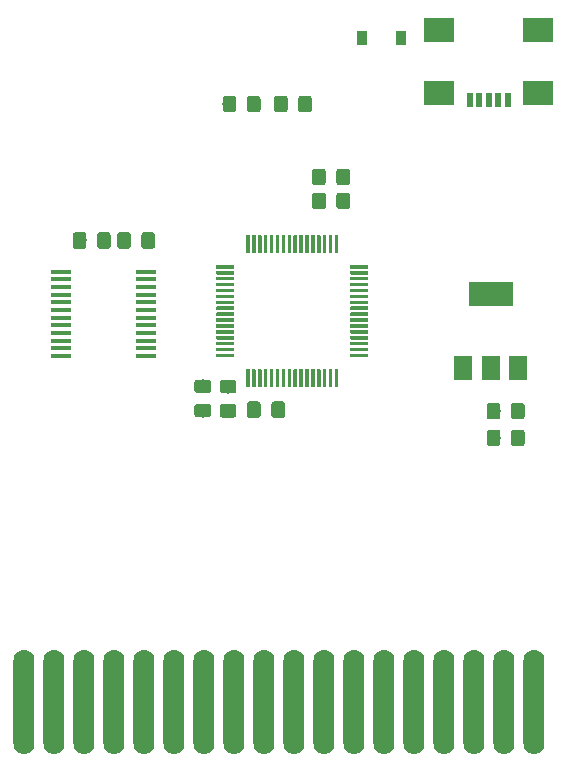
<source format=gbp>
G04 #@! TF.GenerationSoftware,KiCad,Pcbnew,(5.1.4-0)*
G04 #@! TF.CreationDate,2019-11-27T14:08:46-06:00*
G04 #@! TF.ProjectId,veccart,76656363-6172-4742-9e6b-696361645f70,rev?*
G04 #@! TF.SameCoordinates,Original*
G04 #@! TF.FileFunction,Paste,Bot*
G04 #@! TF.FilePolarity,Positive*
%FSLAX46Y46*%
G04 Gerber Fmt 4.6, Leading zero omitted, Abs format (unit mm)*
G04 Created by KiCad (PCBNEW (5.1.4-0)) date 2019-11-27 14:08:46*
%MOMM*%
%LPD*%
G04 APERTURE LIST*
%ADD10R,2.500000X2.000000*%
%ADD11R,0.500000X1.250000*%
%ADD12O,1.778000X8.890000*%
%ADD13C,0.100000*%
%ADD14C,1.150000*%
%ADD15R,0.900000X1.200000*%
%ADD16R,1.750000X0.450000*%
%ADD17C,0.300000*%
%ADD18R,1.500000X2.000000*%
%ADD19R,3.800000X2.000000*%
G04 APERTURE END LIST*
D10*
X163644800Y-73694000D03*
X155244800Y-73694000D03*
X163644800Y-78994000D03*
X155244800Y-78994000D03*
D11*
X161044800Y-79644000D03*
X160244800Y-79644000D03*
X159444800Y-79644000D03*
X158644800Y-79644000D03*
X157844800Y-79644000D03*
D12*
X163278396Y-130598873D03*
X160738396Y-130598873D03*
X158198396Y-130598873D03*
X155658396Y-130598873D03*
X153118396Y-130598873D03*
X150578396Y-130598873D03*
X148038396Y-130598873D03*
X145498396Y-130598873D03*
X142958396Y-130598873D03*
X140418396Y-130598873D03*
X137878396Y-130598873D03*
X135338396Y-130598873D03*
X132798396Y-130598873D03*
X130258396Y-130598873D03*
X127718396Y-130598873D03*
X125178396Y-130598873D03*
X122638396Y-130598873D03*
X120098396Y-130598873D03*
D13*
G36*
X137847105Y-79260404D02*
G01*
X137871373Y-79264004D01*
X137895172Y-79269965D01*
X137918271Y-79278230D01*
X137940450Y-79288720D01*
X137961493Y-79301332D01*
X137981199Y-79315947D01*
X137999377Y-79332423D01*
X138015853Y-79350601D01*
X138030468Y-79370307D01*
X138043080Y-79391350D01*
X138053570Y-79413529D01*
X138061835Y-79436628D01*
X138067796Y-79460427D01*
X138071396Y-79484695D01*
X138072600Y-79509199D01*
X138072600Y-80409201D01*
X138071396Y-80433705D01*
X138067796Y-80457973D01*
X138061835Y-80481772D01*
X138053570Y-80504871D01*
X138043080Y-80527050D01*
X138030468Y-80548093D01*
X138015853Y-80567799D01*
X137999377Y-80585977D01*
X137981199Y-80602453D01*
X137961493Y-80617068D01*
X137940450Y-80629680D01*
X137918271Y-80640170D01*
X137895172Y-80648435D01*
X137871373Y-80654396D01*
X137847105Y-80657996D01*
X137822601Y-80659200D01*
X137172599Y-80659200D01*
X137148095Y-80657996D01*
X137123827Y-80654396D01*
X137100028Y-80648435D01*
X137076929Y-80640170D01*
X137054750Y-80629680D01*
X137033707Y-80617068D01*
X137014001Y-80602453D01*
X136995823Y-80585977D01*
X136979347Y-80567799D01*
X136964732Y-80548093D01*
X136952120Y-80527050D01*
X136941630Y-80504871D01*
X136933365Y-80481772D01*
X136927404Y-80457973D01*
X136923804Y-80433705D01*
X136922600Y-80409201D01*
X136922600Y-79509199D01*
X136923804Y-79484695D01*
X136927404Y-79460427D01*
X136933365Y-79436628D01*
X136941630Y-79413529D01*
X136952120Y-79391350D01*
X136964732Y-79370307D01*
X136979347Y-79350601D01*
X136995823Y-79332423D01*
X137014001Y-79315947D01*
X137033707Y-79301332D01*
X137054750Y-79288720D01*
X137076929Y-79278230D01*
X137100028Y-79269965D01*
X137123827Y-79264004D01*
X137148095Y-79260404D01*
X137172599Y-79259200D01*
X137822601Y-79259200D01*
X137847105Y-79260404D01*
X137847105Y-79260404D01*
G37*
D14*
X137497600Y-79959200D03*
D13*
G36*
X139897105Y-79260404D02*
G01*
X139921373Y-79264004D01*
X139945172Y-79269965D01*
X139968271Y-79278230D01*
X139990450Y-79288720D01*
X140011493Y-79301332D01*
X140031199Y-79315947D01*
X140049377Y-79332423D01*
X140065853Y-79350601D01*
X140080468Y-79370307D01*
X140093080Y-79391350D01*
X140103570Y-79413529D01*
X140111835Y-79436628D01*
X140117796Y-79460427D01*
X140121396Y-79484695D01*
X140122600Y-79509199D01*
X140122600Y-80409201D01*
X140121396Y-80433705D01*
X140117796Y-80457973D01*
X140111835Y-80481772D01*
X140103570Y-80504871D01*
X140093080Y-80527050D01*
X140080468Y-80548093D01*
X140065853Y-80567799D01*
X140049377Y-80585977D01*
X140031199Y-80602453D01*
X140011493Y-80617068D01*
X139990450Y-80629680D01*
X139968271Y-80640170D01*
X139945172Y-80648435D01*
X139921373Y-80654396D01*
X139897105Y-80657996D01*
X139872601Y-80659200D01*
X139222599Y-80659200D01*
X139198095Y-80657996D01*
X139173827Y-80654396D01*
X139150028Y-80648435D01*
X139126929Y-80640170D01*
X139104750Y-80629680D01*
X139083707Y-80617068D01*
X139064001Y-80602453D01*
X139045823Y-80585977D01*
X139029347Y-80567799D01*
X139014732Y-80548093D01*
X139002120Y-80527050D01*
X138991630Y-80504871D01*
X138983365Y-80481772D01*
X138977404Y-80457973D01*
X138973804Y-80433705D01*
X138972600Y-80409201D01*
X138972600Y-79509199D01*
X138973804Y-79484695D01*
X138977404Y-79460427D01*
X138983365Y-79436628D01*
X138991630Y-79413529D01*
X139002120Y-79391350D01*
X139014732Y-79370307D01*
X139029347Y-79350601D01*
X139045823Y-79332423D01*
X139064001Y-79315947D01*
X139083707Y-79301332D01*
X139104750Y-79288720D01*
X139126929Y-79278230D01*
X139150028Y-79269965D01*
X139173827Y-79264004D01*
X139198095Y-79260404D01*
X139222599Y-79259200D01*
X139872601Y-79259200D01*
X139897105Y-79260404D01*
X139897105Y-79260404D01*
G37*
D14*
X139547600Y-79959200D03*
D13*
G36*
X147475505Y-87464604D02*
G01*
X147499773Y-87468204D01*
X147523572Y-87474165D01*
X147546671Y-87482430D01*
X147568850Y-87492920D01*
X147589893Y-87505532D01*
X147609599Y-87520147D01*
X147627777Y-87536623D01*
X147644253Y-87554801D01*
X147658868Y-87574507D01*
X147671480Y-87595550D01*
X147681970Y-87617729D01*
X147690235Y-87640828D01*
X147696196Y-87664627D01*
X147699796Y-87688895D01*
X147701000Y-87713399D01*
X147701000Y-88613401D01*
X147699796Y-88637905D01*
X147696196Y-88662173D01*
X147690235Y-88685972D01*
X147681970Y-88709071D01*
X147671480Y-88731250D01*
X147658868Y-88752293D01*
X147644253Y-88771999D01*
X147627777Y-88790177D01*
X147609599Y-88806653D01*
X147589893Y-88821268D01*
X147568850Y-88833880D01*
X147546671Y-88844370D01*
X147523572Y-88852635D01*
X147499773Y-88858596D01*
X147475505Y-88862196D01*
X147451001Y-88863400D01*
X146800999Y-88863400D01*
X146776495Y-88862196D01*
X146752227Y-88858596D01*
X146728428Y-88852635D01*
X146705329Y-88844370D01*
X146683150Y-88833880D01*
X146662107Y-88821268D01*
X146642401Y-88806653D01*
X146624223Y-88790177D01*
X146607747Y-88771999D01*
X146593132Y-88752293D01*
X146580520Y-88731250D01*
X146570030Y-88709071D01*
X146561765Y-88685972D01*
X146555804Y-88662173D01*
X146552204Y-88637905D01*
X146551000Y-88613401D01*
X146551000Y-87713399D01*
X146552204Y-87688895D01*
X146555804Y-87664627D01*
X146561765Y-87640828D01*
X146570030Y-87617729D01*
X146580520Y-87595550D01*
X146593132Y-87574507D01*
X146607747Y-87554801D01*
X146624223Y-87536623D01*
X146642401Y-87520147D01*
X146662107Y-87505532D01*
X146683150Y-87492920D01*
X146705329Y-87482430D01*
X146728428Y-87474165D01*
X146752227Y-87468204D01*
X146776495Y-87464604D01*
X146800999Y-87463400D01*
X147451001Y-87463400D01*
X147475505Y-87464604D01*
X147475505Y-87464604D01*
G37*
D14*
X147126000Y-88163400D03*
D13*
G36*
X145425505Y-87464604D02*
G01*
X145449773Y-87468204D01*
X145473572Y-87474165D01*
X145496671Y-87482430D01*
X145518850Y-87492920D01*
X145539893Y-87505532D01*
X145559599Y-87520147D01*
X145577777Y-87536623D01*
X145594253Y-87554801D01*
X145608868Y-87574507D01*
X145621480Y-87595550D01*
X145631970Y-87617729D01*
X145640235Y-87640828D01*
X145646196Y-87664627D01*
X145649796Y-87688895D01*
X145651000Y-87713399D01*
X145651000Y-88613401D01*
X145649796Y-88637905D01*
X145646196Y-88662173D01*
X145640235Y-88685972D01*
X145631970Y-88709071D01*
X145621480Y-88731250D01*
X145608868Y-88752293D01*
X145594253Y-88771999D01*
X145577777Y-88790177D01*
X145559599Y-88806653D01*
X145539893Y-88821268D01*
X145518850Y-88833880D01*
X145496671Y-88844370D01*
X145473572Y-88852635D01*
X145449773Y-88858596D01*
X145425505Y-88862196D01*
X145401001Y-88863400D01*
X144750999Y-88863400D01*
X144726495Y-88862196D01*
X144702227Y-88858596D01*
X144678428Y-88852635D01*
X144655329Y-88844370D01*
X144633150Y-88833880D01*
X144612107Y-88821268D01*
X144592401Y-88806653D01*
X144574223Y-88790177D01*
X144557747Y-88771999D01*
X144543132Y-88752293D01*
X144530520Y-88731250D01*
X144520030Y-88709071D01*
X144511765Y-88685972D01*
X144505804Y-88662173D01*
X144502204Y-88637905D01*
X144501000Y-88613401D01*
X144501000Y-87713399D01*
X144502204Y-87688895D01*
X144505804Y-87664627D01*
X144511765Y-87640828D01*
X144520030Y-87617729D01*
X144530520Y-87595550D01*
X144543132Y-87574507D01*
X144557747Y-87554801D01*
X144574223Y-87536623D01*
X144592401Y-87520147D01*
X144612107Y-87505532D01*
X144633150Y-87492920D01*
X144655329Y-87482430D01*
X144678428Y-87474165D01*
X144702227Y-87468204D01*
X144726495Y-87464604D01*
X144750999Y-87463400D01*
X145401001Y-87463400D01*
X145425505Y-87464604D01*
X145425505Y-87464604D01*
G37*
D14*
X145076000Y-88163400D03*
D13*
G36*
X147466305Y-85432604D02*
G01*
X147490573Y-85436204D01*
X147514372Y-85442165D01*
X147537471Y-85450430D01*
X147559650Y-85460920D01*
X147580693Y-85473532D01*
X147600399Y-85488147D01*
X147618577Y-85504623D01*
X147635053Y-85522801D01*
X147649668Y-85542507D01*
X147662280Y-85563550D01*
X147672770Y-85585729D01*
X147681035Y-85608828D01*
X147686996Y-85632627D01*
X147690596Y-85656895D01*
X147691800Y-85681399D01*
X147691800Y-86581401D01*
X147690596Y-86605905D01*
X147686996Y-86630173D01*
X147681035Y-86653972D01*
X147672770Y-86677071D01*
X147662280Y-86699250D01*
X147649668Y-86720293D01*
X147635053Y-86739999D01*
X147618577Y-86758177D01*
X147600399Y-86774653D01*
X147580693Y-86789268D01*
X147559650Y-86801880D01*
X147537471Y-86812370D01*
X147514372Y-86820635D01*
X147490573Y-86826596D01*
X147466305Y-86830196D01*
X147441801Y-86831400D01*
X146791799Y-86831400D01*
X146767295Y-86830196D01*
X146743027Y-86826596D01*
X146719228Y-86820635D01*
X146696129Y-86812370D01*
X146673950Y-86801880D01*
X146652907Y-86789268D01*
X146633201Y-86774653D01*
X146615023Y-86758177D01*
X146598547Y-86739999D01*
X146583932Y-86720293D01*
X146571320Y-86699250D01*
X146560830Y-86677071D01*
X146552565Y-86653972D01*
X146546604Y-86630173D01*
X146543004Y-86605905D01*
X146541800Y-86581401D01*
X146541800Y-85681399D01*
X146543004Y-85656895D01*
X146546604Y-85632627D01*
X146552565Y-85608828D01*
X146560830Y-85585729D01*
X146571320Y-85563550D01*
X146583932Y-85542507D01*
X146598547Y-85522801D01*
X146615023Y-85504623D01*
X146633201Y-85488147D01*
X146652907Y-85473532D01*
X146673950Y-85460920D01*
X146696129Y-85450430D01*
X146719228Y-85442165D01*
X146743027Y-85436204D01*
X146767295Y-85432604D01*
X146791799Y-85431400D01*
X147441801Y-85431400D01*
X147466305Y-85432604D01*
X147466305Y-85432604D01*
G37*
D14*
X147116800Y-86131400D03*
D13*
G36*
X145416305Y-85432604D02*
G01*
X145440573Y-85436204D01*
X145464372Y-85442165D01*
X145487471Y-85450430D01*
X145509650Y-85460920D01*
X145530693Y-85473532D01*
X145550399Y-85488147D01*
X145568577Y-85504623D01*
X145585053Y-85522801D01*
X145599668Y-85542507D01*
X145612280Y-85563550D01*
X145622770Y-85585729D01*
X145631035Y-85608828D01*
X145636996Y-85632627D01*
X145640596Y-85656895D01*
X145641800Y-85681399D01*
X145641800Y-86581401D01*
X145640596Y-86605905D01*
X145636996Y-86630173D01*
X145631035Y-86653972D01*
X145622770Y-86677071D01*
X145612280Y-86699250D01*
X145599668Y-86720293D01*
X145585053Y-86739999D01*
X145568577Y-86758177D01*
X145550399Y-86774653D01*
X145530693Y-86789268D01*
X145509650Y-86801880D01*
X145487471Y-86812370D01*
X145464372Y-86820635D01*
X145440573Y-86826596D01*
X145416305Y-86830196D01*
X145391801Y-86831400D01*
X144741799Y-86831400D01*
X144717295Y-86830196D01*
X144693027Y-86826596D01*
X144669228Y-86820635D01*
X144646129Y-86812370D01*
X144623950Y-86801880D01*
X144602907Y-86789268D01*
X144583201Y-86774653D01*
X144565023Y-86758177D01*
X144548547Y-86739999D01*
X144533932Y-86720293D01*
X144521320Y-86699250D01*
X144510830Y-86677071D01*
X144502565Y-86653972D01*
X144496604Y-86630173D01*
X144493004Y-86605905D01*
X144491800Y-86581401D01*
X144491800Y-85681399D01*
X144493004Y-85656895D01*
X144496604Y-85632627D01*
X144502565Y-85608828D01*
X144510830Y-85585729D01*
X144521320Y-85563550D01*
X144533932Y-85542507D01*
X144548547Y-85522801D01*
X144565023Y-85504623D01*
X144583201Y-85488147D01*
X144602907Y-85473532D01*
X144623950Y-85460920D01*
X144646129Y-85450430D01*
X144669228Y-85442165D01*
X144693027Y-85436204D01*
X144717295Y-85432604D01*
X144741799Y-85431400D01*
X145391801Y-85431400D01*
X145416305Y-85432604D01*
X145416305Y-85432604D01*
G37*
D14*
X145066800Y-86131400D03*
D13*
G36*
X142190505Y-79260404D02*
G01*
X142214773Y-79264004D01*
X142238572Y-79269965D01*
X142261671Y-79278230D01*
X142283850Y-79288720D01*
X142304893Y-79301332D01*
X142324599Y-79315947D01*
X142342777Y-79332423D01*
X142359253Y-79350601D01*
X142373868Y-79370307D01*
X142386480Y-79391350D01*
X142396970Y-79413529D01*
X142405235Y-79436628D01*
X142411196Y-79460427D01*
X142414796Y-79484695D01*
X142416000Y-79509199D01*
X142416000Y-80409201D01*
X142414796Y-80433705D01*
X142411196Y-80457973D01*
X142405235Y-80481772D01*
X142396970Y-80504871D01*
X142386480Y-80527050D01*
X142373868Y-80548093D01*
X142359253Y-80567799D01*
X142342777Y-80585977D01*
X142324599Y-80602453D01*
X142304893Y-80617068D01*
X142283850Y-80629680D01*
X142261671Y-80640170D01*
X142238572Y-80648435D01*
X142214773Y-80654396D01*
X142190505Y-80657996D01*
X142166001Y-80659200D01*
X141515999Y-80659200D01*
X141491495Y-80657996D01*
X141467227Y-80654396D01*
X141443428Y-80648435D01*
X141420329Y-80640170D01*
X141398150Y-80629680D01*
X141377107Y-80617068D01*
X141357401Y-80602453D01*
X141339223Y-80585977D01*
X141322747Y-80567799D01*
X141308132Y-80548093D01*
X141295520Y-80527050D01*
X141285030Y-80504871D01*
X141276765Y-80481772D01*
X141270804Y-80457973D01*
X141267204Y-80433705D01*
X141266000Y-80409201D01*
X141266000Y-79509199D01*
X141267204Y-79484695D01*
X141270804Y-79460427D01*
X141276765Y-79436628D01*
X141285030Y-79413529D01*
X141295520Y-79391350D01*
X141308132Y-79370307D01*
X141322747Y-79350601D01*
X141339223Y-79332423D01*
X141357401Y-79315947D01*
X141377107Y-79301332D01*
X141398150Y-79288720D01*
X141420329Y-79278230D01*
X141443428Y-79269965D01*
X141467227Y-79264004D01*
X141491495Y-79260404D01*
X141515999Y-79259200D01*
X142166001Y-79259200D01*
X142190505Y-79260404D01*
X142190505Y-79260404D01*
G37*
D14*
X141841000Y-79959200D03*
D13*
G36*
X144240505Y-79260404D02*
G01*
X144264773Y-79264004D01*
X144288572Y-79269965D01*
X144311671Y-79278230D01*
X144333850Y-79288720D01*
X144354893Y-79301332D01*
X144374599Y-79315947D01*
X144392777Y-79332423D01*
X144409253Y-79350601D01*
X144423868Y-79370307D01*
X144436480Y-79391350D01*
X144446970Y-79413529D01*
X144455235Y-79436628D01*
X144461196Y-79460427D01*
X144464796Y-79484695D01*
X144466000Y-79509199D01*
X144466000Y-80409201D01*
X144464796Y-80433705D01*
X144461196Y-80457973D01*
X144455235Y-80481772D01*
X144446970Y-80504871D01*
X144436480Y-80527050D01*
X144423868Y-80548093D01*
X144409253Y-80567799D01*
X144392777Y-80585977D01*
X144374599Y-80602453D01*
X144354893Y-80617068D01*
X144333850Y-80629680D01*
X144311671Y-80640170D01*
X144288572Y-80648435D01*
X144264773Y-80654396D01*
X144240505Y-80657996D01*
X144216001Y-80659200D01*
X143565999Y-80659200D01*
X143541495Y-80657996D01*
X143517227Y-80654396D01*
X143493428Y-80648435D01*
X143470329Y-80640170D01*
X143448150Y-80629680D01*
X143427107Y-80617068D01*
X143407401Y-80602453D01*
X143389223Y-80585977D01*
X143372747Y-80567799D01*
X143358132Y-80548093D01*
X143345520Y-80527050D01*
X143335030Y-80504871D01*
X143326765Y-80481772D01*
X143320804Y-80457973D01*
X143317204Y-80433705D01*
X143316000Y-80409201D01*
X143316000Y-79509199D01*
X143317204Y-79484695D01*
X143320804Y-79460427D01*
X143326765Y-79436628D01*
X143335030Y-79413529D01*
X143345520Y-79391350D01*
X143358132Y-79370307D01*
X143372747Y-79350601D01*
X143389223Y-79332423D01*
X143407401Y-79315947D01*
X143427107Y-79301332D01*
X143448150Y-79288720D01*
X143470329Y-79278230D01*
X143493428Y-79269965D01*
X143517227Y-79264004D01*
X143541495Y-79260404D01*
X143565999Y-79259200D01*
X144216001Y-79259200D01*
X144240505Y-79260404D01*
X144240505Y-79260404D01*
G37*
D14*
X143891000Y-79959200D03*
D13*
G36*
X139913505Y-105143004D02*
G01*
X139937773Y-105146604D01*
X139961572Y-105152565D01*
X139984671Y-105160830D01*
X140006850Y-105171320D01*
X140027893Y-105183932D01*
X140047599Y-105198547D01*
X140065777Y-105215023D01*
X140082253Y-105233201D01*
X140096868Y-105252907D01*
X140109480Y-105273950D01*
X140119970Y-105296129D01*
X140128235Y-105319228D01*
X140134196Y-105343027D01*
X140137796Y-105367295D01*
X140139000Y-105391799D01*
X140139000Y-106291801D01*
X140137796Y-106316305D01*
X140134196Y-106340573D01*
X140128235Y-106364372D01*
X140119970Y-106387471D01*
X140109480Y-106409650D01*
X140096868Y-106430693D01*
X140082253Y-106450399D01*
X140065777Y-106468577D01*
X140047599Y-106485053D01*
X140027893Y-106499668D01*
X140006850Y-106512280D01*
X139984671Y-106522770D01*
X139961572Y-106531035D01*
X139937773Y-106536996D01*
X139913505Y-106540596D01*
X139889001Y-106541800D01*
X139238999Y-106541800D01*
X139214495Y-106540596D01*
X139190227Y-106536996D01*
X139166428Y-106531035D01*
X139143329Y-106522770D01*
X139121150Y-106512280D01*
X139100107Y-106499668D01*
X139080401Y-106485053D01*
X139062223Y-106468577D01*
X139045747Y-106450399D01*
X139031132Y-106430693D01*
X139018520Y-106409650D01*
X139008030Y-106387471D01*
X138999765Y-106364372D01*
X138993804Y-106340573D01*
X138990204Y-106316305D01*
X138989000Y-106291801D01*
X138989000Y-105391799D01*
X138990204Y-105367295D01*
X138993804Y-105343027D01*
X138999765Y-105319228D01*
X139008030Y-105296129D01*
X139018520Y-105273950D01*
X139031132Y-105252907D01*
X139045747Y-105233201D01*
X139062223Y-105215023D01*
X139080401Y-105198547D01*
X139100107Y-105183932D01*
X139121150Y-105171320D01*
X139143329Y-105160830D01*
X139166428Y-105152565D01*
X139190227Y-105146604D01*
X139214495Y-105143004D01*
X139238999Y-105141800D01*
X139889001Y-105141800D01*
X139913505Y-105143004D01*
X139913505Y-105143004D01*
G37*
D14*
X139564000Y-105841800D03*
D13*
G36*
X141963505Y-105143004D02*
G01*
X141987773Y-105146604D01*
X142011572Y-105152565D01*
X142034671Y-105160830D01*
X142056850Y-105171320D01*
X142077893Y-105183932D01*
X142097599Y-105198547D01*
X142115777Y-105215023D01*
X142132253Y-105233201D01*
X142146868Y-105252907D01*
X142159480Y-105273950D01*
X142169970Y-105296129D01*
X142178235Y-105319228D01*
X142184196Y-105343027D01*
X142187796Y-105367295D01*
X142189000Y-105391799D01*
X142189000Y-106291801D01*
X142187796Y-106316305D01*
X142184196Y-106340573D01*
X142178235Y-106364372D01*
X142169970Y-106387471D01*
X142159480Y-106409650D01*
X142146868Y-106430693D01*
X142132253Y-106450399D01*
X142115777Y-106468577D01*
X142097599Y-106485053D01*
X142077893Y-106499668D01*
X142056850Y-106512280D01*
X142034671Y-106522770D01*
X142011572Y-106531035D01*
X141987773Y-106536996D01*
X141963505Y-106540596D01*
X141939001Y-106541800D01*
X141288999Y-106541800D01*
X141264495Y-106540596D01*
X141240227Y-106536996D01*
X141216428Y-106531035D01*
X141193329Y-106522770D01*
X141171150Y-106512280D01*
X141150107Y-106499668D01*
X141130401Y-106485053D01*
X141112223Y-106468577D01*
X141095747Y-106450399D01*
X141081132Y-106430693D01*
X141068520Y-106409650D01*
X141058030Y-106387471D01*
X141049765Y-106364372D01*
X141043804Y-106340573D01*
X141040204Y-106316305D01*
X141039000Y-106291801D01*
X141039000Y-105391799D01*
X141040204Y-105367295D01*
X141043804Y-105343027D01*
X141049765Y-105319228D01*
X141058030Y-105296129D01*
X141068520Y-105273950D01*
X141081132Y-105252907D01*
X141095747Y-105233201D01*
X141112223Y-105215023D01*
X141130401Y-105198547D01*
X141150107Y-105183932D01*
X141171150Y-105171320D01*
X141193329Y-105160830D01*
X141216428Y-105152565D01*
X141240227Y-105146604D01*
X141264495Y-105143004D01*
X141288999Y-105141800D01*
X141939001Y-105141800D01*
X141963505Y-105143004D01*
X141963505Y-105143004D01*
G37*
D14*
X141614000Y-105841800D03*
D13*
G36*
X135704105Y-105344204D02*
G01*
X135728373Y-105347804D01*
X135752172Y-105353765D01*
X135775271Y-105362030D01*
X135797450Y-105372520D01*
X135818493Y-105385132D01*
X135838199Y-105399747D01*
X135856377Y-105416223D01*
X135872853Y-105434401D01*
X135887468Y-105454107D01*
X135900080Y-105475150D01*
X135910570Y-105497329D01*
X135918835Y-105520428D01*
X135924796Y-105544227D01*
X135928396Y-105568495D01*
X135929600Y-105592999D01*
X135929600Y-106243001D01*
X135928396Y-106267505D01*
X135924796Y-106291773D01*
X135918835Y-106315572D01*
X135910570Y-106338671D01*
X135900080Y-106360850D01*
X135887468Y-106381893D01*
X135872853Y-106401599D01*
X135856377Y-106419777D01*
X135838199Y-106436253D01*
X135818493Y-106450868D01*
X135797450Y-106463480D01*
X135775271Y-106473970D01*
X135752172Y-106482235D01*
X135728373Y-106488196D01*
X135704105Y-106491796D01*
X135679601Y-106493000D01*
X134779599Y-106493000D01*
X134755095Y-106491796D01*
X134730827Y-106488196D01*
X134707028Y-106482235D01*
X134683929Y-106473970D01*
X134661750Y-106463480D01*
X134640707Y-106450868D01*
X134621001Y-106436253D01*
X134602823Y-106419777D01*
X134586347Y-106401599D01*
X134571732Y-106381893D01*
X134559120Y-106360850D01*
X134548630Y-106338671D01*
X134540365Y-106315572D01*
X134534404Y-106291773D01*
X134530804Y-106267505D01*
X134529600Y-106243001D01*
X134529600Y-105592999D01*
X134530804Y-105568495D01*
X134534404Y-105544227D01*
X134540365Y-105520428D01*
X134548630Y-105497329D01*
X134559120Y-105475150D01*
X134571732Y-105454107D01*
X134586347Y-105434401D01*
X134602823Y-105416223D01*
X134621001Y-105399747D01*
X134640707Y-105385132D01*
X134661750Y-105372520D01*
X134683929Y-105362030D01*
X134707028Y-105353765D01*
X134730827Y-105347804D01*
X134755095Y-105344204D01*
X134779599Y-105343000D01*
X135679601Y-105343000D01*
X135704105Y-105344204D01*
X135704105Y-105344204D01*
G37*
D14*
X135229600Y-105918000D03*
D13*
G36*
X135704105Y-103294204D02*
G01*
X135728373Y-103297804D01*
X135752172Y-103303765D01*
X135775271Y-103312030D01*
X135797450Y-103322520D01*
X135818493Y-103335132D01*
X135838199Y-103349747D01*
X135856377Y-103366223D01*
X135872853Y-103384401D01*
X135887468Y-103404107D01*
X135900080Y-103425150D01*
X135910570Y-103447329D01*
X135918835Y-103470428D01*
X135924796Y-103494227D01*
X135928396Y-103518495D01*
X135929600Y-103542999D01*
X135929600Y-104193001D01*
X135928396Y-104217505D01*
X135924796Y-104241773D01*
X135918835Y-104265572D01*
X135910570Y-104288671D01*
X135900080Y-104310850D01*
X135887468Y-104331893D01*
X135872853Y-104351599D01*
X135856377Y-104369777D01*
X135838199Y-104386253D01*
X135818493Y-104400868D01*
X135797450Y-104413480D01*
X135775271Y-104423970D01*
X135752172Y-104432235D01*
X135728373Y-104438196D01*
X135704105Y-104441796D01*
X135679601Y-104443000D01*
X134779599Y-104443000D01*
X134755095Y-104441796D01*
X134730827Y-104438196D01*
X134707028Y-104432235D01*
X134683929Y-104423970D01*
X134661750Y-104413480D01*
X134640707Y-104400868D01*
X134621001Y-104386253D01*
X134602823Y-104369777D01*
X134586347Y-104351599D01*
X134571732Y-104331893D01*
X134559120Y-104310850D01*
X134548630Y-104288671D01*
X134540365Y-104265572D01*
X134534404Y-104241773D01*
X134530804Y-104217505D01*
X134529600Y-104193001D01*
X134529600Y-103542999D01*
X134530804Y-103518495D01*
X134534404Y-103494227D01*
X134540365Y-103470428D01*
X134548630Y-103447329D01*
X134559120Y-103425150D01*
X134571732Y-103404107D01*
X134586347Y-103384401D01*
X134602823Y-103366223D01*
X134621001Y-103349747D01*
X134640707Y-103335132D01*
X134661750Y-103322520D01*
X134683929Y-103312030D01*
X134707028Y-103303765D01*
X134730827Y-103297804D01*
X134755095Y-103294204D01*
X134779599Y-103293000D01*
X135679601Y-103293000D01*
X135704105Y-103294204D01*
X135704105Y-103294204D01*
G37*
D14*
X135229600Y-103868000D03*
D13*
G36*
X137863105Y-105362204D02*
G01*
X137887373Y-105365804D01*
X137911172Y-105371765D01*
X137934271Y-105380030D01*
X137956450Y-105390520D01*
X137977493Y-105403132D01*
X137997199Y-105417747D01*
X138015377Y-105434223D01*
X138031853Y-105452401D01*
X138046468Y-105472107D01*
X138059080Y-105493150D01*
X138069570Y-105515329D01*
X138077835Y-105538428D01*
X138083796Y-105562227D01*
X138087396Y-105586495D01*
X138088600Y-105610999D01*
X138088600Y-106261001D01*
X138087396Y-106285505D01*
X138083796Y-106309773D01*
X138077835Y-106333572D01*
X138069570Y-106356671D01*
X138059080Y-106378850D01*
X138046468Y-106399893D01*
X138031853Y-106419599D01*
X138015377Y-106437777D01*
X137997199Y-106454253D01*
X137977493Y-106468868D01*
X137956450Y-106481480D01*
X137934271Y-106491970D01*
X137911172Y-106500235D01*
X137887373Y-106506196D01*
X137863105Y-106509796D01*
X137838601Y-106511000D01*
X136938599Y-106511000D01*
X136914095Y-106509796D01*
X136889827Y-106506196D01*
X136866028Y-106500235D01*
X136842929Y-106491970D01*
X136820750Y-106481480D01*
X136799707Y-106468868D01*
X136780001Y-106454253D01*
X136761823Y-106437777D01*
X136745347Y-106419599D01*
X136730732Y-106399893D01*
X136718120Y-106378850D01*
X136707630Y-106356671D01*
X136699365Y-106333572D01*
X136693404Y-106309773D01*
X136689804Y-106285505D01*
X136688600Y-106261001D01*
X136688600Y-105610999D01*
X136689804Y-105586495D01*
X136693404Y-105562227D01*
X136699365Y-105538428D01*
X136707630Y-105515329D01*
X136718120Y-105493150D01*
X136730732Y-105472107D01*
X136745347Y-105452401D01*
X136761823Y-105434223D01*
X136780001Y-105417747D01*
X136799707Y-105403132D01*
X136820750Y-105390520D01*
X136842929Y-105380030D01*
X136866028Y-105371765D01*
X136889827Y-105365804D01*
X136914095Y-105362204D01*
X136938599Y-105361000D01*
X137838601Y-105361000D01*
X137863105Y-105362204D01*
X137863105Y-105362204D01*
G37*
D14*
X137388600Y-105936000D03*
D13*
G36*
X137863105Y-103312204D02*
G01*
X137887373Y-103315804D01*
X137911172Y-103321765D01*
X137934271Y-103330030D01*
X137956450Y-103340520D01*
X137977493Y-103353132D01*
X137997199Y-103367747D01*
X138015377Y-103384223D01*
X138031853Y-103402401D01*
X138046468Y-103422107D01*
X138059080Y-103443150D01*
X138069570Y-103465329D01*
X138077835Y-103488428D01*
X138083796Y-103512227D01*
X138087396Y-103536495D01*
X138088600Y-103560999D01*
X138088600Y-104211001D01*
X138087396Y-104235505D01*
X138083796Y-104259773D01*
X138077835Y-104283572D01*
X138069570Y-104306671D01*
X138059080Y-104328850D01*
X138046468Y-104349893D01*
X138031853Y-104369599D01*
X138015377Y-104387777D01*
X137997199Y-104404253D01*
X137977493Y-104418868D01*
X137956450Y-104431480D01*
X137934271Y-104441970D01*
X137911172Y-104450235D01*
X137887373Y-104456196D01*
X137863105Y-104459796D01*
X137838601Y-104461000D01*
X136938599Y-104461000D01*
X136914095Y-104459796D01*
X136889827Y-104456196D01*
X136866028Y-104450235D01*
X136842929Y-104441970D01*
X136820750Y-104431480D01*
X136799707Y-104418868D01*
X136780001Y-104404253D01*
X136761823Y-104387777D01*
X136745347Y-104369599D01*
X136730732Y-104349893D01*
X136718120Y-104328850D01*
X136707630Y-104306671D01*
X136699365Y-104283572D01*
X136693404Y-104259773D01*
X136689804Y-104235505D01*
X136688600Y-104211001D01*
X136688600Y-103560999D01*
X136689804Y-103536495D01*
X136693404Y-103512227D01*
X136699365Y-103488428D01*
X136707630Y-103465329D01*
X136718120Y-103443150D01*
X136730732Y-103422107D01*
X136745347Y-103402401D01*
X136761823Y-103384223D01*
X136780001Y-103367747D01*
X136799707Y-103353132D01*
X136820750Y-103340520D01*
X136842929Y-103330030D01*
X136866028Y-103321765D01*
X136889827Y-103315804D01*
X136914095Y-103312204D01*
X136938599Y-103311000D01*
X137838601Y-103311000D01*
X137863105Y-103312204D01*
X137863105Y-103312204D01*
G37*
D14*
X137388600Y-103886000D03*
D13*
G36*
X127206105Y-90817404D02*
G01*
X127230373Y-90821004D01*
X127254172Y-90826965D01*
X127277271Y-90835230D01*
X127299450Y-90845720D01*
X127320493Y-90858332D01*
X127340199Y-90872947D01*
X127358377Y-90889423D01*
X127374853Y-90907601D01*
X127389468Y-90927307D01*
X127402080Y-90948350D01*
X127412570Y-90970529D01*
X127420835Y-90993628D01*
X127426796Y-91017427D01*
X127430396Y-91041695D01*
X127431600Y-91066199D01*
X127431600Y-91966201D01*
X127430396Y-91990705D01*
X127426796Y-92014973D01*
X127420835Y-92038772D01*
X127412570Y-92061871D01*
X127402080Y-92084050D01*
X127389468Y-92105093D01*
X127374853Y-92124799D01*
X127358377Y-92142977D01*
X127340199Y-92159453D01*
X127320493Y-92174068D01*
X127299450Y-92186680D01*
X127277271Y-92197170D01*
X127254172Y-92205435D01*
X127230373Y-92211396D01*
X127206105Y-92214996D01*
X127181601Y-92216200D01*
X126531599Y-92216200D01*
X126507095Y-92214996D01*
X126482827Y-92211396D01*
X126459028Y-92205435D01*
X126435929Y-92197170D01*
X126413750Y-92186680D01*
X126392707Y-92174068D01*
X126373001Y-92159453D01*
X126354823Y-92142977D01*
X126338347Y-92124799D01*
X126323732Y-92105093D01*
X126311120Y-92084050D01*
X126300630Y-92061871D01*
X126292365Y-92038772D01*
X126286404Y-92014973D01*
X126282804Y-91990705D01*
X126281600Y-91966201D01*
X126281600Y-91066199D01*
X126282804Y-91041695D01*
X126286404Y-91017427D01*
X126292365Y-90993628D01*
X126300630Y-90970529D01*
X126311120Y-90948350D01*
X126323732Y-90927307D01*
X126338347Y-90907601D01*
X126354823Y-90889423D01*
X126373001Y-90872947D01*
X126392707Y-90858332D01*
X126413750Y-90845720D01*
X126435929Y-90835230D01*
X126459028Y-90826965D01*
X126482827Y-90821004D01*
X126507095Y-90817404D01*
X126531599Y-90816200D01*
X127181601Y-90816200D01*
X127206105Y-90817404D01*
X127206105Y-90817404D01*
G37*
D14*
X126856600Y-91516200D03*
D13*
G36*
X125156105Y-90817404D02*
G01*
X125180373Y-90821004D01*
X125204172Y-90826965D01*
X125227271Y-90835230D01*
X125249450Y-90845720D01*
X125270493Y-90858332D01*
X125290199Y-90872947D01*
X125308377Y-90889423D01*
X125324853Y-90907601D01*
X125339468Y-90927307D01*
X125352080Y-90948350D01*
X125362570Y-90970529D01*
X125370835Y-90993628D01*
X125376796Y-91017427D01*
X125380396Y-91041695D01*
X125381600Y-91066199D01*
X125381600Y-91966201D01*
X125380396Y-91990705D01*
X125376796Y-92014973D01*
X125370835Y-92038772D01*
X125362570Y-92061871D01*
X125352080Y-92084050D01*
X125339468Y-92105093D01*
X125324853Y-92124799D01*
X125308377Y-92142977D01*
X125290199Y-92159453D01*
X125270493Y-92174068D01*
X125249450Y-92186680D01*
X125227271Y-92197170D01*
X125204172Y-92205435D01*
X125180373Y-92211396D01*
X125156105Y-92214996D01*
X125131601Y-92216200D01*
X124481599Y-92216200D01*
X124457095Y-92214996D01*
X124432827Y-92211396D01*
X124409028Y-92205435D01*
X124385929Y-92197170D01*
X124363750Y-92186680D01*
X124342707Y-92174068D01*
X124323001Y-92159453D01*
X124304823Y-92142977D01*
X124288347Y-92124799D01*
X124273732Y-92105093D01*
X124261120Y-92084050D01*
X124250630Y-92061871D01*
X124242365Y-92038772D01*
X124236404Y-92014973D01*
X124232804Y-91990705D01*
X124231600Y-91966201D01*
X124231600Y-91066199D01*
X124232804Y-91041695D01*
X124236404Y-91017427D01*
X124242365Y-90993628D01*
X124250630Y-90970529D01*
X124261120Y-90948350D01*
X124273732Y-90927307D01*
X124288347Y-90907601D01*
X124304823Y-90889423D01*
X124323001Y-90872947D01*
X124342707Y-90858332D01*
X124363750Y-90845720D01*
X124385929Y-90835230D01*
X124409028Y-90826965D01*
X124432827Y-90821004D01*
X124457095Y-90817404D01*
X124481599Y-90816200D01*
X125131601Y-90816200D01*
X125156105Y-90817404D01*
X125156105Y-90817404D01*
G37*
D14*
X124806600Y-91516200D03*
D13*
G36*
X128915305Y-90817404D02*
G01*
X128939573Y-90821004D01*
X128963372Y-90826965D01*
X128986471Y-90835230D01*
X129008650Y-90845720D01*
X129029693Y-90858332D01*
X129049399Y-90872947D01*
X129067577Y-90889423D01*
X129084053Y-90907601D01*
X129098668Y-90927307D01*
X129111280Y-90948350D01*
X129121770Y-90970529D01*
X129130035Y-90993628D01*
X129135996Y-91017427D01*
X129139596Y-91041695D01*
X129140800Y-91066199D01*
X129140800Y-91966201D01*
X129139596Y-91990705D01*
X129135996Y-92014973D01*
X129130035Y-92038772D01*
X129121770Y-92061871D01*
X129111280Y-92084050D01*
X129098668Y-92105093D01*
X129084053Y-92124799D01*
X129067577Y-92142977D01*
X129049399Y-92159453D01*
X129029693Y-92174068D01*
X129008650Y-92186680D01*
X128986471Y-92197170D01*
X128963372Y-92205435D01*
X128939573Y-92211396D01*
X128915305Y-92214996D01*
X128890801Y-92216200D01*
X128240799Y-92216200D01*
X128216295Y-92214996D01*
X128192027Y-92211396D01*
X128168228Y-92205435D01*
X128145129Y-92197170D01*
X128122950Y-92186680D01*
X128101907Y-92174068D01*
X128082201Y-92159453D01*
X128064023Y-92142977D01*
X128047547Y-92124799D01*
X128032932Y-92105093D01*
X128020320Y-92084050D01*
X128009830Y-92061871D01*
X128001565Y-92038772D01*
X127995604Y-92014973D01*
X127992004Y-91990705D01*
X127990800Y-91966201D01*
X127990800Y-91066199D01*
X127992004Y-91041695D01*
X127995604Y-91017427D01*
X128001565Y-90993628D01*
X128009830Y-90970529D01*
X128020320Y-90948350D01*
X128032932Y-90927307D01*
X128047547Y-90907601D01*
X128064023Y-90889423D01*
X128082201Y-90872947D01*
X128101907Y-90858332D01*
X128122950Y-90845720D01*
X128145129Y-90835230D01*
X128168228Y-90826965D01*
X128192027Y-90821004D01*
X128216295Y-90817404D01*
X128240799Y-90816200D01*
X128890801Y-90816200D01*
X128915305Y-90817404D01*
X128915305Y-90817404D01*
G37*
D14*
X128565800Y-91516200D03*
D13*
G36*
X130965305Y-90817404D02*
G01*
X130989573Y-90821004D01*
X131013372Y-90826965D01*
X131036471Y-90835230D01*
X131058650Y-90845720D01*
X131079693Y-90858332D01*
X131099399Y-90872947D01*
X131117577Y-90889423D01*
X131134053Y-90907601D01*
X131148668Y-90927307D01*
X131161280Y-90948350D01*
X131171770Y-90970529D01*
X131180035Y-90993628D01*
X131185996Y-91017427D01*
X131189596Y-91041695D01*
X131190800Y-91066199D01*
X131190800Y-91966201D01*
X131189596Y-91990705D01*
X131185996Y-92014973D01*
X131180035Y-92038772D01*
X131171770Y-92061871D01*
X131161280Y-92084050D01*
X131148668Y-92105093D01*
X131134053Y-92124799D01*
X131117577Y-92142977D01*
X131099399Y-92159453D01*
X131079693Y-92174068D01*
X131058650Y-92186680D01*
X131036471Y-92197170D01*
X131013372Y-92205435D01*
X130989573Y-92211396D01*
X130965305Y-92214996D01*
X130940801Y-92216200D01*
X130290799Y-92216200D01*
X130266295Y-92214996D01*
X130242027Y-92211396D01*
X130218228Y-92205435D01*
X130195129Y-92197170D01*
X130172950Y-92186680D01*
X130151907Y-92174068D01*
X130132201Y-92159453D01*
X130114023Y-92142977D01*
X130097547Y-92124799D01*
X130082932Y-92105093D01*
X130070320Y-92084050D01*
X130059830Y-92061871D01*
X130051565Y-92038772D01*
X130045604Y-92014973D01*
X130042004Y-91990705D01*
X130040800Y-91966201D01*
X130040800Y-91066199D01*
X130042004Y-91041695D01*
X130045604Y-91017427D01*
X130051565Y-90993628D01*
X130059830Y-90970529D01*
X130070320Y-90948350D01*
X130082932Y-90927307D01*
X130097547Y-90907601D01*
X130114023Y-90889423D01*
X130132201Y-90872947D01*
X130151907Y-90858332D01*
X130172950Y-90845720D01*
X130195129Y-90835230D01*
X130218228Y-90826965D01*
X130242027Y-90821004D01*
X130266295Y-90817404D01*
X130290799Y-90816200D01*
X130940801Y-90816200D01*
X130965305Y-90817404D01*
X130965305Y-90817404D01*
G37*
D14*
X130615800Y-91516200D03*
D13*
G36*
X162258105Y-105270004D02*
G01*
X162282373Y-105273604D01*
X162306172Y-105279565D01*
X162329271Y-105287830D01*
X162351450Y-105298320D01*
X162372493Y-105310932D01*
X162392199Y-105325547D01*
X162410377Y-105342023D01*
X162426853Y-105360201D01*
X162441468Y-105379907D01*
X162454080Y-105400950D01*
X162464570Y-105423129D01*
X162472835Y-105446228D01*
X162478796Y-105470027D01*
X162482396Y-105494295D01*
X162483600Y-105518799D01*
X162483600Y-106418801D01*
X162482396Y-106443305D01*
X162478796Y-106467573D01*
X162472835Y-106491372D01*
X162464570Y-106514471D01*
X162454080Y-106536650D01*
X162441468Y-106557693D01*
X162426853Y-106577399D01*
X162410377Y-106595577D01*
X162392199Y-106612053D01*
X162372493Y-106626668D01*
X162351450Y-106639280D01*
X162329271Y-106649770D01*
X162306172Y-106658035D01*
X162282373Y-106663996D01*
X162258105Y-106667596D01*
X162233601Y-106668800D01*
X161583599Y-106668800D01*
X161559095Y-106667596D01*
X161534827Y-106663996D01*
X161511028Y-106658035D01*
X161487929Y-106649770D01*
X161465750Y-106639280D01*
X161444707Y-106626668D01*
X161425001Y-106612053D01*
X161406823Y-106595577D01*
X161390347Y-106577399D01*
X161375732Y-106557693D01*
X161363120Y-106536650D01*
X161352630Y-106514471D01*
X161344365Y-106491372D01*
X161338404Y-106467573D01*
X161334804Y-106443305D01*
X161333600Y-106418801D01*
X161333600Y-105518799D01*
X161334804Y-105494295D01*
X161338404Y-105470027D01*
X161344365Y-105446228D01*
X161352630Y-105423129D01*
X161363120Y-105400950D01*
X161375732Y-105379907D01*
X161390347Y-105360201D01*
X161406823Y-105342023D01*
X161425001Y-105325547D01*
X161444707Y-105310932D01*
X161465750Y-105298320D01*
X161487929Y-105287830D01*
X161511028Y-105279565D01*
X161534827Y-105273604D01*
X161559095Y-105270004D01*
X161583599Y-105268800D01*
X162233601Y-105268800D01*
X162258105Y-105270004D01*
X162258105Y-105270004D01*
G37*
D14*
X161908600Y-105968800D03*
D13*
G36*
X160208105Y-105270004D02*
G01*
X160232373Y-105273604D01*
X160256172Y-105279565D01*
X160279271Y-105287830D01*
X160301450Y-105298320D01*
X160322493Y-105310932D01*
X160342199Y-105325547D01*
X160360377Y-105342023D01*
X160376853Y-105360201D01*
X160391468Y-105379907D01*
X160404080Y-105400950D01*
X160414570Y-105423129D01*
X160422835Y-105446228D01*
X160428796Y-105470027D01*
X160432396Y-105494295D01*
X160433600Y-105518799D01*
X160433600Y-106418801D01*
X160432396Y-106443305D01*
X160428796Y-106467573D01*
X160422835Y-106491372D01*
X160414570Y-106514471D01*
X160404080Y-106536650D01*
X160391468Y-106557693D01*
X160376853Y-106577399D01*
X160360377Y-106595577D01*
X160342199Y-106612053D01*
X160322493Y-106626668D01*
X160301450Y-106639280D01*
X160279271Y-106649770D01*
X160256172Y-106658035D01*
X160232373Y-106663996D01*
X160208105Y-106667596D01*
X160183601Y-106668800D01*
X159533599Y-106668800D01*
X159509095Y-106667596D01*
X159484827Y-106663996D01*
X159461028Y-106658035D01*
X159437929Y-106649770D01*
X159415750Y-106639280D01*
X159394707Y-106626668D01*
X159375001Y-106612053D01*
X159356823Y-106595577D01*
X159340347Y-106577399D01*
X159325732Y-106557693D01*
X159313120Y-106536650D01*
X159302630Y-106514471D01*
X159294365Y-106491372D01*
X159288404Y-106467573D01*
X159284804Y-106443305D01*
X159283600Y-106418801D01*
X159283600Y-105518799D01*
X159284804Y-105494295D01*
X159288404Y-105470027D01*
X159294365Y-105446228D01*
X159302630Y-105423129D01*
X159313120Y-105400950D01*
X159325732Y-105379907D01*
X159340347Y-105360201D01*
X159356823Y-105342023D01*
X159375001Y-105325547D01*
X159394707Y-105310932D01*
X159415750Y-105298320D01*
X159437929Y-105287830D01*
X159461028Y-105279565D01*
X159484827Y-105273604D01*
X159509095Y-105270004D01*
X159533599Y-105268800D01*
X160183601Y-105268800D01*
X160208105Y-105270004D01*
X160208105Y-105270004D01*
G37*
D14*
X159858600Y-105968800D03*
D13*
G36*
X162258105Y-107530604D02*
G01*
X162282373Y-107534204D01*
X162306172Y-107540165D01*
X162329271Y-107548430D01*
X162351450Y-107558920D01*
X162372493Y-107571532D01*
X162392199Y-107586147D01*
X162410377Y-107602623D01*
X162426853Y-107620801D01*
X162441468Y-107640507D01*
X162454080Y-107661550D01*
X162464570Y-107683729D01*
X162472835Y-107706828D01*
X162478796Y-107730627D01*
X162482396Y-107754895D01*
X162483600Y-107779399D01*
X162483600Y-108679401D01*
X162482396Y-108703905D01*
X162478796Y-108728173D01*
X162472835Y-108751972D01*
X162464570Y-108775071D01*
X162454080Y-108797250D01*
X162441468Y-108818293D01*
X162426853Y-108837999D01*
X162410377Y-108856177D01*
X162392199Y-108872653D01*
X162372493Y-108887268D01*
X162351450Y-108899880D01*
X162329271Y-108910370D01*
X162306172Y-108918635D01*
X162282373Y-108924596D01*
X162258105Y-108928196D01*
X162233601Y-108929400D01*
X161583599Y-108929400D01*
X161559095Y-108928196D01*
X161534827Y-108924596D01*
X161511028Y-108918635D01*
X161487929Y-108910370D01*
X161465750Y-108899880D01*
X161444707Y-108887268D01*
X161425001Y-108872653D01*
X161406823Y-108856177D01*
X161390347Y-108837999D01*
X161375732Y-108818293D01*
X161363120Y-108797250D01*
X161352630Y-108775071D01*
X161344365Y-108751972D01*
X161338404Y-108728173D01*
X161334804Y-108703905D01*
X161333600Y-108679401D01*
X161333600Y-107779399D01*
X161334804Y-107754895D01*
X161338404Y-107730627D01*
X161344365Y-107706828D01*
X161352630Y-107683729D01*
X161363120Y-107661550D01*
X161375732Y-107640507D01*
X161390347Y-107620801D01*
X161406823Y-107602623D01*
X161425001Y-107586147D01*
X161444707Y-107571532D01*
X161465750Y-107558920D01*
X161487929Y-107548430D01*
X161511028Y-107540165D01*
X161534827Y-107534204D01*
X161559095Y-107530604D01*
X161583599Y-107529400D01*
X162233601Y-107529400D01*
X162258105Y-107530604D01*
X162258105Y-107530604D01*
G37*
D14*
X161908600Y-108229400D03*
D13*
G36*
X160208105Y-107530604D02*
G01*
X160232373Y-107534204D01*
X160256172Y-107540165D01*
X160279271Y-107548430D01*
X160301450Y-107558920D01*
X160322493Y-107571532D01*
X160342199Y-107586147D01*
X160360377Y-107602623D01*
X160376853Y-107620801D01*
X160391468Y-107640507D01*
X160404080Y-107661550D01*
X160414570Y-107683729D01*
X160422835Y-107706828D01*
X160428796Y-107730627D01*
X160432396Y-107754895D01*
X160433600Y-107779399D01*
X160433600Y-108679401D01*
X160432396Y-108703905D01*
X160428796Y-108728173D01*
X160422835Y-108751972D01*
X160414570Y-108775071D01*
X160404080Y-108797250D01*
X160391468Y-108818293D01*
X160376853Y-108837999D01*
X160360377Y-108856177D01*
X160342199Y-108872653D01*
X160322493Y-108887268D01*
X160301450Y-108899880D01*
X160279271Y-108910370D01*
X160256172Y-108918635D01*
X160232373Y-108924596D01*
X160208105Y-108928196D01*
X160183601Y-108929400D01*
X159533599Y-108929400D01*
X159509095Y-108928196D01*
X159484827Y-108924596D01*
X159461028Y-108918635D01*
X159437929Y-108910370D01*
X159415750Y-108899880D01*
X159394707Y-108887268D01*
X159375001Y-108872653D01*
X159356823Y-108856177D01*
X159340347Y-108837999D01*
X159325732Y-108818293D01*
X159313120Y-108797250D01*
X159302630Y-108775071D01*
X159294365Y-108751972D01*
X159288404Y-108728173D01*
X159284804Y-108703905D01*
X159283600Y-108679401D01*
X159283600Y-107779399D01*
X159284804Y-107754895D01*
X159288404Y-107730627D01*
X159294365Y-107706828D01*
X159302630Y-107683729D01*
X159313120Y-107661550D01*
X159325732Y-107640507D01*
X159340347Y-107620801D01*
X159356823Y-107602623D01*
X159375001Y-107586147D01*
X159394707Y-107571532D01*
X159415750Y-107558920D01*
X159437929Y-107548430D01*
X159461028Y-107540165D01*
X159484827Y-107534204D01*
X159509095Y-107530604D01*
X159533599Y-107529400D01*
X160183601Y-107529400D01*
X160208105Y-107530604D01*
X160208105Y-107530604D01*
G37*
D14*
X159858600Y-108229400D03*
D15*
X152042400Y-74345800D03*
X148742400Y-74345800D03*
D16*
X123203600Y-94145200D03*
X123203600Y-94795200D03*
X123203600Y-95445200D03*
X123203600Y-96095200D03*
X123203600Y-96745200D03*
X123203600Y-97395200D03*
X123203600Y-98045200D03*
X123203600Y-98695200D03*
X123203600Y-99345200D03*
X123203600Y-99995200D03*
X123203600Y-100645200D03*
X123203600Y-101295200D03*
X130403600Y-101295200D03*
X130403600Y-100645200D03*
X130403600Y-99995200D03*
X130403600Y-99345200D03*
X130403600Y-98695200D03*
X130403600Y-98045200D03*
X130403600Y-97395200D03*
X130403600Y-96745200D03*
X130403600Y-96095200D03*
X130403600Y-95445200D03*
X130403600Y-94795200D03*
X130403600Y-94145200D03*
D13*
G36*
X139141747Y-102402834D02*
G01*
X139149028Y-102403914D01*
X139156167Y-102405702D01*
X139163097Y-102408182D01*
X139169751Y-102411329D01*
X139176064Y-102415113D01*
X139181975Y-102419497D01*
X139187429Y-102424440D01*
X139192372Y-102429894D01*
X139196756Y-102435805D01*
X139200540Y-102442118D01*
X139203687Y-102448772D01*
X139206167Y-102455702D01*
X139207955Y-102462841D01*
X139209035Y-102470122D01*
X139209396Y-102477473D01*
X139209396Y-103877473D01*
X139209035Y-103884824D01*
X139207955Y-103892105D01*
X139206167Y-103899244D01*
X139203687Y-103906174D01*
X139200540Y-103912828D01*
X139196756Y-103919141D01*
X139192372Y-103925052D01*
X139187429Y-103930506D01*
X139181975Y-103935449D01*
X139176064Y-103939833D01*
X139169751Y-103943617D01*
X139163097Y-103946764D01*
X139156167Y-103949244D01*
X139149028Y-103951032D01*
X139141747Y-103952112D01*
X139134396Y-103952473D01*
X138984396Y-103952473D01*
X138977045Y-103952112D01*
X138969764Y-103951032D01*
X138962625Y-103949244D01*
X138955695Y-103946764D01*
X138949041Y-103943617D01*
X138942728Y-103939833D01*
X138936817Y-103935449D01*
X138931363Y-103930506D01*
X138926420Y-103925052D01*
X138922036Y-103919141D01*
X138918252Y-103912828D01*
X138915105Y-103906174D01*
X138912625Y-103899244D01*
X138910837Y-103892105D01*
X138909757Y-103884824D01*
X138909396Y-103877473D01*
X138909396Y-102477473D01*
X138909757Y-102470122D01*
X138910837Y-102462841D01*
X138912625Y-102455702D01*
X138915105Y-102448772D01*
X138918252Y-102442118D01*
X138922036Y-102435805D01*
X138926420Y-102429894D01*
X138931363Y-102424440D01*
X138936817Y-102419497D01*
X138942728Y-102415113D01*
X138949041Y-102411329D01*
X138955695Y-102408182D01*
X138962625Y-102405702D01*
X138969764Y-102403914D01*
X138977045Y-102402834D01*
X138984396Y-102402473D01*
X139134396Y-102402473D01*
X139141747Y-102402834D01*
X139141747Y-102402834D01*
G37*
D17*
X139059396Y-103177473D03*
D13*
G36*
X139641747Y-102402834D02*
G01*
X139649028Y-102403914D01*
X139656167Y-102405702D01*
X139663097Y-102408182D01*
X139669751Y-102411329D01*
X139676064Y-102415113D01*
X139681975Y-102419497D01*
X139687429Y-102424440D01*
X139692372Y-102429894D01*
X139696756Y-102435805D01*
X139700540Y-102442118D01*
X139703687Y-102448772D01*
X139706167Y-102455702D01*
X139707955Y-102462841D01*
X139709035Y-102470122D01*
X139709396Y-102477473D01*
X139709396Y-103877473D01*
X139709035Y-103884824D01*
X139707955Y-103892105D01*
X139706167Y-103899244D01*
X139703687Y-103906174D01*
X139700540Y-103912828D01*
X139696756Y-103919141D01*
X139692372Y-103925052D01*
X139687429Y-103930506D01*
X139681975Y-103935449D01*
X139676064Y-103939833D01*
X139669751Y-103943617D01*
X139663097Y-103946764D01*
X139656167Y-103949244D01*
X139649028Y-103951032D01*
X139641747Y-103952112D01*
X139634396Y-103952473D01*
X139484396Y-103952473D01*
X139477045Y-103952112D01*
X139469764Y-103951032D01*
X139462625Y-103949244D01*
X139455695Y-103946764D01*
X139449041Y-103943617D01*
X139442728Y-103939833D01*
X139436817Y-103935449D01*
X139431363Y-103930506D01*
X139426420Y-103925052D01*
X139422036Y-103919141D01*
X139418252Y-103912828D01*
X139415105Y-103906174D01*
X139412625Y-103899244D01*
X139410837Y-103892105D01*
X139409757Y-103884824D01*
X139409396Y-103877473D01*
X139409396Y-102477473D01*
X139409757Y-102470122D01*
X139410837Y-102462841D01*
X139412625Y-102455702D01*
X139415105Y-102448772D01*
X139418252Y-102442118D01*
X139422036Y-102435805D01*
X139426420Y-102429894D01*
X139431363Y-102424440D01*
X139436817Y-102419497D01*
X139442728Y-102415113D01*
X139449041Y-102411329D01*
X139455695Y-102408182D01*
X139462625Y-102405702D01*
X139469764Y-102403914D01*
X139477045Y-102402834D01*
X139484396Y-102402473D01*
X139634396Y-102402473D01*
X139641747Y-102402834D01*
X139641747Y-102402834D01*
G37*
D17*
X139559396Y-103177473D03*
D13*
G36*
X140141747Y-102402834D02*
G01*
X140149028Y-102403914D01*
X140156167Y-102405702D01*
X140163097Y-102408182D01*
X140169751Y-102411329D01*
X140176064Y-102415113D01*
X140181975Y-102419497D01*
X140187429Y-102424440D01*
X140192372Y-102429894D01*
X140196756Y-102435805D01*
X140200540Y-102442118D01*
X140203687Y-102448772D01*
X140206167Y-102455702D01*
X140207955Y-102462841D01*
X140209035Y-102470122D01*
X140209396Y-102477473D01*
X140209396Y-103877473D01*
X140209035Y-103884824D01*
X140207955Y-103892105D01*
X140206167Y-103899244D01*
X140203687Y-103906174D01*
X140200540Y-103912828D01*
X140196756Y-103919141D01*
X140192372Y-103925052D01*
X140187429Y-103930506D01*
X140181975Y-103935449D01*
X140176064Y-103939833D01*
X140169751Y-103943617D01*
X140163097Y-103946764D01*
X140156167Y-103949244D01*
X140149028Y-103951032D01*
X140141747Y-103952112D01*
X140134396Y-103952473D01*
X139984396Y-103952473D01*
X139977045Y-103952112D01*
X139969764Y-103951032D01*
X139962625Y-103949244D01*
X139955695Y-103946764D01*
X139949041Y-103943617D01*
X139942728Y-103939833D01*
X139936817Y-103935449D01*
X139931363Y-103930506D01*
X139926420Y-103925052D01*
X139922036Y-103919141D01*
X139918252Y-103912828D01*
X139915105Y-103906174D01*
X139912625Y-103899244D01*
X139910837Y-103892105D01*
X139909757Y-103884824D01*
X139909396Y-103877473D01*
X139909396Y-102477473D01*
X139909757Y-102470122D01*
X139910837Y-102462841D01*
X139912625Y-102455702D01*
X139915105Y-102448772D01*
X139918252Y-102442118D01*
X139922036Y-102435805D01*
X139926420Y-102429894D01*
X139931363Y-102424440D01*
X139936817Y-102419497D01*
X139942728Y-102415113D01*
X139949041Y-102411329D01*
X139955695Y-102408182D01*
X139962625Y-102405702D01*
X139969764Y-102403914D01*
X139977045Y-102402834D01*
X139984396Y-102402473D01*
X140134396Y-102402473D01*
X140141747Y-102402834D01*
X140141747Y-102402834D01*
G37*
D17*
X140059396Y-103177473D03*
D13*
G36*
X140641747Y-102402834D02*
G01*
X140649028Y-102403914D01*
X140656167Y-102405702D01*
X140663097Y-102408182D01*
X140669751Y-102411329D01*
X140676064Y-102415113D01*
X140681975Y-102419497D01*
X140687429Y-102424440D01*
X140692372Y-102429894D01*
X140696756Y-102435805D01*
X140700540Y-102442118D01*
X140703687Y-102448772D01*
X140706167Y-102455702D01*
X140707955Y-102462841D01*
X140709035Y-102470122D01*
X140709396Y-102477473D01*
X140709396Y-103877473D01*
X140709035Y-103884824D01*
X140707955Y-103892105D01*
X140706167Y-103899244D01*
X140703687Y-103906174D01*
X140700540Y-103912828D01*
X140696756Y-103919141D01*
X140692372Y-103925052D01*
X140687429Y-103930506D01*
X140681975Y-103935449D01*
X140676064Y-103939833D01*
X140669751Y-103943617D01*
X140663097Y-103946764D01*
X140656167Y-103949244D01*
X140649028Y-103951032D01*
X140641747Y-103952112D01*
X140634396Y-103952473D01*
X140484396Y-103952473D01*
X140477045Y-103952112D01*
X140469764Y-103951032D01*
X140462625Y-103949244D01*
X140455695Y-103946764D01*
X140449041Y-103943617D01*
X140442728Y-103939833D01*
X140436817Y-103935449D01*
X140431363Y-103930506D01*
X140426420Y-103925052D01*
X140422036Y-103919141D01*
X140418252Y-103912828D01*
X140415105Y-103906174D01*
X140412625Y-103899244D01*
X140410837Y-103892105D01*
X140409757Y-103884824D01*
X140409396Y-103877473D01*
X140409396Y-102477473D01*
X140409757Y-102470122D01*
X140410837Y-102462841D01*
X140412625Y-102455702D01*
X140415105Y-102448772D01*
X140418252Y-102442118D01*
X140422036Y-102435805D01*
X140426420Y-102429894D01*
X140431363Y-102424440D01*
X140436817Y-102419497D01*
X140442728Y-102415113D01*
X140449041Y-102411329D01*
X140455695Y-102408182D01*
X140462625Y-102405702D01*
X140469764Y-102403914D01*
X140477045Y-102402834D01*
X140484396Y-102402473D01*
X140634396Y-102402473D01*
X140641747Y-102402834D01*
X140641747Y-102402834D01*
G37*
D17*
X140559396Y-103177473D03*
D13*
G36*
X141141747Y-102402834D02*
G01*
X141149028Y-102403914D01*
X141156167Y-102405702D01*
X141163097Y-102408182D01*
X141169751Y-102411329D01*
X141176064Y-102415113D01*
X141181975Y-102419497D01*
X141187429Y-102424440D01*
X141192372Y-102429894D01*
X141196756Y-102435805D01*
X141200540Y-102442118D01*
X141203687Y-102448772D01*
X141206167Y-102455702D01*
X141207955Y-102462841D01*
X141209035Y-102470122D01*
X141209396Y-102477473D01*
X141209396Y-103877473D01*
X141209035Y-103884824D01*
X141207955Y-103892105D01*
X141206167Y-103899244D01*
X141203687Y-103906174D01*
X141200540Y-103912828D01*
X141196756Y-103919141D01*
X141192372Y-103925052D01*
X141187429Y-103930506D01*
X141181975Y-103935449D01*
X141176064Y-103939833D01*
X141169751Y-103943617D01*
X141163097Y-103946764D01*
X141156167Y-103949244D01*
X141149028Y-103951032D01*
X141141747Y-103952112D01*
X141134396Y-103952473D01*
X140984396Y-103952473D01*
X140977045Y-103952112D01*
X140969764Y-103951032D01*
X140962625Y-103949244D01*
X140955695Y-103946764D01*
X140949041Y-103943617D01*
X140942728Y-103939833D01*
X140936817Y-103935449D01*
X140931363Y-103930506D01*
X140926420Y-103925052D01*
X140922036Y-103919141D01*
X140918252Y-103912828D01*
X140915105Y-103906174D01*
X140912625Y-103899244D01*
X140910837Y-103892105D01*
X140909757Y-103884824D01*
X140909396Y-103877473D01*
X140909396Y-102477473D01*
X140909757Y-102470122D01*
X140910837Y-102462841D01*
X140912625Y-102455702D01*
X140915105Y-102448772D01*
X140918252Y-102442118D01*
X140922036Y-102435805D01*
X140926420Y-102429894D01*
X140931363Y-102424440D01*
X140936817Y-102419497D01*
X140942728Y-102415113D01*
X140949041Y-102411329D01*
X140955695Y-102408182D01*
X140962625Y-102405702D01*
X140969764Y-102403914D01*
X140977045Y-102402834D01*
X140984396Y-102402473D01*
X141134396Y-102402473D01*
X141141747Y-102402834D01*
X141141747Y-102402834D01*
G37*
D17*
X141059396Y-103177473D03*
D13*
G36*
X141641747Y-102402834D02*
G01*
X141649028Y-102403914D01*
X141656167Y-102405702D01*
X141663097Y-102408182D01*
X141669751Y-102411329D01*
X141676064Y-102415113D01*
X141681975Y-102419497D01*
X141687429Y-102424440D01*
X141692372Y-102429894D01*
X141696756Y-102435805D01*
X141700540Y-102442118D01*
X141703687Y-102448772D01*
X141706167Y-102455702D01*
X141707955Y-102462841D01*
X141709035Y-102470122D01*
X141709396Y-102477473D01*
X141709396Y-103877473D01*
X141709035Y-103884824D01*
X141707955Y-103892105D01*
X141706167Y-103899244D01*
X141703687Y-103906174D01*
X141700540Y-103912828D01*
X141696756Y-103919141D01*
X141692372Y-103925052D01*
X141687429Y-103930506D01*
X141681975Y-103935449D01*
X141676064Y-103939833D01*
X141669751Y-103943617D01*
X141663097Y-103946764D01*
X141656167Y-103949244D01*
X141649028Y-103951032D01*
X141641747Y-103952112D01*
X141634396Y-103952473D01*
X141484396Y-103952473D01*
X141477045Y-103952112D01*
X141469764Y-103951032D01*
X141462625Y-103949244D01*
X141455695Y-103946764D01*
X141449041Y-103943617D01*
X141442728Y-103939833D01*
X141436817Y-103935449D01*
X141431363Y-103930506D01*
X141426420Y-103925052D01*
X141422036Y-103919141D01*
X141418252Y-103912828D01*
X141415105Y-103906174D01*
X141412625Y-103899244D01*
X141410837Y-103892105D01*
X141409757Y-103884824D01*
X141409396Y-103877473D01*
X141409396Y-102477473D01*
X141409757Y-102470122D01*
X141410837Y-102462841D01*
X141412625Y-102455702D01*
X141415105Y-102448772D01*
X141418252Y-102442118D01*
X141422036Y-102435805D01*
X141426420Y-102429894D01*
X141431363Y-102424440D01*
X141436817Y-102419497D01*
X141442728Y-102415113D01*
X141449041Y-102411329D01*
X141455695Y-102408182D01*
X141462625Y-102405702D01*
X141469764Y-102403914D01*
X141477045Y-102402834D01*
X141484396Y-102402473D01*
X141634396Y-102402473D01*
X141641747Y-102402834D01*
X141641747Y-102402834D01*
G37*
D17*
X141559396Y-103177473D03*
D13*
G36*
X142141747Y-102402834D02*
G01*
X142149028Y-102403914D01*
X142156167Y-102405702D01*
X142163097Y-102408182D01*
X142169751Y-102411329D01*
X142176064Y-102415113D01*
X142181975Y-102419497D01*
X142187429Y-102424440D01*
X142192372Y-102429894D01*
X142196756Y-102435805D01*
X142200540Y-102442118D01*
X142203687Y-102448772D01*
X142206167Y-102455702D01*
X142207955Y-102462841D01*
X142209035Y-102470122D01*
X142209396Y-102477473D01*
X142209396Y-103877473D01*
X142209035Y-103884824D01*
X142207955Y-103892105D01*
X142206167Y-103899244D01*
X142203687Y-103906174D01*
X142200540Y-103912828D01*
X142196756Y-103919141D01*
X142192372Y-103925052D01*
X142187429Y-103930506D01*
X142181975Y-103935449D01*
X142176064Y-103939833D01*
X142169751Y-103943617D01*
X142163097Y-103946764D01*
X142156167Y-103949244D01*
X142149028Y-103951032D01*
X142141747Y-103952112D01*
X142134396Y-103952473D01*
X141984396Y-103952473D01*
X141977045Y-103952112D01*
X141969764Y-103951032D01*
X141962625Y-103949244D01*
X141955695Y-103946764D01*
X141949041Y-103943617D01*
X141942728Y-103939833D01*
X141936817Y-103935449D01*
X141931363Y-103930506D01*
X141926420Y-103925052D01*
X141922036Y-103919141D01*
X141918252Y-103912828D01*
X141915105Y-103906174D01*
X141912625Y-103899244D01*
X141910837Y-103892105D01*
X141909757Y-103884824D01*
X141909396Y-103877473D01*
X141909396Y-102477473D01*
X141909757Y-102470122D01*
X141910837Y-102462841D01*
X141912625Y-102455702D01*
X141915105Y-102448772D01*
X141918252Y-102442118D01*
X141922036Y-102435805D01*
X141926420Y-102429894D01*
X141931363Y-102424440D01*
X141936817Y-102419497D01*
X141942728Y-102415113D01*
X141949041Y-102411329D01*
X141955695Y-102408182D01*
X141962625Y-102405702D01*
X141969764Y-102403914D01*
X141977045Y-102402834D01*
X141984396Y-102402473D01*
X142134396Y-102402473D01*
X142141747Y-102402834D01*
X142141747Y-102402834D01*
G37*
D17*
X142059396Y-103177473D03*
D13*
G36*
X142641747Y-102402834D02*
G01*
X142649028Y-102403914D01*
X142656167Y-102405702D01*
X142663097Y-102408182D01*
X142669751Y-102411329D01*
X142676064Y-102415113D01*
X142681975Y-102419497D01*
X142687429Y-102424440D01*
X142692372Y-102429894D01*
X142696756Y-102435805D01*
X142700540Y-102442118D01*
X142703687Y-102448772D01*
X142706167Y-102455702D01*
X142707955Y-102462841D01*
X142709035Y-102470122D01*
X142709396Y-102477473D01*
X142709396Y-103877473D01*
X142709035Y-103884824D01*
X142707955Y-103892105D01*
X142706167Y-103899244D01*
X142703687Y-103906174D01*
X142700540Y-103912828D01*
X142696756Y-103919141D01*
X142692372Y-103925052D01*
X142687429Y-103930506D01*
X142681975Y-103935449D01*
X142676064Y-103939833D01*
X142669751Y-103943617D01*
X142663097Y-103946764D01*
X142656167Y-103949244D01*
X142649028Y-103951032D01*
X142641747Y-103952112D01*
X142634396Y-103952473D01*
X142484396Y-103952473D01*
X142477045Y-103952112D01*
X142469764Y-103951032D01*
X142462625Y-103949244D01*
X142455695Y-103946764D01*
X142449041Y-103943617D01*
X142442728Y-103939833D01*
X142436817Y-103935449D01*
X142431363Y-103930506D01*
X142426420Y-103925052D01*
X142422036Y-103919141D01*
X142418252Y-103912828D01*
X142415105Y-103906174D01*
X142412625Y-103899244D01*
X142410837Y-103892105D01*
X142409757Y-103884824D01*
X142409396Y-103877473D01*
X142409396Y-102477473D01*
X142409757Y-102470122D01*
X142410837Y-102462841D01*
X142412625Y-102455702D01*
X142415105Y-102448772D01*
X142418252Y-102442118D01*
X142422036Y-102435805D01*
X142426420Y-102429894D01*
X142431363Y-102424440D01*
X142436817Y-102419497D01*
X142442728Y-102415113D01*
X142449041Y-102411329D01*
X142455695Y-102408182D01*
X142462625Y-102405702D01*
X142469764Y-102403914D01*
X142477045Y-102402834D01*
X142484396Y-102402473D01*
X142634396Y-102402473D01*
X142641747Y-102402834D01*
X142641747Y-102402834D01*
G37*
D17*
X142559396Y-103177473D03*
D13*
G36*
X143141747Y-102402834D02*
G01*
X143149028Y-102403914D01*
X143156167Y-102405702D01*
X143163097Y-102408182D01*
X143169751Y-102411329D01*
X143176064Y-102415113D01*
X143181975Y-102419497D01*
X143187429Y-102424440D01*
X143192372Y-102429894D01*
X143196756Y-102435805D01*
X143200540Y-102442118D01*
X143203687Y-102448772D01*
X143206167Y-102455702D01*
X143207955Y-102462841D01*
X143209035Y-102470122D01*
X143209396Y-102477473D01*
X143209396Y-103877473D01*
X143209035Y-103884824D01*
X143207955Y-103892105D01*
X143206167Y-103899244D01*
X143203687Y-103906174D01*
X143200540Y-103912828D01*
X143196756Y-103919141D01*
X143192372Y-103925052D01*
X143187429Y-103930506D01*
X143181975Y-103935449D01*
X143176064Y-103939833D01*
X143169751Y-103943617D01*
X143163097Y-103946764D01*
X143156167Y-103949244D01*
X143149028Y-103951032D01*
X143141747Y-103952112D01*
X143134396Y-103952473D01*
X142984396Y-103952473D01*
X142977045Y-103952112D01*
X142969764Y-103951032D01*
X142962625Y-103949244D01*
X142955695Y-103946764D01*
X142949041Y-103943617D01*
X142942728Y-103939833D01*
X142936817Y-103935449D01*
X142931363Y-103930506D01*
X142926420Y-103925052D01*
X142922036Y-103919141D01*
X142918252Y-103912828D01*
X142915105Y-103906174D01*
X142912625Y-103899244D01*
X142910837Y-103892105D01*
X142909757Y-103884824D01*
X142909396Y-103877473D01*
X142909396Y-102477473D01*
X142909757Y-102470122D01*
X142910837Y-102462841D01*
X142912625Y-102455702D01*
X142915105Y-102448772D01*
X142918252Y-102442118D01*
X142922036Y-102435805D01*
X142926420Y-102429894D01*
X142931363Y-102424440D01*
X142936817Y-102419497D01*
X142942728Y-102415113D01*
X142949041Y-102411329D01*
X142955695Y-102408182D01*
X142962625Y-102405702D01*
X142969764Y-102403914D01*
X142977045Y-102402834D01*
X142984396Y-102402473D01*
X143134396Y-102402473D01*
X143141747Y-102402834D01*
X143141747Y-102402834D01*
G37*
D17*
X143059396Y-103177473D03*
D13*
G36*
X143641747Y-102402834D02*
G01*
X143649028Y-102403914D01*
X143656167Y-102405702D01*
X143663097Y-102408182D01*
X143669751Y-102411329D01*
X143676064Y-102415113D01*
X143681975Y-102419497D01*
X143687429Y-102424440D01*
X143692372Y-102429894D01*
X143696756Y-102435805D01*
X143700540Y-102442118D01*
X143703687Y-102448772D01*
X143706167Y-102455702D01*
X143707955Y-102462841D01*
X143709035Y-102470122D01*
X143709396Y-102477473D01*
X143709396Y-103877473D01*
X143709035Y-103884824D01*
X143707955Y-103892105D01*
X143706167Y-103899244D01*
X143703687Y-103906174D01*
X143700540Y-103912828D01*
X143696756Y-103919141D01*
X143692372Y-103925052D01*
X143687429Y-103930506D01*
X143681975Y-103935449D01*
X143676064Y-103939833D01*
X143669751Y-103943617D01*
X143663097Y-103946764D01*
X143656167Y-103949244D01*
X143649028Y-103951032D01*
X143641747Y-103952112D01*
X143634396Y-103952473D01*
X143484396Y-103952473D01*
X143477045Y-103952112D01*
X143469764Y-103951032D01*
X143462625Y-103949244D01*
X143455695Y-103946764D01*
X143449041Y-103943617D01*
X143442728Y-103939833D01*
X143436817Y-103935449D01*
X143431363Y-103930506D01*
X143426420Y-103925052D01*
X143422036Y-103919141D01*
X143418252Y-103912828D01*
X143415105Y-103906174D01*
X143412625Y-103899244D01*
X143410837Y-103892105D01*
X143409757Y-103884824D01*
X143409396Y-103877473D01*
X143409396Y-102477473D01*
X143409757Y-102470122D01*
X143410837Y-102462841D01*
X143412625Y-102455702D01*
X143415105Y-102448772D01*
X143418252Y-102442118D01*
X143422036Y-102435805D01*
X143426420Y-102429894D01*
X143431363Y-102424440D01*
X143436817Y-102419497D01*
X143442728Y-102415113D01*
X143449041Y-102411329D01*
X143455695Y-102408182D01*
X143462625Y-102405702D01*
X143469764Y-102403914D01*
X143477045Y-102402834D01*
X143484396Y-102402473D01*
X143634396Y-102402473D01*
X143641747Y-102402834D01*
X143641747Y-102402834D01*
G37*
D17*
X143559396Y-103177473D03*
D13*
G36*
X144141747Y-102402834D02*
G01*
X144149028Y-102403914D01*
X144156167Y-102405702D01*
X144163097Y-102408182D01*
X144169751Y-102411329D01*
X144176064Y-102415113D01*
X144181975Y-102419497D01*
X144187429Y-102424440D01*
X144192372Y-102429894D01*
X144196756Y-102435805D01*
X144200540Y-102442118D01*
X144203687Y-102448772D01*
X144206167Y-102455702D01*
X144207955Y-102462841D01*
X144209035Y-102470122D01*
X144209396Y-102477473D01*
X144209396Y-103877473D01*
X144209035Y-103884824D01*
X144207955Y-103892105D01*
X144206167Y-103899244D01*
X144203687Y-103906174D01*
X144200540Y-103912828D01*
X144196756Y-103919141D01*
X144192372Y-103925052D01*
X144187429Y-103930506D01*
X144181975Y-103935449D01*
X144176064Y-103939833D01*
X144169751Y-103943617D01*
X144163097Y-103946764D01*
X144156167Y-103949244D01*
X144149028Y-103951032D01*
X144141747Y-103952112D01*
X144134396Y-103952473D01*
X143984396Y-103952473D01*
X143977045Y-103952112D01*
X143969764Y-103951032D01*
X143962625Y-103949244D01*
X143955695Y-103946764D01*
X143949041Y-103943617D01*
X143942728Y-103939833D01*
X143936817Y-103935449D01*
X143931363Y-103930506D01*
X143926420Y-103925052D01*
X143922036Y-103919141D01*
X143918252Y-103912828D01*
X143915105Y-103906174D01*
X143912625Y-103899244D01*
X143910837Y-103892105D01*
X143909757Y-103884824D01*
X143909396Y-103877473D01*
X143909396Y-102477473D01*
X143909757Y-102470122D01*
X143910837Y-102462841D01*
X143912625Y-102455702D01*
X143915105Y-102448772D01*
X143918252Y-102442118D01*
X143922036Y-102435805D01*
X143926420Y-102429894D01*
X143931363Y-102424440D01*
X143936817Y-102419497D01*
X143942728Y-102415113D01*
X143949041Y-102411329D01*
X143955695Y-102408182D01*
X143962625Y-102405702D01*
X143969764Y-102403914D01*
X143977045Y-102402834D01*
X143984396Y-102402473D01*
X144134396Y-102402473D01*
X144141747Y-102402834D01*
X144141747Y-102402834D01*
G37*
D17*
X144059396Y-103177473D03*
D13*
G36*
X144641747Y-102402834D02*
G01*
X144649028Y-102403914D01*
X144656167Y-102405702D01*
X144663097Y-102408182D01*
X144669751Y-102411329D01*
X144676064Y-102415113D01*
X144681975Y-102419497D01*
X144687429Y-102424440D01*
X144692372Y-102429894D01*
X144696756Y-102435805D01*
X144700540Y-102442118D01*
X144703687Y-102448772D01*
X144706167Y-102455702D01*
X144707955Y-102462841D01*
X144709035Y-102470122D01*
X144709396Y-102477473D01*
X144709396Y-103877473D01*
X144709035Y-103884824D01*
X144707955Y-103892105D01*
X144706167Y-103899244D01*
X144703687Y-103906174D01*
X144700540Y-103912828D01*
X144696756Y-103919141D01*
X144692372Y-103925052D01*
X144687429Y-103930506D01*
X144681975Y-103935449D01*
X144676064Y-103939833D01*
X144669751Y-103943617D01*
X144663097Y-103946764D01*
X144656167Y-103949244D01*
X144649028Y-103951032D01*
X144641747Y-103952112D01*
X144634396Y-103952473D01*
X144484396Y-103952473D01*
X144477045Y-103952112D01*
X144469764Y-103951032D01*
X144462625Y-103949244D01*
X144455695Y-103946764D01*
X144449041Y-103943617D01*
X144442728Y-103939833D01*
X144436817Y-103935449D01*
X144431363Y-103930506D01*
X144426420Y-103925052D01*
X144422036Y-103919141D01*
X144418252Y-103912828D01*
X144415105Y-103906174D01*
X144412625Y-103899244D01*
X144410837Y-103892105D01*
X144409757Y-103884824D01*
X144409396Y-103877473D01*
X144409396Y-102477473D01*
X144409757Y-102470122D01*
X144410837Y-102462841D01*
X144412625Y-102455702D01*
X144415105Y-102448772D01*
X144418252Y-102442118D01*
X144422036Y-102435805D01*
X144426420Y-102429894D01*
X144431363Y-102424440D01*
X144436817Y-102419497D01*
X144442728Y-102415113D01*
X144449041Y-102411329D01*
X144455695Y-102408182D01*
X144462625Y-102405702D01*
X144469764Y-102403914D01*
X144477045Y-102402834D01*
X144484396Y-102402473D01*
X144634396Y-102402473D01*
X144641747Y-102402834D01*
X144641747Y-102402834D01*
G37*
D17*
X144559396Y-103177473D03*
D13*
G36*
X145141747Y-102402834D02*
G01*
X145149028Y-102403914D01*
X145156167Y-102405702D01*
X145163097Y-102408182D01*
X145169751Y-102411329D01*
X145176064Y-102415113D01*
X145181975Y-102419497D01*
X145187429Y-102424440D01*
X145192372Y-102429894D01*
X145196756Y-102435805D01*
X145200540Y-102442118D01*
X145203687Y-102448772D01*
X145206167Y-102455702D01*
X145207955Y-102462841D01*
X145209035Y-102470122D01*
X145209396Y-102477473D01*
X145209396Y-103877473D01*
X145209035Y-103884824D01*
X145207955Y-103892105D01*
X145206167Y-103899244D01*
X145203687Y-103906174D01*
X145200540Y-103912828D01*
X145196756Y-103919141D01*
X145192372Y-103925052D01*
X145187429Y-103930506D01*
X145181975Y-103935449D01*
X145176064Y-103939833D01*
X145169751Y-103943617D01*
X145163097Y-103946764D01*
X145156167Y-103949244D01*
X145149028Y-103951032D01*
X145141747Y-103952112D01*
X145134396Y-103952473D01*
X144984396Y-103952473D01*
X144977045Y-103952112D01*
X144969764Y-103951032D01*
X144962625Y-103949244D01*
X144955695Y-103946764D01*
X144949041Y-103943617D01*
X144942728Y-103939833D01*
X144936817Y-103935449D01*
X144931363Y-103930506D01*
X144926420Y-103925052D01*
X144922036Y-103919141D01*
X144918252Y-103912828D01*
X144915105Y-103906174D01*
X144912625Y-103899244D01*
X144910837Y-103892105D01*
X144909757Y-103884824D01*
X144909396Y-103877473D01*
X144909396Y-102477473D01*
X144909757Y-102470122D01*
X144910837Y-102462841D01*
X144912625Y-102455702D01*
X144915105Y-102448772D01*
X144918252Y-102442118D01*
X144922036Y-102435805D01*
X144926420Y-102429894D01*
X144931363Y-102424440D01*
X144936817Y-102419497D01*
X144942728Y-102415113D01*
X144949041Y-102411329D01*
X144955695Y-102408182D01*
X144962625Y-102405702D01*
X144969764Y-102403914D01*
X144977045Y-102402834D01*
X144984396Y-102402473D01*
X145134396Y-102402473D01*
X145141747Y-102402834D01*
X145141747Y-102402834D01*
G37*
D17*
X145059396Y-103177473D03*
D13*
G36*
X145641747Y-102402834D02*
G01*
X145649028Y-102403914D01*
X145656167Y-102405702D01*
X145663097Y-102408182D01*
X145669751Y-102411329D01*
X145676064Y-102415113D01*
X145681975Y-102419497D01*
X145687429Y-102424440D01*
X145692372Y-102429894D01*
X145696756Y-102435805D01*
X145700540Y-102442118D01*
X145703687Y-102448772D01*
X145706167Y-102455702D01*
X145707955Y-102462841D01*
X145709035Y-102470122D01*
X145709396Y-102477473D01*
X145709396Y-103877473D01*
X145709035Y-103884824D01*
X145707955Y-103892105D01*
X145706167Y-103899244D01*
X145703687Y-103906174D01*
X145700540Y-103912828D01*
X145696756Y-103919141D01*
X145692372Y-103925052D01*
X145687429Y-103930506D01*
X145681975Y-103935449D01*
X145676064Y-103939833D01*
X145669751Y-103943617D01*
X145663097Y-103946764D01*
X145656167Y-103949244D01*
X145649028Y-103951032D01*
X145641747Y-103952112D01*
X145634396Y-103952473D01*
X145484396Y-103952473D01*
X145477045Y-103952112D01*
X145469764Y-103951032D01*
X145462625Y-103949244D01*
X145455695Y-103946764D01*
X145449041Y-103943617D01*
X145442728Y-103939833D01*
X145436817Y-103935449D01*
X145431363Y-103930506D01*
X145426420Y-103925052D01*
X145422036Y-103919141D01*
X145418252Y-103912828D01*
X145415105Y-103906174D01*
X145412625Y-103899244D01*
X145410837Y-103892105D01*
X145409757Y-103884824D01*
X145409396Y-103877473D01*
X145409396Y-102477473D01*
X145409757Y-102470122D01*
X145410837Y-102462841D01*
X145412625Y-102455702D01*
X145415105Y-102448772D01*
X145418252Y-102442118D01*
X145422036Y-102435805D01*
X145426420Y-102429894D01*
X145431363Y-102424440D01*
X145436817Y-102419497D01*
X145442728Y-102415113D01*
X145449041Y-102411329D01*
X145455695Y-102408182D01*
X145462625Y-102405702D01*
X145469764Y-102403914D01*
X145477045Y-102402834D01*
X145484396Y-102402473D01*
X145634396Y-102402473D01*
X145641747Y-102402834D01*
X145641747Y-102402834D01*
G37*
D17*
X145559396Y-103177473D03*
D13*
G36*
X146141747Y-102402834D02*
G01*
X146149028Y-102403914D01*
X146156167Y-102405702D01*
X146163097Y-102408182D01*
X146169751Y-102411329D01*
X146176064Y-102415113D01*
X146181975Y-102419497D01*
X146187429Y-102424440D01*
X146192372Y-102429894D01*
X146196756Y-102435805D01*
X146200540Y-102442118D01*
X146203687Y-102448772D01*
X146206167Y-102455702D01*
X146207955Y-102462841D01*
X146209035Y-102470122D01*
X146209396Y-102477473D01*
X146209396Y-103877473D01*
X146209035Y-103884824D01*
X146207955Y-103892105D01*
X146206167Y-103899244D01*
X146203687Y-103906174D01*
X146200540Y-103912828D01*
X146196756Y-103919141D01*
X146192372Y-103925052D01*
X146187429Y-103930506D01*
X146181975Y-103935449D01*
X146176064Y-103939833D01*
X146169751Y-103943617D01*
X146163097Y-103946764D01*
X146156167Y-103949244D01*
X146149028Y-103951032D01*
X146141747Y-103952112D01*
X146134396Y-103952473D01*
X145984396Y-103952473D01*
X145977045Y-103952112D01*
X145969764Y-103951032D01*
X145962625Y-103949244D01*
X145955695Y-103946764D01*
X145949041Y-103943617D01*
X145942728Y-103939833D01*
X145936817Y-103935449D01*
X145931363Y-103930506D01*
X145926420Y-103925052D01*
X145922036Y-103919141D01*
X145918252Y-103912828D01*
X145915105Y-103906174D01*
X145912625Y-103899244D01*
X145910837Y-103892105D01*
X145909757Y-103884824D01*
X145909396Y-103877473D01*
X145909396Y-102477473D01*
X145909757Y-102470122D01*
X145910837Y-102462841D01*
X145912625Y-102455702D01*
X145915105Y-102448772D01*
X145918252Y-102442118D01*
X145922036Y-102435805D01*
X145926420Y-102429894D01*
X145931363Y-102424440D01*
X145936817Y-102419497D01*
X145942728Y-102415113D01*
X145949041Y-102411329D01*
X145955695Y-102408182D01*
X145962625Y-102405702D01*
X145969764Y-102403914D01*
X145977045Y-102402834D01*
X145984396Y-102402473D01*
X146134396Y-102402473D01*
X146141747Y-102402834D01*
X146141747Y-102402834D01*
G37*
D17*
X146059396Y-103177473D03*
D13*
G36*
X146641747Y-102402834D02*
G01*
X146649028Y-102403914D01*
X146656167Y-102405702D01*
X146663097Y-102408182D01*
X146669751Y-102411329D01*
X146676064Y-102415113D01*
X146681975Y-102419497D01*
X146687429Y-102424440D01*
X146692372Y-102429894D01*
X146696756Y-102435805D01*
X146700540Y-102442118D01*
X146703687Y-102448772D01*
X146706167Y-102455702D01*
X146707955Y-102462841D01*
X146709035Y-102470122D01*
X146709396Y-102477473D01*
X146709396Y-103877473D01*
X146709035Y-103884824D01*
X146707955Y-103892105D01*
X146706167Y-103899244D01*
X146703687Y-103906174D01*
X146700540Y-103912828D01*
X146696756Y-103919141D01*
X146692372Y-103925052D01*
X146687429Y-103930506D01*
X146681975Y-103935449D01*
X146676064Y-103939833D01*
X146669751Y-103943617D01*
X146663097Y-103946764D01*
X146656167Y-103949244D01*
X146649028Y-103951032D01*
X146641747Y-103952112D01*
X146634396Y-103952473D01*
X146484396Y-103952473D01*
X146477045Y-103952112D01*
X146469764Y-103951032D01*
X146462625Y-103949244D01*
X146455695Y-103946764D01*
X146449041Y-103943617D01*
X146442728Y-103939833D01*
X146436817Y-103935449D01*
X146431363Y-103930506D01*
X146426420Y-103925052D01*
X146422036Y-103919141D01*
X146418252Y-103912828D01*
X146415105Y-103906174D01*
X146412625Y-103899244D01*
X146410837Y-103892105D01*
X146409757Y-103884824D01*
X146409396Y-103877473D01*
X146409396Y-102477473D01*
X146409757Y-102470122D01*
X146410837Y-102462841D01*
X146412625Y-102455702D01*
X146415105Y-102448772D01*
X146418252Y-102442118D01*
X146422036Y-102435805D01*
X146426420Y-102429894D01*
X146431363Y-102424440D01*
X146436817Y-102419497D01*
X146442728Y-102415113D01*
X146449041Y-102411329D01*
X146455695Y-102408182D01*
X146462625Y-102405702D01*
X146469764Y-102403914D01*
X146477045Y-102402834D01*
X146484396Y-102402473D01*
X146634396Y-102402473D01*
X146641747Y-102402834D01*
X146641747Y-102402834D01*
G37*
D17*
X146559396Y-103177473D03*
D13*
G36*
X149191747Y-101102834D02*
G01*
X149199028Y-101103914D01*
X149206167Y-101105702D01*
X149213097Y-101108182D01*
X149219751Y-101111329D01*
X149226064Y-101115113D01*
X149231975Y-101119497D01*
X149237429Y-101124440D01*
X149242372Y-101129894D01*
X149246756Y-101135805D01*
X149250540Y-101142118D01*
X149253687Y-101148772D01*
X149256167Y-101155702D01*
X149257955Y-101162841D01*
X149259035Y-101170122D01*
X149259396Y-101177473D01*
X149259396Y-101327473D01*
X149259035Y-101334824D01*
X149257955Y-101342105D01*
X149256167Y-101349244D01*
X149253687Y-101356174D01*
X149250540Y-101362828D01*
X149246756Y-101369141D01*
X149242372Y-101375052D01*
X149237429Y-101380506D01*
X149231975Y-101385449D01*
X149226064Y-101389833D01*
X149219751Y-101393617D01*
X149213097Y-101396764D01*
X149206167Y-101399244D01*
X149199028Y-101401032D01*
X149191747Y-101402112D01*
X149184396Y-101402473D01*
X147784396Y-101402473D01*
X147777045Y-101402112D01*
X147769764Y-101401032D01*
X147762625Y-101399244D01*
X147755695Y-101396764D01*
X147749041Y-101393617D01*
X147742728Y-101389833D01*
X147736817Y-101385449D01*
X147731363Y-101380506D01*
X147726420Y-101375052D01*
X147722036Y-101369141D01*
X147718252Y-101362828D01*
X147715105Y-101356174D01*
X147712625Y-101349244D01*
X147710837Y-101342105D01*
X147709757Y-101334824D01*
X147709396Y-101327473D01*
X147709396Y-101177473D01*
X147709757Y-101170122D01*
X147710837Y-101162841D01*
X147712625Y-101155702D01*
X147715105Y-101148772D01*
X147718252Y-101142118D01*
X147722036Y-101135805D01*
X147726420Y-101129894D01*
X147731363Y-101124440D01*
X147736817Y-101119497D01*
X147742728Y-101115113D01*
X147749041Y-101111329D01*
X147755695Y-101108182D01*
X147762625Y-101105702D01*
X147769764Y-101103914D01*
X147777045Y-101102834D01*
X147784396Y-101102473D01*
X149184396Y-101102473D01*
X149191747Y-101102834D01*
X149191747Y-101102834D01*
G37*
D17*
X148484396Y-101252473D03*
D13*
G36*
X149191747Y-100602834D02*
G01*
X149199028Y-100603914D01*
X149206167Y-100605702D01*
X149213097Y-100608182D01*
X149219751Y-100611329D01*
X149226064Y-100615113D01*
X149231975Y-100619497D01*
X149237429Y-100624440D01*
X149242372Y-100629894D01*
X149246756Y-100635805D01*
X149250540Y-100642118D01*
X149253687Y-100648772D01*
X149256167Y-100655702D01*
X149257955Y-100662841D01*
X149259035Y-100670122D01*
X149259396Y-100677473D01*
X149259396Y-100827473D01*
X149259035Y-100834824D01*
X149257955Y-100842105D01*
X149256167Y-100849244D01*
X149253687Y-100856174D01*
X149250540Y-100862828D01*
X149246756Y-100869141D01*
X149242372Y-100875052D01*
X149237429Y-100880506D01*
X149231975Y-100885449D01*
X149226064Y-100889833D01*
X149219751Y-100893617D01*
X149213097Y-100896764D01*
X149206167Y-100899244D01*
X149199028Y-100901032D01*
X149191747Y-100902112D01*
X149184396Y-100902473D01*
X147784396Y-100902473D01*
X147777045Y-100902112D01*
X147769764Y-100901032D01*
X147762625Y-100899244D01*
X147755695Y-100896764D01*
X147749041Y-100893617D01*
X147742728Y-100889833D01*
X147736817Y-100885449D01*
X147731363Y-100880506D01*
X147726420Y-100875052D01*
X147722036Y-100869141D01*
X147718252Y-100862828D01*
X147715105Y-100856174D01*
X147712625Y-100849244D01*
X147710837Y-100842105D01*
X147709757Y-100834824D01*
X147709396Y-100827473D01*
X147709396Y-100677473D01*
X147709757Y-100670122D01*
X147710837Y-100662841D01*
X147712625Y-100655702D01*
X147715105Y-100648772D01*
X147718252Y-100642118D01*
X147722036Y-100635805D01*
X147726420Y-100629894D01*
X147731363Y-100624440D01*
X147736817Y-100619497D01*
X147742728Y-100615113D01*
X147749041Y-100611329D01*
X147755695Y-100608182D01*
X147762625Y-100605702D01*
X147769764Y-100603914D01*
X147777045Y-100602834D01*
X147784396Y-100602473D01*
X149184396Y-100602473D01*
X149191747Y-100602834D01*
X149191747Y-100602834D01*
G37*
D17*
X148484396Y-100752473D03*
D13*
G36*
X149191747Y-100102834D02*
G01*
X149199028Y-100103914D01*
X149206167Y-100105702D01*
X149213097Y-100108182D01*
X149219751Y-100111329D01*
X149226064Y-100115113D01*
X149231975Y-100119497D01*
X149237429Y-100124440D01*
X149242372Y-100129894D01*
X149246756Y-100135805D01*
X149250540Y-100142118D01*
X149253687Y-100148772D01*
X149256167Y-100155702D01*
X149257955Y-100162841D01*
X149259035Y-100170122D01*
X149259396Y-100177473D01*
X149259396Y-100327473D01*
X149259035Y-100334824D01*
X149257955Y-100342105D01*
X149256167Y-100349244D01*
X149253687Y-100356174D01*
X149250540Y-100362828D01*
X149246756Y-100369141D01*
X149242372Y-100375052D01*
X149237429Y-100380506D01*
X149231975Y-100385449D01*
X149226064Y-100389833D01*
X149219751Y-100393617D01*
X149213097Y-100396764D01*
X149206167Y-100399244D01*
X149199028Y-100401032D01*
X149191747Y-100402112D01*
X149184396Y-100402473D01*
X147784396Y-100402473D01*
X147777045Y-100402112D01*
X147769764Y-100401032D01*
X147762625Y-100399244D01*
X147755695Y-100396764D01*
X147749041Y-100393617D01*
X147742728Y-100389833D01*
X147736817Y-100385449D01*
X147731363Y-100380506D01*
X147726420Y-100375052D01*
X147722036Y-100369141D01*
X147718252Y-100362828D01*
X147715105Y-100356174D01*
X147712625Y-100349244D01*
X147710837Y-100342105D01*
X147709757Y-100334824D01*
X147709396Y-100327473D01*
X147709396Y-100177473D01*
X147709757Y-100170122D01*
X147710837Y-100162841D01*
X147712625Y-100155702D01*
X147715105Y-100148772D01*
X147718252Y-100142118D01*
X147722036Y-100135805D01*
X147726420Y-100129894D01*
X147731363Y-100124440D01*
X147736817Y-100119497D01*
X147742728Y-100115113D01*
X147749041Y-100111329D01*
X147755695Y-100108182D01*
X147762625Y-100105702D01*
X147769764Y-100103914D01*
X147777045Y-100102834D01*
X147784396Y-100102473D01*
X149184396Y-100102473D01*
X149191747Y-100102834D01*
X149191747Y-100102834D01*
G37*
D17*
X148484396Y-100252473D03*
D13*
G36*
X149191747Y-99602834D02*
G01*
X149199028Y-99603914D01*
X149206167Y-99605702D01*
X149213097Y-99608182D01*
X149219751Y-99611329D01*
X149226064Y-99615113D01*
X149231975Y-99619497D01*
X149237429Y-99624440D01*
X149242372Y-99629894D01*
X149246756Y-99635805D01*
X149250540Y-99642118D01*
X149253687Y-99648772D01*
X149256167Y-99655702D01*
X149257955Y-99662841D01*
X149259035Y-99670122D01*
X149259396Y-99677473D01*
X149259396Y-99827473D01*
X149259035Y-99834824D01*
X149257955Y-99842105D01*
X149256167Y-99849244D01*
X149253687Y-99856174D01*
X149250540Y-99862828D01*
X149246756Y-99869141D01*
X149242372Y-99875052D01*
X149237429Y-99880506D01*
X149231975Y-99885449D01*
X149226064Y-99889833D01*
X149219751Y-99893617D01*
X149213097Y-99896764D01*
X149206167Y-99899244D01*
X149199028Y-99901032D01*
X149191747Y-99902112D01*
X149184396Y-99902473D01*
X147784396Y-99902473D01*
X147777045Y-99902112D01*
X147769764Y-99901032D01*
X147762625Y-99899244D01*
X147755695Y-99896764D01*
X147749041Y-99893617D01*
X147742728Y-99889833D01*
X147736817Y-99885449D01*
X147731363Y-99880506D01*
X147726420Y-99875052D01*
X147722036Y-99869141D01*
X147718252Y-99862828D01*
X147715105Y-99856174D01*
X147712625Y-99849244D01*
X147710837Y-99842105D01*
X147709757Y-99834824D01*
X147709396Y-99827473D01*
X147709396Y-99677473D01*
X147709757Y-99670122D01*
X147710837Y-99662841D01*
X147712625Y-99655702D01*
X147715105Y-99648772D01*
X147718252Y-99642118D01*
X147722036Y-99635805D01*
X147726420Y-99629894D01*
X147731363Y-99624440D01*
X147736817Y-99619497D01*
X147742728Y-99615113D01*
X147749041Y-99611329D01*
X147755695Y-99608182D01*
X147762625Y-99605702D01*
X147769764Y-99603914D01*
X147777045Y-99602834D01*
X147784396Y-99602473D01*
X149184396Y-99602473D01*
X149191747Y-99602834D01*
X149191747Y-99602834D01*
G37*
D17*
X148484396Y-99752473D03*
D13*
G36*
X149191747Y-99102834D02*
G01*
X149199028Y-99103914D01*
X149206167Y-99105702D01*
X149213097Y-99108182D01*
X149219751Y-99111329D01*
X149226064Y-99115113D01*
X149231975Y-99119497D01*
X149237429Y-99124440D01*
X149242372Y-99129894D01*
X149246756Y-99135805D01*
X149250540Y-99142118D01*
X149253687Y-99148772D01*
X149256167Y-99155702D01*
X149257955Y-99162841D01*
X149259035Y-99170122D01*
X149259396Y-99177473D01*
X149259396Y-99327473D01*
X149259035Y-99334824D01*
X149257955Y-99342105D01*
X149256167Y-99349244D01*
X149253687Y-99356174D01*
X149250540Y-99362828D01*
X149246756Y-99369141D01*
X149242372Y-99375052D01*
X149237429Y-99380506D01*
X149231975Y-99385449D01*
X149226064Y-99389833D01*
X149219751Y-99393617D01*
X149213097Y-99396764D01*
X149206167Y-99399244D01*
X149199028Y-99401032D01*
X149191747Y-99402112D01*
X149184396Y-99402473D01*
X147784396Y-99402473D01*
X147777045Y-99402112D01*
X147769764Y-99401032D01*
X147762625Y-99399244D01*
X147755695Y-99396764D01*
X147749041Y-99393617D01*
X147742728Y-99389833D01*
X147736817Y-99385449D01*
X147731363Y-99380506D01*
X147726420Y-99375052D01*
X147722036Y-99369141D01*
X147718252Y-99362828D01*
X147715105Y-99356174D01*
X147712625Y-99349244D01*
X147710837Y-99342105D01*
X147709757Y-99334824D01*
X147709396Y-99327473D01*
X147709396Y-99177473D01*
X147709757Y-99170122D01*
X147710837Y-99162841D01*
X147712625Y-99155702D01*
X147715105Y-99148772D01*
X147718252Y-99142118D01*
X147722036Y-99135805D01*
X147726420Y-99129894D01*
X147731363Y-99124440D01*
X147736817Y-99119497D01*
X147742728Y-99115113D01*
X147749041Y-99111329D01*
X147755695Y-99108182D01*
X147762625Y-99105702D01*
X147769764Y-99103914D01*
X147777045Y-99102834D01*
X147784396Y-99102473D01*
X149184396Y-99102473D01*
X149191747Y-99102834D01*
X149191747Y-99102834D01*
G37*
D17*
X148484396Y-99252473D03*
D13*
G36*
X149191747Y-98602834D02*
G01*
X149199028Y-98603914D01*
X149206167Y-98605702D01*
X149213097Y-98608182D01*
X149219751Y-98611329D01*
X149226064Y-98615113D01*
X149231975Y-98619497D01*
X149237429Y-98624440D01*
X149242372Y-98629894D01*
X149246756Y-98635805D01*
X149250540Y-98642118D01*
X149253687Y-98648772D01*
X149256167Y-98655702D01*
X149257955Y-98662841D01*
X149259035Y-98670122D01*
X149259396Y-98677473D01*
X149259396Y-98827473D01*
X149259035Y-98834824D01*
X149257955Y-98842105D01*
X149256167Y-98849244D01*
X149253687Y-98856174D01*
X149250540Y-98862828D01*
X149246756Y-98869141D01*
X149242372Y-98875052D01*
X149237429Y-98880506D01*
X149231975Y-98885449D01*
X149226064Y-98889833D01*
X149219751Y-98893617D01*
X149213097Y-98896764D01*
X149206167Y-98899244D01*
X149199028Y-98901032D01*
X149191747Y-98902112D01*
X149184396Y-98902473D01*
X147784396Y-98902473D01*
X147777045Y-98902112D01*
X147769764Y-98901032D01*
X147762625Y-98899244D01*
X147755695Y-98896764D01*
X147749041Y-98893617D01*
X147742728Y-98889833D01*
X147736817Y-98885449D01*
X147731363Y-98880506D01*
X147726420Y-98875052D01*
X147722036Y-98869141D01*
X147718252Y-98862828D01*
X147715105Y-98856174D01*
X147712625Y-98849244D01*
X147710837Y-98842105D01*
X147709757Y-98834824D01*
X147709396Y-98827473D01*
X147709396Y-98677473D01*
X147709757Y-98670122D01*
X147710837Y-98662841D01*
X147712625Y-98655702D01*
X147715105Y-98648772D01*
X147718252Y-98642118D01*
X147722036Y-98635805D01*
X147726420Y-98629894D01*
X147731363Y-98624440D01*
X147736817Y-98619497D01*
X147742728Y-98615113D01*
X147749041Y-98611329D01*
X147755695Y-98608182D01*
X147762625Y-98605702D01*
X147769764Y-98603914D01*
X147777045Y-98602834D01*
X147784396Y-98602473D01*
X149184396Y-98602473D01*
X149191747Y-98602834D01*
X149191747Y-98602834D01*
G37*
D17*
X148484396Y-98752473D03*
D13*
G36*
X149191747Y-98102834D02*
G01*
X149199028Y-98103914D01*
X149206167Y-98105702D01*
X149213097Y-98108182D01*
X149219751Y-98111329D01*
X149226064Y-98115113D01*
X149231975Y-98119497D01*
X149237429Y-98124440D01*
X149242372Y-98129894D01*
X149246756Y-98135805D01*
X149250540Y-98142118D01*
X149253687Y-98148772D01*
X149256167Y-98155702D01*
X149257955Y-98162841D01*
X149259035Y-98170122D01*
X149259396Y-98177473D01*
X149259396Y-98327473D01*
X149259035Y-98334824D01*
X149257955Y-98342105D01*
X149256167Y-98349244D01*
X149253687Y-98356174D01*
X149250540Y-98362828D01*
X149246756Y-98369141D01*
X149242372Y-98375052D01*
X149237429Y-98380506D01*
X149231975Y-98385449D01*
X149226064Y-98389833D01*
X149219751Y-98393617D01*
X149213097Y-98396764D01*
X149206167Y-98399244D01*
X149199028Y-98401032D01*
X149191747Y-98402112D01*
X149184396Y-98402473D01*
X147784396Y-98402473D01*
X147777045Y-98402112D01*
X147769764Y-98401032D01*
X147762625Y-98399244D01*
X147755695Y-98396764D01*
X147749041Y-98393617D01*
X147742728Y-98389833D01*
X147736817Y-98385449D01*
X147731363Y-98380506D01*
X147726420Y-98375052D01*
X147722036Y-98369141D01*
X147718252Y-98362828D01*
X147715105Y-98356174D01*
X147712625Y-98349244D01*
X147710837Y-98342105D01*
X147709757Y-98334824D01*
X147709396Y-98327473D01*
X147709396Y-98177473D01*
X147709757Y-98170122D01*
X147710837Y-98162841D01*
X147712625Y-98155702D01*
X147715105Y-98148772D01*
X147718252Y-98142118D01*
X147722036Y-98135805D01*
X147726420Y-98129894D01*
X147731363Y-98124440D01*
X147736817Y-98119497D01*
X147742728Y-98115113D01*
X147749041Y-98111329D01*
X147755695Y-98108182D01*
X147762625Y-98105702D01*
X147769764Y-98103914D01*
X147777045Y-98102834D01*
X147784396Y-98102473D01*
X149184396Y-98102473D01*
X149191747Y-98102834D01*
X149191747Y-98102834D01*
G37*
D17*
X148484396Y-98252473D03*
D13*
G36*
X149191747Y-97602834D02*
G01*
X149199028Y-97603914D01*
X149206167Y-97605702D01*
X149213097Y-97608182D01*
X149219751Y-97611329D01*
X149226064Y-97615113D01*
X149231975Y-97619497D01*
X149237429Y-97624440D01*
X149242372Y-97629894D01*
X149246756Y-97635805D01*
X149250540Y-97642118D01*
X149253687Y-97648772D01*
X149256167Y-97655702D01*
X149257955Y-97662841D01*
X149259035Y-97670122D01*
X149259396Y-97677473D01*
X149259396Y-97827473D01*
X149259035Y-97834824D01*
X149257955Y-97842105D01*
X149256167Y-97849244D01*
X149253687Y-97856174D01*
X149250540Y-97862828D01*
X149246756Y-97869141D01*
X149242372Y-97875052D01*
X149237429Y-97880506D01*
X149231975Y-97885449D01*
X149226064Y-97889833D01*
X149219751Y-97893617D01*
X149213097Y-97896764D01*
X149206167Y-97899244D01*
X149199028Y-97901032D01*
X149191747Y-97902112D01*
X149184396Y-97902473D01*
X147784396Y-97902473D01*
X147777045Y-97902112D01*
X147769764Y-97901032D01*
X147762625Y-97899244D01*
X147755695Y-97896764D01*
X147749041Y-97893617D01*
X147742728Y-97889833D01*
X147736817Y-97885449D01*
X147731363Y-97880506D01*
X147726420Y-97875052D01*
X147722036Y-97869141D01*
X147718252Y-97862828D01*
X147715105Y-97856174D01*
X147712625Y-97849244D01*
X147710837Y-97842105D01*
X147709757Y-97834824D01*
X147709396Y-97827473D01*
X147709396Y-97677473D01*
X147709757Y-97670122D01*
X147710837Y-97662841D01*
X147712625Y-97655702D01*
X147715105Y-97648772D01*
X147718252Y-97642118D01*
X147722036Y-97635805D01*
X147726420Y-97629894D01*
X147731363Y-97624440D01*
X147736817Y-97619497D01*
X147742728Y-97615113D01*
X147749041Y-97611329D01*
X147755695Y-97608182D01*
X147762625Y-97605702D01*
X147769764Y-97603914D01*
X147777045Y-97602834D01*
X147784396Y-97602473D01*
X149184396Y-97602473D01*
X149191747Y-97602834D01*
X149191747Y-97602834D01*
G37*
D17*
X148484396Y-97752473D03*
D13*
G36*
X149191747Y-97102834D02*
G01*
X149199028Y-97103914D01*
X149206167Y-97105702D01*
X149213097Y-97108182D01*
X149219751Y-97111329D01*
X149226064Y-97115113D01*
X149231975Y-97119497D01*
X149237429Y-97124440D01*
X149242372Y-97129894D01*
X149246756Y-97135805D01*
X149250540Y-97142118D01*
X149253687Y-97148772D01*
X149256167Y-97155702D01*
X149257955Y-97162841D01*
X149259035Y-97170122D01*
X149259396Y-97177473D01*
X149259396Y-97327473D01*
X149259035Y-97334824D01*
X149257955Y-97342105D01*
X149256167Y-97349244D01*
X149253687Y-97356174D01*
X149250540Y-97362828D01*
X149246756Y-97369141D01*
X149242372Y-97375052D01*
X149237429Y-97380506D01*
X149231975Y-97385449D01*
X149226064Y-97389833D01*
X149219751Y-97393617D01*
X149213097Y-97396764D01*
X149206167Y-97399244D01*
X149199028Y-97401032D01*
X149191747Y-97402112D01*
X149184396Y-97402473D01*
X147784396Y-97402473D01*
X147777045Y-97402112D01*
X147769764Y-97401032D01*
X147762625Y-97399244D01*
X147755695Y-97396764D01*
X147749041Y-97393617D01*
X147742728Y-97389833D01*
X147736817Y-97385449D01*
X147731363Y-97380506D01*
X147726420Y-97375052D01*
X147722036Y-97369141D01*
X147718252Y-97362828D01*
X147715105Y-97356174D01*
X147712625Y-97349244D01*
X147710837Y-97342105D01*
X147709757Y-97334824D01*
X147709396Y-97327473D01*
X147709396Y-97177473D01*
X147709757Y-97170122D01*
X147710837Y-97162841D01*
X147712625Y-97155702D01*
X147715105Y-97148772D01*
X147718252Y-97142118D01*
X147722036Y-97135805D01*
X147726420Y-97129894D01*
X147731363Y-97124440D01*
X147736817Y-97119497D01*
X147742728Y-97115113D01*
X147749041Y-97111329D01*
X147755695Y-97108182D01*
X147762625Y-97105702D01*
X147769764Y-97103914D01*
X147777045Y-97102834D01*
X147784396Y-97102473D01*
X149184396Y-97102473D01*
X149191747Y-97102834D01*
X149191747Y-97102834D01*
G37*
D17*
X148484396Y-97252473D03*
D13*
G36*
X149191747Y-96602834D02*
G01*
X149199028Y-96603914D01*
X149206167Y-96605702D01*
X149213097Y-96608182D01*
X149219751Y-96611329D01*
X149226064Y-96615113D01*
X149231975Y-96619497D01*
X149237429Y-96624440D01*
X149242372Y-96629894D01*
X149246756Y-96635805D01*
X149250540Y-96642118D01*
X149253687Y-96648772D01*
X149256167Y-96655702D01*
X149257955Y-96662841D01*
X149259035Y-96670122D01*
X149259396Y-96677473D01*
X149259396Y-96827473D01*
X149259035Y-96834824D01*
X149257955Y-96842105D01*
X149256167Y-96849244D01*
X149253687Y-96856174D01*
X149250540Y-96862828D01*
X149246756Y-96869141D01*
X149242372Y-96875052D01*
X149237429Y-96880506D01*
X149231975Y-96885449D01*
X149226064Y-96889833D01*
X149219751Y-96893617D01*
X149213097Y-96896764D01*
X149206167Y-96899244D01*
X149199028Y-96901032D01*
X149191747Y-96902112D01*
X149184396Y-96902473D01*
X147784396Y-96902473D01*
X147777045Y-96902112D01*
X147769764Y-96901032D01*
X147762625Y-96899244D01*
X147755695Y-96896764D01*
X147749041Y-96893617D01*
X147742728Y-96889833D01*
X147736817Y-96885449D01*
X147731363Y-96880506D01*
X147726420Y-96875052D01*
X147722036Y-96869141D01*
X147718252Y-96862828D01*
X147715105Y-96856174D01*
X147712625Y-96849244D01*
X147710837Y-96842105D01*
X147709757Y-96834824D01*
X147709396Y-96827473D01*
X147709396Y-96677473D01*
X147709757Y-96670122D01*
X147710837Y-96662841D01*
X147712625Y-96655702D01*
X147715105Y-96648772D01*
X147718252Y-96642118D01*
X147722036Y-96635805D01*
X147726420Y-96629894D01*
X147731363Y-96624440D01*
X147736817Y-96619497D01*
X147742728Y-96615113D01*
X147749041Y-96611329D01*
X147755695Y-96608182D01*
X147762625Y-96605702D01*
X147769764Y-96603914D01*
X147777045Y-96602834D01*
X147784396Y-96602473D01*
X149184396Y-96602473D01*
X149191747Y-96602834D01*
X149191747Y-96602834D01*
G37*
D17*
X148484396Y-96752473D03*
D13*
G36*
X149191747Y-96102834D02*
G01*
X149199028Y-96103914D01*
X149206167Y-96105702D01*
X149213097Y-96108182D01*
X149219751Y-96111329D01*
X149226064Y-96115113D01*
X149231975Y-96119497D01*
X149237429Y-96124440D01*
X149242372Y-96129894D01*
X149246756Y-96135805D01*
X149250540Y-96142118D01*
X149253687Y-96148772D01*
X149256167Y-96155702D01*
X149257955Y-96162841D01*
X149259035Y-96170122D01*
X149259396Y-96177473D01*
X149259396Y-96327473D01*
X149259035Y-96334824D01*
X149257955Y-96342105D01*
X149256167Y-96349244D01*
X149253687Y-96356174D01*
X149250540Y-96362828D01*
X149246756Y-96369141D01*
X149242372Y-96375052D01*
X149237429Y-96380506D01*
X149231975Y-96385449D01*
X149226064Y-96389833D01*
X149219751Y-96393617D01*
X149213097Y-96396764D01*
X149206167Y-96399244D01*
X149199028Y-96401032D01*
X149191747Y-96402112D01*
X149184396Y-96402473D01*
X147784396Y-96402473D01*
X147777045Y-96402112D01*
X147769764Y-96401032D01*
X147762625Y-96399244D01*
X147755695Y-96396764D01*
X147749041Y-96393617D01*
X147742728Y-96389833D01*
X147736817Y-96385449D01*
X147731363Y-96380506D01*
X147726420Y-96375052D01*
X147722036Y-96369141D01*
X147718252Y-96362828D01*
X147715105Y-96356174D01*
X147712625Y-96349244D01*
X147710837Y-96342105D01*
X147709757Y-96334824D01*
X147709396Y-96327473D01*
X147709396Y-96177473D01*
X147709757Y-96170122D01*
X147710837Y-96162841D01*
X147712625Y-96155702D01*
X147715105Y-96148772D01*
X147718252Y-96142118D01*
X147722036Y-96135805D01*
X147726420Y-96129894D01*
X147731363Y-96124440D01*
X147736817Y-96119497D01*
X147742728Y-96115113D01*
X147749041Y-96111329D01*
X147755695Y-96108182D01*
X147762625Y-96105702D01*
X147769764Y-96103914D01*
X147777045Y-96102834D01*
X147784396Y-96102473D01*
X149184396Y-96102473D01*
X149191747Y-96102834D01*
X149191747Y-96102834D01*
G37*
D17*
X148484396Y-96252473D03*
D13*
G36*
X149191747Y-95602834D02*
G01*
X149199028Y-95603914D01*
X149206167Y-95605702D01*
X149213097Y-95608182D01*
X149219751Y-95611329D01*
X149226064Y-95615113D01*
X149231975Y-95619497D01*
X149237429Y-95624440D01*
X149242372Y-95629894D01*
X149246756Y-95635805D01*
X149250540Y-95642118D01*
X149253687Y-95648772D01*
X149256167Y-95655702D01*
X149257955Y-95662841D01*
X149259035Y-95670122D01*
X149259396Y-95677473D01*
X149259396Y-95827473D01*
X149259035Y-95834824D01*
X149257955Y-95842105D01*
X149256167Y-95849244D01*
X149253687Y-95856174D01*
X149250540Y-95862828D01*
X149246756Y-95869141D01*
X149242372Y-95875052D01*
X149237429Y-95880506D01*
X149231975Y-95885449D01*
X149226064Y-95889833D01*
X149219751Y-95893617D01*
X149213097Y-95896764D01*
X149206167Y-95899244D01*
X149199028Y-95901032D01*
X149191747Y-95902112D01*
X149184396Y-95902473D01*
X147784396Y-95902473D01*
X147777045Y-95902112D01*
X147769764Y-95901032D01*
X147762625Y-95899244D01*
X147755695Y-95896764D01*
X147749041Y-95893617D01*
X147742728Y-95889833D01*
X147736817Y-95885449D01*
X147731363Y-95880506D01*
X147726420Y-95875052D01*
X147722036Y-95869141D01*
X147718252Y-95862828D01*
X147715105Y-95856174D01*
X147712625Y-95849244D01*
X147710837Y-95842105D01*
X147709757Y-95834824D01*
X147709396Y-95827473D01*
X147709396Y-95677473D01*
X147709757Y-95670122D01*
X147710837Y-95662841D01*
X147712625Y-95655702D01*
X147715105Y-95648772D01*
X147718252Y-95642118D01*
X147722036Y-95635805D01*
X147726420Y-95629894D01*
X147731363Y-95624440D01*
X147736817Y-95619497D01*
X147742728Y-95615113D01*
X147749041Y-95611329D01*
X147755695Y-95608182D01*
X147762625Y-95605702D01*
X147769764Y-95603914D01*
X147777045Y-95602834D01*
X147784396Y-95602473D01*
X149184396Y-95602473D01*
X149191747Y-95602834D01*
X149191747Y-95602834D01*
G37*
D17*
X148484396Y-95752473D03*
D13*
G36*
X149191747Y-95102834D02*
G01*
X149199028Y-95103914D01*
X149206167Y-95105702D01*
X149213097Y-95108182D01*
X149219751Y-95111329D01*
X149226064Y-95115113D01*
X149231975Y-95119497D01*
X149237429Y-95124440D01*
X149242372Y-95129894D01*
X149246756Y-95135805D01*
X149250540Y-95142118D01*
X149253687Y-95148772D01*
X149256167Y-95155702D01*
X149257955Y-95162841D01*
X149259035Y-95170122D01*
X149259396Y-95177473D01*
X149259396Y-95327473D01*
X149259035Y-95334824D01*
X149257955Y-95342105D01*
X149256167Y-95349244D01*
X149253687Y-95356174D01*
X149250540Y-95362828D01*
X149246756Y-95369141D01*
X149242372Y-95375052D01*
X149237429Y-95380506D01*
X149231975Y-95385449D01*
X149226064Y-95389833D01*
X149219751Y-95393617D01*
X149213097Y-95396764D01*
X149206167Y-95399244D01*
X149199028Y-95401032D01*
X149191747Y-95402112D01*
X149184396Y-95402473D01*
X147784396Y-95402473D01*
X147777045Y-95402112D01*
X147769764Y-95401032D01*
X147762625Y-95399244D01*
X147755695Y-95396764D01*
X147749041Y-95393617D01*
X147742728Y-95389833D01*
X147736817Y-95385449D01*
X147731363Y-95380506D01*
X147726420Y-95375052D01*
X147722036Y-95369141D01*
X147718252Y-95362828D01*
X147715105Y-95356174D01*
X147712625Y-95349244D01*
X147710837Y-95342105D01*
X147709757Y-95334824D01*
X147709396Y-95327473D01*
X147709396Y-95177473D01*
X147709757Y-95170122D01*
X147710837Y-95162841D01*
X147712625Y-95155702D01*
X147715105Y-95148772D01*
X147718252Y-95142118D01*
X147722036Y-95135805D01*
X147726420Y-95129894D01*
X147731363Y-95124440D01*
X147736817Y-95119497D01*
X147742728Y-95115113D01*
X147749041Y-95111329D01*
X147755695Y-95108182D01*
X147762625Y-95105702D01*
X147769764Y-95103914D01*
X147777045Y-95102834D01*
X147784396Y-95102473D01*
X149184396Y-95102473D01*
X149191747Y-95102834D01*
X149191747Y-95102834D01*
G37*
D17*
X148484396Y-95252473D03*
D13*
G36*
X149191747Y-94602834D02*
G01*
X149199028Y-94603914D01*
X149206167Y-94605702D01*
X149213097Y-94608182D01*
X149219751Y-94611329D01*
X149226064Y-94615113D01*
X149231975Y-94619497D01*
X149237429Y-94624440D01*
X149242372Y-94629894D01*
X149246756Y-94635805D01*
X149250540Y-94642118D01*
X149253687Y-94648772D01*
X149256167Y-94655702D01*
X149257955Y-94662841D01*
X149259035Y-94670122D01*
X149259396Y-94677473D01*
X149259396Y-94827473D01*
X149259035Y-94834824D01*
X149257955Y-94842105D01*
X149256167Y-94849244D01*
X149253687Y-94856174D01*
X149250540Y-94862828D01*
X149246756Y-94869141D01*
X149242372Y-94875052D01*
X149237429Y-94880506D01*
X149231975Y-94885449D01*
X149226064Y-94889833D01*
X149219751Y-94893617D01*
X149213097Y-94896764D01*
X149206167Y-94899244D01*
X149199028Y-94901032D01*
X149191747Y-94902112D01*
X149184396Y-94902473D01*
X147784396Y-94902473D01*
X147777045Y-94902112D01*
X147769764Y-94901032D01*
X147762625Y-94899244D01*
X147755695Y-94896764D01*
X147749041Y-94893617D01*
X147742728Y-94889833D01*
X147736817Y-94885449D01*
X147731363Y-94880506D01*
X147726420Y-94875052D01*
X147722036Y-94869141D01*
X147718252Y-94862828D01*
X147715105Y-94856174D01*
X147712625Y-94849244D01*
X147710837Y-94842105D01*
X147709757Y-94834824D01*
X147709396Y-94827473D01*
X147709396Y-94677473D01*
X147709757Y-94670122D01*
X147710837Y-94662841D01*
X147712625Y-94655702D01*
X147715105Y-94648772D01*
X147718252Y-94642118D01*
X147722036Y-94635805D01*
X147726420Y-94629894D01*
X147731363Y-94624440D01*
X147736817Y-94619497D01*
X147742728Y-94615113D01*
X147749041Y-94611329D01*
X147755695Y-94608182D01*
X147762625Y-94605702D01*
X147769764Y-94603914D01*
X147777045Y-94602834D01*
X147784396Y-94602473D01*
X149184396Y-94602473D01*
X149191747Y-94602834D01*
X149191747Y-94602834D01*
G37*
D17*
X148484396Y-94752473D03*
D13*
G36*
X149191747Y-94102834D02*
G01*
X149199028Y-94103914D01*
X149206167Y-94105702D01*
X149213097Y-94108182D01*
X149219751Y-94111329D01*
X149226064Y-94115113D01*
X149231975Y-94119497D01*
X149237429Y-94124440D01*
X149242372Y-94129894D01*
X149246756Y-94135805D01*
X149250540Y-94142118D01*
X149253687Y-94148772D01*
X149256167Y-94155702D01*
X149257955Y-94162841D01*
X149259035Y-94170122D01*
X149259396Y-94177473D01*
X149259396Y-94327473D01*
X149259035Y-94334824D01*
X149257955Y-94342105D01*
X149256167Y-94349244D01*
X149253687Y-94356174D01*
X149250540Y-94362828D01*
X149246756Y-94369141D01*
X149242372Y-94375052D01*
X149237429Y-94380506D01*
X149231975Y-94385449D01*
X149226064Y-94389833D01*
X149219751Y-94393617D01*
X149213097Y-94396764D01*
X149206167Y-94399244D01*
X149199028Y-94401032D01*
X149191747Y-94402112D01*
X149184396Y-94402473D01*
X147784396Y-94402473D01*
X147777045Y-94402112D01*
X147769764Y-94401032D01*
X147762625Y-94399244D01*
X147755695Y-94396764D01*
X147749041Y-94393617D01*
X147742728Y-94389833D01*
X147736817Y-94385449D01*
X147731363Y-94380506D01*
X147726420Y-94375052D01*
X147722036Y-94369141D01*
X147718252Y-94362828D01*
X147715105Y-94356174D01*
X147712625Y-94349244D01*
X147710837Y-94342105D01*
X147709757Y-94334824D01*
X147709396Y-94327473D01*
X147709396Y-94177473D01*
X147709757Y-94170122D01*
X147710837Y-94162841D01*
X147712625Y-94155702D01*
X147715105Y-94148772D01*
X147718252Y-94142118D01*
X147722036Y-94135805D01*
X147726420Y-94129894D01*
X147731363Y-94124440D01*
X147736817Y-94119497D01*
X147742728Y-94115113D01*
X147749041Y-94111329D01*
X147755695Y-94108182D01*
X147762625Y-94105702D01*
X147769764Y-94103914D01*
X147777045Y-94102834D01*
X147784396Y-94102473D01*
X149184396Y-94102473D01*
X149191747Y-94102834D01*
X149191747Y-94102834D01*
G37*
D17*
X148484396Y-94252473D03*
D13*
G36*
X149191747Y-93602834D02*
G01*
X149199028Y-93603914D01*
X149206167Y-93605702D01*
X149213097Y-93608182D01*
X149219751Y-93611329D01*
X149226064Y-93615113D01*
X149231975Y-93619497D01*
X149237429Y-93624440D01*
X149242372Y-93629894D01*
X149246756Y-93635805D01*
X149250540Y-93642118D01*
X149253687Y-93648772D01*
X149256167Y-93655702D01*
X149257955Y-93662841D01*
X149259035Y-93670122D01*
X149259396Y-93677473D01*
X149259396Y-93827473D01*
X149259035Y-93834824D01*
X149257955Y-93842105D01*
X149256167Y-93849244D01*
X149253687Y-93856174D01*
X149250540Y-93862828D01*
X149246756Y-93869141D01*
X149242372Y-93875052D01*
X149237429Y-93880506D01*
X149231975Y-93885449D01*
X149226064Y-93889833D01*
X149219751Y-93893617D01*
X149213097Y-93896764D01*
X149206167Y-93899244D01*
X149199028Y-93901032D01*
X149191747Y-93902112D01*
X149184396Y-93902473D01*
X147784396Y-93902473D01*
X147777045Y-93902112D01*
X147769764Y-93901032D01*
X147762625Y-93899244D01*
X147755695Y-93896764D01*
X147749041Y-93893617D01*
X147742728Y-93889833D01*
X147736817Y-93885449D01*
X147731363Y-93880506D01*
X147726420Y-93875052D01*
X147722036Y-93869141D01*
X147718252Y-93862828D01*
X147715105Y-93856174D01*
X147712625Y-93849244D01*
X147710837Y-93842105D01*
X147709757Y-93834824D01*
X147709396Y-93827473D01*
X147709396Y-93677473D01*
X147709757Y-93670122D01*
X147710837Y-93662841D01*
X147712625Y-93655702D01*
X147715105Y-93648772D01*
X147718252Y-93642118D01*
X147722036Y-93635805D01*
X147726420Y-93629894D01*
X147731363Y-93624440D01*
X147736817Y-93619497D01*
X147742728Y-93615113D01*
X147749041Y-93611329D01*
X147755695Y-93608182D01*
X147762625Y-93605702D01*
X147769764Y-93603914D01*
X147777045Y-93602834D01*
X147784396Y-93602473D01*
X149184396Y-93602473D01*
X149191747Y-93602834D01*
X149191747Y-93602834D01*
G37*
D17*
X148484396Y-93752473D03*
D13*
G36*
X146641747Y-91052834D02*
G01*
X146649028Y-91053914D01*
X146656167Y-91055702D01*
X146663097Y-91058182D01*
X146669751Y-91061329D01*
X146676064Y-91065113D01*
X146681975Y-91069497D01*
X146687429Y-91074440D01*
X146692372Y-91079894D01*
X146696756Y-91085805D01*
X146700540Y-91092118D01*
X146703687Y-91098772D01*
X146706167Y-91105702D01*
X146707955Y-91112841D01*
X146709035Y-91120122D01*
X146709396Y-91127473D01*
X146709396Y-92527473D01*
X146709035Y-92534824D01*
X146707955Y-92542105D01*
X146706167Y-92549244D01*
X146703687Y-92556174D01*
X146700540Y-92562828D01*
X146696756Y-92569141D01*
X146692372Y-92575052D01*
X146687429Y-92580506D01*
X146681975Y-92585449D01*
X146676064Y-92589833D01*
X146669751Y-92593617D01*
X146663097Y-92596764D01*
X146656167Y-92599244D01*
X146649028Y-92601032D01*
X146641747Y-92602112D01*
X146634396Y-92602473D01*
X146484396Y-92602473D01*
X146477045Y-92602112D01*
X146469764Y-92601032D01*
X146462625Y-92599244D01*
X146455695Y-92596764D01*
X146449041Y-92593617D01*
X146442728Y-92589833D01*
X146436817Y-92585449D01*
X146431363Y-92580506D01*
X146426420Y-92575052D01*
X146422036Y-92569141D01*
X146418252Y-92562828D01*
X146415105Y-92556174D01*
X146412625Y-92549244D01*
X146410837Y-92542105D01*
X146409757Y-92534824D01*
X146409396Y-92527473D01*
X146409396Y-91127473D01*
X146409757Y-91120122D01*
X146410837Y-91112841D01*
X146412625Y-91105702D01*
X146415105Y-91098772D01*
X146418252Y-91092118D01*
X146422036Y-91085805D01*
X146426420Y-91079894D01*
X146431363Y-91074440D01*
X146436817Y-91069497D01*
X146442728Y-91065113D01*
X146449041Y-91061329D01*
X146455695Y-91058182D01*
X146462625Y-91055702D01*
X146469764Y-91053914D01*
X146477045Y-91052834D01*
X146484396Y-91052473D01*
X146634396Y-91052473D01*
X146641747Y-91052834D01*
X146641747Y-91052834D01*
G37*
D17*
X146559396Y-91827473D03*
D13*
G36*
X146141747Y-91052834D02*
G01*
X146149028Y-91053914D01*
X146156167Y-91055702D01*
X146163097Y-91058182D01*
X146169751Y-91061329D01*
X146176064Y-91065113D01*
X146181975Y-91069497D01*
X146187429Y-91074440D01*
X146192372Y-91079894D01*
X146196756Y-91085805D01*
X146200540Y-91092118D01*
X146203687Y-91098772D01*
X146206167Y-91105702D01*
X146207955Y-91112841D01*
X146209035Y-91120122D01*
X146209396Y-91127473D01*
X146209396Y-92527473D01*
X146209035Y-92534824D01*
X146207955Y-92542105D01*
X146206167Y-92549244D01*
X146203687Y-92556174D01*
X146200540Y-92562828D01*
X146196756Y-92569141D01*
X146192372Y-92575052D01*
X146187429Y-92580506D01*
X146181975Y-92585449D01*
X146176064Y-92589833D01*
X146169751Y-92593617D01*
X146163097Y-92596764D01*
X146156167Y-92599244D01*
X146149028Y-92601032D01*
X146141747Y-92602112D01*
X146134396Y-92602473D01*
X145984396Y-92602473D01*
X145977045Y-92602112D01*
X145969764Y-92601032D01*
X145962625Y-92599244D01*
X145955695Y-92596764D01*
X145949041Y-92593617D01*
X145942728Y-92589833D01*
X145936817Y-92585449D01*
X145931363Y-92580506D01*
X145926420Y-92575052D01*
X145922036Y-92569141D01*
X145918252Y-92562828D01*
X145915105Y-92556174D01*
X145912625Y-92549244D01*
X145910837Y-92542105D01*
X145909757Y-92534824D01*
X145909396Y-92527473D01*
X145909396Y-91127473D01*
X145909757Y-91120122D01*
X145910837Y-91112841D01*
X145912625Y-91105702D01*
X145915105Y-91098772D01*
X145918252Y-91092118D01*
X145922036Y-91085805D01*
X145926420Y-91079894D01*
X145931363Y-91074440D01*
X145936817Y-91069497D01*
X145942728Y-91065113D01*
X145949041Y-91061329D01*
X145955695Y-91058182D01*
X145962625Y-91055702D01*
X145969764Y-91053914D01*
X145977045Y-91052834D01*
X145984396Y-91052473D01*
X146134396Y-91052473D01*
X146141747Y-91052834D01*
X146141747Y-91052834D01*
G37*
D17*
X146059396Y-91827473D03*
D13*
G36*
X145641747Y-91052834D02*
G01*
X145649028Y-91053914D01*
X145656167Y-91055702D01*
X145663097Y-91058182D01*
X145669751Y-91061329D01*
X145676064Y-91065113D01*
X145681975Y-91069497D01*
X145687429Y-91074440D01*
X145692372Y-91079894D01*
X145696756Y-91085805D01*
X145700540Y-91092118D01*
X145703687Y-91098772D01*
X145706167Y-91105702D01*
X145707955Y-91112841D01*
X145709035Y-91120122D01*
X145709396Y-91127473D01*
X145709396Y-92527473D01*
X145709035Y-92534824D01*
X145707955Y-92542105D01*
X145706167Y-92549244D01*
X145703687Y-92556174D01*
X145700540Y-92562828D01*
X145696756Y-92569141D01*
X145692372Y-92575052D01*
X145687429Y-92580506D01*
X145681975Y-92585449D01*
X145676064Y-92589833D01*
X145669751Y-92593617D01*
X145663097Y-92596764D01*
X145656167Y-92599244D01*
X145649028Y-92601032D01*
X145641747Y-92602112D01*
X145634396Y-92602473D01*
X145484396Y-92602473D01*
X145477045Y-92602112D01*
X145469764Y-92601032D01*
X145462625Y-92599244D01*
X145455695Y-92596764D01*
X145449041Y-92593617D01*
X145442728Y-92589833D01*
X145436817Y-92585449D01*
X145431363Y-92580506D01*
X145426420Y-92575052D01*
X145422036Y-92569141D01*
X145418252Y-92562828D01*
X145415105Y-92556174D01*
X145412625Y-92549244D01*
X145410837Y-92542105D01*
X145409757Y-92534824D01*
X145409396Y-92527473D01*
X145409396Y-91127473D01*
X145409757Y-91120122D01*
X145410837Y-91112841D01*
X145412625Y-91105702D01*
X145415105Y-91098772D01*
X145418252Y-91092118D01*
X145422036Y-91085805D01*
X145426420Y-91079894D01*
X145431363Y-91074440D01*
X145436817Y-91069497D01*
X145442728Y-91065113D01*
X145449041Y-91061329D01*
X145455695Y-91058182D01*
X145462625Y-91055702D01*
X145469764Y-91053914D01*
X145477045Y-91052834D01*
X145484396Y-91052473D01*
X145634396Y-91052473D01*
X145641747Y-91052834D01*
X145641747Y-91052834D01*
G37*
D17*
X145559396Y-91827473D03*
D13*
G36*
X145141747Y-91052834D02*
G01*
X145149028Y-91053914D01*
X145156167Y-91055702D01*
X145163097Y-91058182D01*
X145169751Y-91061329D01*
X145176064Y-91065113D01*
X145181975Y-91069497D01*
X145187429Y-91074440D01*
X145192372Y-91079894D01*
X145196756Y-91085805D01*
X145200540Y-91092118D01*
X145203687Y-91098772D01*
X145206167Y-91105702D01*
X145207955Y-91112841D01*
X145209035Y-91120122D01*
X145209396Y-91127473D01*
X145209396Y-92527473D01*
X145209035Y-92534824D01*
X145207955Y-92542105D01*
X145206167Y-92549244D01*
X145203687Y-92556174D01*
X145200540Y-92562828D01*
X145196756Y-92569141D01*
X145192372Y-92575052D01*
X145187429Y-92580506D01*
X145181975Y-92585449D01*
X145176064Y-92589833D01*
X145169751Y-92593617D01*
X145163097Y-92596764D01*
X145156167Y-92599244D01*
X145149028Y-92601032D01*
X145141747Y-92602112D01*
X145134396Y-92602473D01*
X144984396Y-92602473D01*
X144977045Y-92602112D01*
X144969764Y-92601032D01*
X144962625Y-92599244D01*
X144955695Y-92596764D01*
X144949041Y-92593617D01*
X144942728Y-92589833D01*
X144936817Y-92585449D01*
X144931363Y-92580506D01*
X144926420Y-92575052D01*
X144922036Y-92569141D01*
X144918252Y-92562828D01*
X144915105Y-92556174D01*
X144912625Y-92549244D01*
X144910837Y-92542105D01*
X144909757Y-92534824D01*
X144909396Y-92527473D01*
X144909396Y-91127473D01*
X144909757Y-91120122D01*
X144910837Y-91112841D01*
X144912625Y-91105702D01*
X144915105Y-91098772D01*
X144918252Y-91092118D01*
X144922036Y-91085805D01*
X144926420Y-91079894D01*
X144931363Y-91074440D01*
X144936817Y-91069497D01*
X144942728Y-91065113D01*
X144949041Y-91061329D01*
X144955695Y-91058182D01*
X144962625Y-91055702D01*
X144969764Y-91053914D01*
X144977045Y-91052834D01*
X144984396Y-91052473D01*
X145134396Y-91052473D01*
X145141747Y-91052834D01*
X145141747Y-91052834D01*
G37*
D17*
X145059396Y-91827473D03*
D13*
G36*
X144641747Y-91052834D02*
G01*
X144649028Y-91053914D01*
X144656167Y-91055702D01*
X144663097Y-91058182D01*
X144669751Y-91061329D01*
X144676064Y-91065113D01*
X144681975Y-91069497D01*
X144687429Y-91074440D01*
X144692372Y-91079894D01*
X144696756Y-91085805D01*
X144700540Y-91092118D01*
X144703687Y-91098772D01*
X144706167Y-91105702D01*
X144707955Y-91112841D01*
X144709035Y-91120122D01*
X144709396Y-91127473D01*
X144709396Y-92527473D01*
X144709035Y-92534824D01*
X144707955Y-92542105D01*
X144706167Y-92549244D01*
X144703687Y-92556174D01*
X144700540Y-92562828D01*
X144696756Y-92569141D01*
X144692372Y-92575052D01*
X144687429Y-92580506D01*
X144681975Y-92585449D01*
X144676064Y-92589833D01*
X144669751Y-92593617D01*
X144663097Y-92596764D01*
X144656167Y-92599244D01*
X144649028Y-92601032D01*
X144641747Y-92602112D01*
X144634396Y-92602473D01*
X144484396Y-92602473D01*
X144477045Y-92602112D01*
X144469764Y-92601032D01*
X144462625Y-92599244D01*
X144455695Y-92596764D01*
X144449041Y-92593617D01*
X144442728Y-92589833D01*
X144436817Y-92585449D01*
X144431363Y-92580506D01*
X144426420Y-92575052D01*
X144422036Y-92569141D01*
X144418252Y-92562828D01*
X144415105Y-92556174D01*
X144412625Y-92549244D01*
X144410837Y-92542105D01*
X144409757Y-92534824D01*
X144409396Y-92527473D01*
X144409396Y-91127473D01*
X144409757Y-91120122D01*
X144410837Y-91112841D01*
X144412625Y-91105702D01*
X144415105Y-91098772D01*
X144418252Y-91092118D01*
X144422036Y-91085805D01*
X144426420Y-91079894D01*
X144431363Y-91074440D01*
X144436817Y-91069497D01*
X144442728Y-91065113D01*
X144449041Y-91061329D01*
X144455695Y-91058182D01*
X144462625Y-91055702D01*
X144469764Y-91053914D01*
X144477045Y-91052834D01*
X144484396Y-91052473D01*
X144634396Y-91052473D01*
X144641747Y-91052834D01*
X144641747Y-91052834D01*
G37*
D17*
X144559396Y-91827473D03*
D13*
G36*
X144141747Y-91052834D02*
G01*
X144149028Y-91053914D01*
X144156167Y-91055702D01*
X144163097Y-91058182D01*
X144169751Y-91061329D01*
X144176064Y-91065113D01*
X144181975Y-91069497D01*
X144187429Y-91074440D01*
X144192372Y-91079894D01*
X144196756Y-91085805D01*
X144200540Y-91092118D01*
X144203687Y-91098772D01*
X144206167Y-91105702D01*
X144207955Y-91112841D01*
X144209035Y-91120122D01*
X144209396Y-91127473D01*
X144209396Y-92527473D01*
X144209035Y-92534824D01*
X144207955Y-92542105D01*
X144206167Y-92549244D01*
X144203687Y-92556174D01*
X144200540Y-92562828D01*
X144196756Y-92569141D01*
X144192372Y-92575052D01*
X144187429Y-92580506D01*
X144181975Y-92585449D01*
X144176064Y-92589833D01*
X144169751Y-92593617D01*
X144163097Y-92596764D01*
X144156167Y-92599244D01*
X144149028Y-92601032D01*
X144141747Y-92602112D01*
X144134396Y-92602473D01*
X143984396Y-92602473D01*
X143977045Y-92602112D01*
X143969764Y-92601032D01*
X143962625Y-92599244D01*
X143955695Y-92596764D01*
X143949041Y-92593617D01*
X143942728Y-92589833D01*
X143936817Y-92585449D01*
X143931363Y-92580506D01*
X143926420Y-92575052D01*
X143922036Y-92569141D01*
X143918252Y-92562828D01*
X143915105Y-92556174D01*
X143912625Y-92549244D01*
X143910837Y-92542105D01*
X143909757Y-92534824D01*
X143909396Y-92527473D01*
X143909396Y-91127473D01*
X143909757Y-91120122D01*
X143910837Y-91112841D01*
X143912625Y-91105702D01*
X143915105Y-91098772D01*
X143918252Y-91092118D01*
X143922036Y-91085805D01*
X143926420Y-91079894D01*
X143931363Y-91074440D01*
X143936817Y-91069497D01*
X143942728Y-91065113D01*
X143949041Y-91061329D01*
X143955695Y-91058182D01*
X143962625Y-91055702D01*
X143969764Y-91053914D01*
X143977045Y-91052834D01*
X143984396Y-91052473D01*
X144134396Y-91052473D01*
X144141747Y-91052834D01*
X144141747Y-91052834D01*
G37*
D17*
X144059396Y-91827473D03*
D13*
G36*
X143641747Y-91052834D02*
G01*
X143649028Y-91053914D01*
X143656167Y-91055702D01*
X143663097Y-91058182D01*
X143669751Y-91061329D01*
X143676064Y-91065113D01*
X143681975Y-91069497D01*
X143687429Y-91074440D01*
X143692372Y-91079894D01*
X143696756Y-91085805D01*
X143700540Y-91092118D01*
X143703687Y-91098772D01*
X143706167Y-91105702D01*
X143707955Y-91112841D01*
X143709035Y-91120122D01*
X143709396Y-91127473D01*
X143709396Y-92527473D01*
X143709035Y-92534824D01*
X143707955Y-92542105D01*
X143706167Y-92549244D01*
X143703687Y-92556174D01*
X143700540Y-92562828D01*
X143696756Y-92569141D01*
X143692372Y-92575052D01*
X143687429Y-92580506D01*
X143681975Y-92585449D01*
X143676064Y-92589833D01*
X143669751Y-92593617D01*
X143663097Y-92596764D01*
X143656167Y-92599244D01*
X143649028Y-92601032D01*
X143641747Y-92602112D01*
X143634396Y-92602473D01*
X143484396Y-92602473D01*
X143477045Y-92602112D01*
X143469764Y-92601032D01*
X143462625Y-92599244D01*
X143455695Y-92596764D01*
X143449041Y-92593617D01*
X143442728Y-92589833D01*
X143436817Y-92585449D01*
X143431363Y-92580506D01*
X143426420Y-92575052D01*
X143422036Y-92569141D01*
X143418252Y-92562828D01*
X143415105Y-92556174D01*
X143412625Y-92549244D01*
X143410837Y-92542105D01*
X143409757Y-92534824D01*
X143409396Y-92527473D01*
X143409396Y-91127473D01*
X143409757Y-91120122D01*
X143410837Y-91112841D01*
X143412625Y-91105702D01*
X143415105Y-91098772D01*
X143418252Y-91092118D01*
X143422036Y-91085805D01*
X143426420Y-91079894D01*
X143431363Y-91074440D01*
X143436817Y-91069497D01*
X143442728Y-91065113D01*
X143449041Y-91061329D01*
X143455695Y-91058182D01*
X143462625Y-91055702D01*
X143469764Y-91053914D01*
X143477045Y-91052834D01*
X143484396Y-91052473D01*
X143634396Y-91052473D01*
X143641747Y-91052834D01*
X143641747Y-91052834D01*
G37*
D17*
X143559396Y-91827473D03*
D13*
G36*
X143141747Y-91052834D02*
G01*
X143149028Y-91053914D01*
X143156167Y-91055702D01*
X143163097Y-91058182D01*
X143169751Y-91061329D01*
X143176064Y-91065113D01*
X143181975Y-91069497D01*
X143187429Y-91074440D01*
X143192372Y-91079894D01*
X143196756Y-91085805D01*
X143200540Y-91092118D01*
X143203687Y-91098772D01*
X143206167Y-91105702D01*
X143207955Y-91112841D01*
X143209035Y-91120122D01*
X143209396Y-91127473D01*
X143209396Y-92527473D01*
X143209035Y-92534824D01*
X143207955Y-92542105D01*
X143206167Y-92549244D01*
X143203687Y-92556174D01*
X143200540Y-92562828D01*
X143196756Y-92569141D01*
X143192372Y-92575052D01*
X143187429Y-92580506D01*
X143181975Y-92585449D01*
X143176064Y-92589833D01*
X143169751Y-92593617D01*
X143163097Y-92596764D01*
X143156167Y-92599244D01*
X143149028Y-92601032D01*
X143141747Y-92602112D01*
X143134396Y-92602473D01*
X142984396Y-92602473D01*
X142977045Y-92602112D01*
X142969764Y-92601032D01*
X142962625Y-92599244D01*
X142955695Y-92596764D01*
X142949041Y-92593617D01*
X142942728Y-92589833D01*
X142936817Y-92585449D01*
X142931363Y-92580506D01*
X142926420Y-92575052D01*
X142922036Y-92569141D01*
X142918252Y-92562828D01*
X142915105Y-92556174D01*
X142912625Y-92549244D01*
X142910837Y-92542105D01*
X142909757Y-92534824D01*
X142909396Y-92527473D01*
X142909396Y-91127473D01*
X142909757Y-91120122D01*
X142910837Y-91112841D01*
X142912625Y-91105702D01*
X142915105Y-91098772D01*
X142918252Y-91092118D01*
X142922036Y-91085805D01*
X142926420Y-91079894D01*
X142931363Y-91074440D01*
X142936817Y-91069497D01*
X142942728Y-91065113D01*
X142949041Y-91061329D01*
X142955695Y-91058182D01*
X142962625Y-91055702D01*
X142969764Y-91053914D01*
X142977045Y-91052834D01*
X142984396Y-91052473D01*
X143134396Y-91052473D01*
X143141747Y-91052834D01*
X143141747Y-91052834D01*
G37*
D17*
X143059396Y-91827473D03*
D13*
G36*
X142641747Y-91052834D02*
G01*
X142649028Y-91053914D01*
X142656167Y-91055702D01*
X142663097Y-91058182D01*
X142669751Y-91061329D01*
X142676064Y-91065113D01*
X142681975Y-91069497D01*
X142687429Y-91074440D01*
X142692372Y-91079894D01*
X142696756Y-91085805D01*
X142700540Y-91092118D01*
X142703687Y-91098772D01*
X142706167Y-91105702D01*
X142707955Y-91112841D01*
X142709035Y-91120122D01*
X142709396Y-91127473D01*
X142709396Y-92527473D01*
X142709035Y-92534824D01*
X142707955Y-92542105D01*
X142706167Y-92549244D01*
X142703687Y-92556174D01*
X142700540Y-92562828D01*
X142696756Y-92569141D01*
X142692372Y-92575052D01*
X142687429Y-92580506D01*
X142681975Y-92585449D01*
X142676064Y-92589833D01*
X142669751Y-92593617D01*
X142663097Y-92596764D01*
X142656167Y-92599244D01*
X142649028Y-92601032D01*
X142641747Y-92602112D01*
X142634396Y-92602473D01*
X142484396Y-92602473D01*
X142477045Y-92602112D01*
X142469764Y-92601032D01*
X142462625Y-92599244D01*
X142455695Y-92596764D01*
X142449041Y-92593617D01*
X142442728Y-92589833D01*
X142436817Y-92585449D01*
X142431363Y-92580506D01*
X142426420Y-92575052D01*
X142422036Y-92569141D01*
X142418252Y-92562828D01*
X142415105Y-92556174D01*
X142412625Y-92549244D01*
X142410837Y-92542105D01*
X142409757Y-92534824D01*
X142409396Y-92527473D01*
X142409396Y-91127473D01*
X142409757Y-91120122D01*
X142410837Y-91112841D01*
X142412625Y-91105702D01*
X142415105Y-91098772D01*
X142418252Y-91092118D01*
X142422036Y-91085805D01*
X142426420Y-91079894D01*
X142431363Y-91074440D01*
X142436817Y-91069497D01*
X142442728Y-91065113D01*
X142449041Y-91061329D01*
X142455695Y-91058182D01*
X142462625Y-91055702D01*
X142469764Y-91053914D01*
X142477045Y-91052834D01*
X142484396Y-91052473D01*
X142634396Y-91052473D01*
X142641747Y-91052834D01*
X142641747Y-91052834D01*
G37*
D17*
X142559396Y-91827473D03*
D13*
G36*
X142141747Y-91052834D02*
G01*
X142149028Y-91053914D01*
X142156167Y-91055702D01*
X142163097Y-91058182D01*
X142169751Y-91061329D01*
X142176064Y-91065113D01*
X142181975Y-91069497D01*
X142187429Y-91074440D01*
X142192372Y-91079894D01*
X142196756Y-91085805D01*
X142200540Y-91092118D01*
X142203687Y-91098772D01*
X142206167Y-91105702D01*
X142207955Y-91112841D01*
X142209035Y-91120122D01*
X142209396Y-91127473D01*
X142209396Y-92527473D01*
X142209035Y-92534824D01*
X142207955Y-92542105D01*
X142206167Y-92549244D01*
X142203687Y-92556174D01*
X142200540Y-92562828D01*
X142196756Y-92569141D01*
X142192372Y-92575052D01*
X142187429Y-92580506D01*
X142181975Y-92585449D01*
X142176064Y-92589833D01*
X142169751Y-92593617D01*
X142163097Y-92596764D01*
X142156167Y-92599244D01*
X142149028Y-92601032D01*
X142141747Y-92602112D01*
X142134396Y-92602473D01*
X141984396Y-92602473D01*
X141977045Y-92602112D01*
X141969764Y-92601032D01*
X141962625Y-92599244D01*
X141955695Y-92596764D01*
X141949041Y-92593617D01*
X141942728Y-92589833D01*
X141936817Y-92585449D01*
X141931363Y-92580506D01*
X141926420Y-92575052D01*
X141922036Y-92569141D01*
X141918252Y-92562828D01*
X141915105Y-92556174D01*
X141912625Y-92549244D01*
X141910837Y-92542105D01*
X141909757Y-92534824D01*
X141909396Y-92527473D01*
X141909396Y-91127473D01*
X141909757Y-91120122D01*
X141910837Y-91112841D01*
X141912625Y-91105702D01*
X141915105Y-91098772D01*
X141918252Y-91092118D01*
X141922036Y-91085805D01*
X141926420Y-91079894D01*
X141931363Y-91074440D01*
X141936817Y-91069497D01*
X141942728Y-91065113D01*
X141949041Y-91061329D01*
X141955695Y-91058182D01*
X141962625Y-91055702D01*
X141969764Y-91053914D01*
X141977045Y-91052834D01*
X141984396Y-91052473D01*
X142134396Y-91052473D01*
X142141747Y-91052834D01*
X142141747Y-91052834D01*
G37*
D17*
X142059396Y-91827473D03*
D13*
G36*
X141641747Y-91052834D02*
G01*
X141649028Y-91053914D01*
X141656167Y-91055702D01*
X141663097Y-91058182D01*
X141669751Y-91061329D01*
X141676064Y-91065113D01*
X141681975Y-91069497D01*
X141687429Y-91074440D01*
X141692372Y-91079894D01*
X141696756Y-91085805D01*
X141700540Y-91092118D01*
X141703687Y-91098772D01*
X141706167Y-91105702D01*
X141707955Y-91112841D01*
X141709035Y-91120122D01*
X141709396Y-91127473D01*
X141709396Y-92527473D01*
X141709035Y-92534824D01*
X141707955Y-92542105D01*
X141706167Y-92549244D01*
X141703687Y-92556174D01*
X141700540Y-92562828D01*
X141696756Y-92569141D01*
X141692372Y-92575052D01*
X141687429Y-92580506D01*
X141681975Y-92585449D01*
X141676064Y-92589833D01*
X141669751Y-92593617D01*
X141663097Y-92596764D01*
X141656167Y-92599244D01*
X141649028Y-92601032D01*
X141641747Y-92602112D01*
X141634396Y-92602473D01*
X141484396Y-92602473D01*
X141477045Y-92602112D01*
X141469764Y-92601032D01*
X141462625Y-92599244D01*
X141455695Y-92596764D01*
X141449041Y-92593617D01*
X141442728Y-92589833D01*
X141436817Y-92585449D01*
X141431363Y-92580506D01*
X141426420Y-92575052D01*
X141422036Y-92569141D01*
X141418252Y-92562828D01*
X141415105Y-92556174D01*
X141412625Y-92549244D01*
X141410837Y-92542105D01*
X141409757Y-92534824D01*
X141409396Y-92527473D01*
X141409396Y-91127473D01*
X141409757Y-91120122D01*
X141410837Y-91112841D01*
X141412625Y-91105702D01*
X141415105Y-91098772D01*
X141418252Y-91092118D01*
X141422036Y-91085805D01*
X141426420Y-91079894D01*
X141431363Y-91074440D01*
X141436817Y-91069497D01*
X141442728Y-91065113D01*
X141449041Y-91061329D01*
X141455695Y-91058182D01*
X141462625Y-91055702D01*
X141469764Y-91053914D01*
X141477045Y-91052834D01*
X141484396Y-91052473D01*
X141634396Y-91052473D01*
X141641747Y-91052834D01*
X141641747Y-91052834D01*
G37*
D17*
X141559396Y-91827473D03*
D13*
G36*
X141141747Y-91052834D02*
G01*
X141149028Y-91053914D01*
X141156167Y-91055702D01*
X141163097Y-91058182D01*
X141169751Y-91061329D01*
X141176064Y-91065113D01*
X141181975Y-91069497D01*
X141187429Y-91074440D01*
X141192372Y-91079894D01*
X141196756Y-91085805D01*
X141200540Y-91092118D01*
X141203687Y-91098772D01*
X141206167Y-91105702D01*
X141207955Y-91112841D01*
X141209035Y-91120122D01*
X141209396Y-91127473D01*
X141209396Y-92527473D01*
X141209035Y-92534824D01*
X141207955Y-92542105D01*
X141206167Y-92549244D01*
X141203687Y-92556174D01*
X141200540Y-92562828D01*
X141196756Y-92569141D01*
X141192372Y-92575052D01*
X141187429Y-92580506D01*
X141181975Y-92585449D01*
X141176064Y-92589833D01*
X141169751Y-92593617D01*
X141163097Y-92596764D01*
X141156167Y-92599244D01*
X141149028Y-92601032D01*
X141141747Y-92602112D01*
X141134396Y-92602473D01*
X140984396Y-92602473D01*
X140977045Y-92602112D01*
X140969764Y-92601032D01*
X140962625Y-92599244D01*
X140955695Y-92596764D01*
X140949041Y-92593617D01*
X140942728Y-92589833D01*
X140936817Y-92585449D01*
X140931363Y-92580506D01*
X140926420Y-92575052D01*
X140922036Y-92569141D01*
X140918252Y-92562828D01*
X140915105Y-92556174D01*
X140912625Y-92549244D01*
X140910837Y-92542105D01*
X140909757Y-92534824D01*
X140909396Y-92527473D01*
X140909396Y-91127473D01*
X140909757Y-91120122D01*
X140910837Y-91112841D01*
X140912625Y-91105702D01*
X140915105Y-91098772D01*
X140918252Y-91092118D01*
X140922036Y-91085805D01*
X140926420Y-91079894D01*
X140931363Y-91074440D01*
X140936817Y-91069497D01*
X140942728Y-91065113D01*
X140949041Y-91061329D01*
X140955695Y-91058182D01*
X140962625Y-91055702D01*
X140969764Y-91053914D01*
X140977045Y-91052834D01*
X140984396Y-91052473D01*
X141134396Y-91052473D01*
X141141747Y-91052834D01*
X141141747Y-91052834D01*
G37*
D17*
X141059396Y-91827473D03*
D13*
G36*
X140641747Y-91052834D02*
G01*
X140649028Y-91053914D01*
X140656167Y-91055702D01*
X140663097Y-91058182D01*
X140669751Y-91061329D01*
X140676064Y-91065113D01*
X140681975Y-91069497D01*
X140687429Y-91074440D01*
X140692372Y-91079894D01*
X140696756Y-91085805D01*
X140700540Y-91092118D01*
X140703687Y-91098772D01*
X140706167Y-91105702D01*
X140707955Y-91112841D01*
X140709035Y-91120122D01*
X140709396Y-91127473D01*
X140709396Y-92527473D01*
X140709035Y-92534824D01*
X140707955Y-92542105D01*
X140706167Y-92549244D01*
X140703687Y-92556174D01*
X140700540Y-92562828D01*
X140696756Y-92569141D01*
X140692372Y-92575052D01*
X140687429Y-92580506D01*
X140681975Y-92585449D01*
X140676064Y-92589833D01*
X140669751Y-92593617D01*
X140663097Y-92596764D01*
X140656167Y-92599244D01*
X140649028Y-92601032D01*
X140641747Y-92602112D01*
X140634396Y-92602473D01*
X140484396Y-92602473D01*
X140477045Y-92602112D01*
X140469764Y-92601032D01*
X140462625Y-92599244D01*
X140455695Y-92596764D01*
X140449041Y-92593617D01*
X140442728Y-92589833D01*
X140436817Y-92585449D01*
X140431363Y-92580506D01*
X140426420Y-92575052D01*
X140422036Y-92569141D01*
X140418252Y-92562828D01*
X140415105Y-92556174D01*
X140412625Y-92549244D01*
X140410837Y-92542105D01*
X140409757Y-92534824D01*
X140409396Y-92527473D01*
X140409396Y-91127473D01*
X140409757Y-91120122D01*
X140410837Y-91112841D01*
X140412625Y-91105702D01*
X140415105Y-91098772D01*
X140418252Y-91092118D01*
X140422036Y-91085805D01*
X140426420Y-91079894D01*
X140431363Y-91074440D01*
X140436817Y-91069497D01*
X140442728Y-91065113D01*
X140449041Y-91061329D01*
X140455695Y-91058182D01*
X140462625Y-91055702D01*
X140469764Y-91053914D01*
X140477045Y-91052834D01*
X140484396Y-91052473D01*
X140634396Y-91052473D01*
X140641747Y-91052834D01*
X140641747Y-91052834D01*
G37*
D17*
X140559396Y-91827473D03*
D13*
G36*
X140141747Y-91052834D02*
G01*
X140149028Y-91053914D01*
X140156167Y-91055702D01*
X140163097Y-91058182D01*
X140169751Y-91061329D01*
X140176064Y-91065113D01*
X140181975Y-91069497D01*
X140187429Y-91074440D01*
X140192372Y-91079894D01*
X140196756Y-91085805D01*
X140200540Y-91092118D01*
X140203687Y-91098772D01*
X140206167Y-91105702D01*
X140207955Y-91112841D01*
X140209035Y-91120122D01*
X140209396Y-91127473D01*
X140209396Y-92527473D01*
X140209035Y-92534824D01*
X140207955Y-92542105D01*
X140206167Y-92549244D01*
X140203687Y-92556174D01*
X140200540Y-92562828D01*
X140196756Y-92569141D01*
X140192372Y-92575052D01*
X140187429Y-92580506D01*
X140181975Y-92585449D01*
X140176064Y-92589833D01*
X140169751Y-92593617D01*
X140163097Y-92596764D01*
X140156167Y-92599244D01*
X140149028Y-92601032D01*
X140141747Y-92602112D01*
X140134396Y-92602473D01*
X139984396Y-92602473D01*
X139977045Y-92602112D01*
X139969764Y-92601032D01*
X139962625Y-92599244D01*
X139955695Y-92596764D01*
X139949041Y-92593617D01*
X139942728Y-92589833D01*
X139936817Y-92585449D01*
X139931363Y-92580506D01*
X139926420Y-92575052D01*
X139922036Y-92569141D01*
X139918252Y-92562828D01*
X139915105Y-92556174D01*
X139912625Y-92549244D01*
X139910837Y-92542105D01*
X139909757Y-92534824D01*
X139909396Y-92527473D01*
X139909396Y-91127473D01*
X139909757Y-91120122D01*
X139910837Y-91112841D01*
X139912625Y-91105702D01*
X139915105Y-91098772D01*
X139918252Y-91092118D01*
X139922036Y-91085805D01*
X139926420Y-91079894D01*
X139931363Y-91074440D01*
X139936817Y-91069497D01*
X139942728Y-91065113D01*
X139949041Y-91061329D01*
X139955695Y-91058182D01*
X139962625Y-91055702D01*
X139969764Y-91053914D01*
X139977045Y-91052834D01*
X139984396Y-91052473D01*
X140134396Y-91052473D01*
X140141747Y-91052834D01*
X140141747Y-91052834D01*
G37*
D17*
X140059396Y-91827473D03*
D13*
G36*
X139641747Y-91052834D02*
G01*
X139649028Y-91053914D01*
X139656167Y-91055702D01*
X139663097Y-91058182D01*
X139669751Y-91061329D01*
X139676064Y-91065113D01*
X139681975Y-91069497D01*
X139687429Y-91074440D01*
X139692372Y-91079894D01*
X139696756Y-91085805D01*
X139700540Y-91092118D01*
X139703687Y-91098772D01*
X139706167Y-91105702D01*
X139707955Y-91112841D01*
X139709035Y-91120122D01*
X139709396Y-91127473D01*
X139709396Y-92527473D01*
X139709035Y-92534824D01*
X139707955Y-92542105D01*
X139706167Y-92549244D01*
X139703687Y-92556174D01*
X139700540Y-92562828D01*
X139696756Y-92569141D01*
X139692372Y-92575052D01*
X139687429Y-92580506D01*
X139681975Y-92585449D01*
X139676064Y-92589833D01*
X139669751Y-92593617D01*
X139663097Y-92596764D01*
X139656167Y-92599244D01*
X139649028Y-92601032D01*
X139641747Y-92602112D01*
X139634396Y-92602473D01*
X139484396Y-92602473D01*
X139477045Y-92602112D01*
X139469764Y-92601032D01*
X139462625Y-92599244D01*
X139455695Y-92596764D01*
X139449041Y-92593617D01*
X139442728Y-92589833D01*
X139436817Y-92585449D01*
X139431363Y-92580506D01*
X139426420Y-92575052D01*
X139422036Y-92569141D01*
X139418252Y-92562828D01*
X139415105Y-92556174D01*
X139412625Y-92549244D01*
X139410837Y-92542105D01*
X139409757Y-92534824D01*
X139409396Y-92527473D01*
X139409396Y-91127473D01*
X139409757Y-91120122D01*
X139410837Y-91112841D01*
X139412625Y-91105702D01*
X139415105Y-91098772D01*
X139418252Y-91092118D01*
X139422036Y-91085805D01*
X139426420Y-91079894D01*
X139431363Y-91074440D01*
X139436817Y-91069497D01*
X139442728Y-91065113D01*
X139449041Y-91061329D01*
X139455695Y-91058182D01*
X139462625Y-91055702D01*
X139469764Y-91053914D01*
X139477045Y-91052834D01*
X139484396Y-91052473D01*
X139634396Y-91052473D01*
X139641747Y-91052834D01*
X139641747Y-91052834D01*
G37*
D17*
X139559396Y-91827473D03*
D13*
G36*
X139141747Y-91052834D02*
G01*
X139149028Y-91053914D01*
X139156167Y-91055702D01*
X139163097Y-91058182D01*
X139169751Y-91061329D01*
X139176064Y-91065113D01*
X139181975Y-91069497D01*
X139187429Y-91074440D01*
X139192372Y-91079894D01*
X139196756Y-91085805D01*
X139200540Y-91092118D01*
X139203687Y-91098772D01*
X139206167Y-91105702D01*
X139207955Y-91112841D01*
X139209035Y-91120122D01*
X139209396Y-91127473D01*
X139209396Y-92527473D01*
X139209035Y-92534824D01*
X139207955Y-92542105D01*
X139206167Y-92549244D01*
X139203687Y-92556174D01*
X139200540Y-92562828D01*
X139196756Y-92569141D01*
X139192372Y-92575052D01*
X139187429Y-92580506D01*
X139181975Y-92585449D01*
X139176064Y-92589833D01*
X139169751Y-92593617D01*
X139163097Y-92596764D01*
X139156167Y-92599244D01*
X139149028Y-92601032D01*
X139141747Y-92602112D01*
X139134396Y-92602473D01*
X138984396Y-92602473D01*
X138977045Y-92602112D01*
X138969764Y-92601032D01*
X138962625Y-92599244D01*
X138955695Y-92596764D01*
X138949041Y-92593617D01*
X138942728Y-92589833D01*
X138936817Y-92585449D01*
X138931363Y-92580506D01*
X138926420Y-92575052D01*
X138922036Y-92569141D01*
X138918252Y-92562828D01*
X138915105Y-92556174D01*
X138912625Y-92549244D01*
X138910837Y-92542105D01*
X138909757Y-92534824D01*
X138909396Y-92527473D01*
X138909396Y-91127473D01*
X138909757Y-91120122D01*
X138910837Y-91112841D01*
X138912625Y-91105702D01*
X138915105Y-91098772D01*
X138918252Y-91092118D01*
X138922036Y-91085805D01*
X138926420Y-91079894D01*
X138931363Y-91074440D01*
X138936817Y-91069497D01*
X138942728Y-91065113D01*
X138949041Y-91061329D01*
X138955695Y-91058182D01*
X138962625Y-91055702D01*
X138969764Y-91053914D01*
X138977045Y-91052834D01*
X138984396Y-91052473D01*
X139134396Y-91052473D01*
X139141747Y-91052834D01*
X139141747Y-91052834D01*
G37*
D17*
X139059396Y-91827473D03*
D13*
G36*
X137841747Y-93602834D02*
G01*
X137849028Y-93603914D01*
X137856167Y-93605702D01*
X137863097Y-93608182D01*
X137869751Y-93611329D01*
X137876064Y-93615113D01*
X137881975Y-93619497D01*
X137887429Y-93624440D01*
X137892372Y-93629894D01*
X137896756Y-93635805D01*
X137900540Y-93642118D01*
X137903687Y-93648772D01*
X137906167Y-93655702D01*
X137907955Y-93662841D01*
X137909035Y-93670122D01*
X137909396Y-93677473D01*
X137909396Y-93827473D01*
X137909035Y-93834824D01*
X137907955Y-93842105D01*
X137906167Y-93849244D01*
X137903687Y-93856174D01*
X137900540Y-93862828D01*
X137896756Y-93869141D01*
X137892372Y-93875052D01*
X137887429Y-93880506D01*
X137881975Y-93885449D01*
X137876064Y-93889833D01*
X137869751Y-93893617D01*
X137863097Y-93896764D01*
X137856167Y-93899244D01*
X137849028Y-93901032D01*
X137841747Y-93902112D01*
X137834396Y-93902473D01*
X136434396Y-93902473D01*
X136427045Y-93902112D01*
X136419764Y-93901032D01*
X136412625Y-93899244D01*
X136405695Y-93896764D01*
X136399041Y-93893617D01*
X136392728Y-93889833D01*
X136386817Y-93885449D01*
X136381363Y-93880506D01*
X136376420Y-93875052D01*
X136372036Y-93869141D01*
X136368252Y-93862828D01*
X136365105Y-93856174D01*
X136362625Y-93849244D01*
X136360837Y-93842105D01*
X136359757Y-93834824D01*
X136359396Y-93827473D01*
X136359396Y-93677473D01*
X136359757Y-93670122D01*
X136360837Y-93662841D01*
X136362625Y-93655702D01*
X136365105Y-93648772D01*
X136368252Y-93642118D01*
X136372036Y-93635805D01*
X136376420Y-93629894D01*
X136381363Y-93624440D01*
X136386817Y-93619497D01*
X136392728Y-93615113D01*
X136399041Y-93611329D01*
X136405695Y-93608182D01*
X136412625Y-93605702D01*
X136419764Y-93603914D01*
X136427045Y-93602834D01*
X136434396Y-93602473D01*
X137834396Y-93602473D01*
X137841747Y-93602834D01*
X137841747Y-93602834D01*
G37*
D17*
X137134396Y-93752473D03*
D13*
G36*
X137841747Y-94102834D02*
G01*
X137849028Y-94103914D01*
X137856167Y-94105702D01*
X137863097Y-94108182D01*
X137869751Y-94111329D01*
X137876064Y-94115113D01*
X137881975Y-94119497D01*
X137887429Y-94124440D01*
X137892372Y-94129894D01*
X137896756Y-94135805D01*
X137900540Y-94142118D01*
X137903687Y-94148772D01*
X137906167Y-94155702D01*
X137907955Y-94162841D01*
X137909035Y-94170122D01*
X137909396Y-94177473D01*
X137909396Y-94327473D01*
X137909035Y-94334824D01*
X137907955Y-94342105D01*
X137906167Y-94349244D01*
X137903687Y-94356174D01*
X137900540Y-94362828D01*
X137896756Y-94369141D01*
X137892372Y-94375052D01*
X137887429Y-94380506D01*
X137881975Y-94385449D01*
X137876064Y-94389833D01*
X137869751Y-94393617D01*
X137863097Y-94396764D01*
X137856167Y-94399244D01*
X137849028Y-94401032D01*
X137841747Y-94402112D01*
X137834396Y-94402473D01*
X136434396Y-94402473D01*
X136427045Y-94402112D01*
X136419764Y-94401032D01*
X136412625Y-94399244D01*
X136405695Y-94396764D01*
X136399041Y-94393617D01*
X136392728Y-94389833D01*
X136386817Y-94385449D01*
X136381363Y-94380506D01*
X136376420Y-94375052D01*
X136372036Y-94369141D01*
X136368252Y-94362828D01*
X136365105Y-94356174D01*
X136362625Y-94349244D01*
X136360837Y-94342105D01*
X136359757Y-94334824D01*
X136359396Y-94327473D01*
X136359396Y-94177473D01*
X136359757Y-94170122D01*
X136360837Y-94162841D01*
X136362625Y-94155702D01*
X136365105Y-94148772D01*
X136368252Y-94142118D01*
X136372036Y-94135805D01*
X136376420Y-94129894D01*
X136381363Y-94124440D01*
X136386817Y-94119497D01*
X136392728Y-94115113D01*
X136399041Y-94111329D01*
X136405695Y-94108182D01*
X136412625Y-94105702D01*
X136419764Y-94103914D01*
X136427045Y-94102834D01*
X136434396Y-94102473D01*
X137834396Y-94102473D01*
X137841747Y-94102834D01*
X137841747Y-94102834D01*
G37*
D17*
X137134396Y-94252473D03*
D13*
G36*
X137841747Y-94602834D02*
G01*
X137849028Y-94603914D01*
X137856167Y-94605702D01*
X137863097Y-94608182D01*
X137869751Y-94611329D01*
X137876064Y-94615113D01*
X137881975Y-94619497D01*
X137887429Y-94624440D01*
X137892372Y-94629894D01*
X137896756Y-94635805D01*
X137900540Y-94642118D01*
X137903687Y-94648772D01*
X137906167Y-94655702D01*
X137907955Y-94662841D01*
X137909035Y-94670122D01*
X137909396Y-94677473D01*
X137909396Y-94827473D01*
X137909035Y-94834824D01*
X137907955Y-94842105D01*
X137906167Y-94849244D01*
X137903687Y-94856174D01*
X137900540Y-94862828D01*
X137896756Y-94869141D01*
X137892372Y-94875052D01*
X137887429Y-94880506D01*
X137881975Y-94885449D01*
X137876064Y-94889833D01*
X137869751Y-94893617D01*
X137863097Y-94896764D01*
X137856167Y-94899244D01*
X137849028Y-94901032D01*
X137841747Y-94902112D01*
X137834396Y-94902473D01*
X136434396Y-94902473D01*
X136427045Y-94902112D01*
X136419764Y-94901032D01*
X136412625Y-94899244D01*
X136405695Y-94896764D01*
X136399041Y-94893617D01*
X136392728Y-94889833D01*
X136386817Y-94885449D01*
X136381363Y-94880506D01*
X136376420Y-94875052D01*
X136372036Y-94869141D01*
X136368252Y-94862828D01*
X136365105Y-94856174D01*
X136362625Y-94849244D01*
X136360837Y-94842105D01*
X136359757Y-94834824D01*
X136359396Y-94827473D01*
X136359396Y-94677473D01*
X136359757Y-94670122D01*
X136360837Y-94662841D01*
X136362625Y-94655702D01*
X136365105Y-94648772D01*
X136368252Y-94642118D01*
X136372036Y-94635805D01*
X136376420Y-94629894D01*
X136381363Y-94624440D01*
X136386817Y-94619497D01*
X136392728Y-94615113D01*
X136399041Y-94611329D01*
X136405695Y-94608182D01*
X136412625Y-94605702D01*
X136419764Y-94603914D01*
X136427045Y-94602834D01*
X136434396Y-94602473D01*
X137834396Y-94602473D01*
X137841747Y-94602834D01*
X137841747Y-94602834D01*
G37*
D17*
X137134396Y-94752473D03*
D13*
G36*
X137841747Y-95102834D02*
G01*
X137849028Y-95103914D01*
X137856167Y-95105702D01*
X137863097Y-95108182D01*
X137869751Y-95111329D01*
X137876064Y-95115113D01*
X137881975Y-95119497D01*
X137887429Y-95124440D01*
X137892372Y-95129894D01*
X137896756Y-95135805D01*
X137900540Y-95142118D01*
X137903687Y-95148772D01*
X137906167Y-95155702D01*
X137907955Y-95162841D01*
X137909035Y-95170122D01*
X137909396Y-95177473D01*
X137909396Y-95327473D01*
X137909035Y-95334824D01*
X137907955Y-95342105D01*
X137906167Y-95349244D01*
X137903687Y-95356174D01*
X137900540Y-95362828D01*
X137896756Y-95369141D01*
X137892372Y-95375052D01*
X137887429Y-95380506D01*
X137881975Y-95385449D01*
X137876064Y-95389833D01*
X137869751Y-95393617D01*
X137863097Y-95396764D01*
X137856167Y-95399244D01*
X137849028Y-95401032D01*
X137841747Y-95402112D01*
X137834396Y-95402473D01*
X136434396Y-95402473D01*
X136427045Y-95402112D01*
X136419764Y-95401032D01*
X136412625Y-95399244D01*
X136405695Y-95396764D01*
X136399041Y-95393617D01*
X136392728Y-95389833D01*
X136386817Y-95385449D01*
X136381363Y-95380506D01*
X136376420Y-95375052D01*
X136372036Y-95369141D01*
X136368252Y-95362828D01*
X136365105Y-95356174D01*
X136362625Y-95349244D01*
X136360837Y-95342105D01*
X136359757Y-95334824D01*
X136359396Y-95327473D01*
X136359396Y-95177473D01*
X136359757Y-95170122D01*
X136360837Y-95162841D01*
X136362625Y-95155702D01*
X136365105Y-95148772D01*
X136368252Y-95142118D01*
X136372036Y-95135805D01*
X136376420Y-95129894D01*
X136381363Y-95124440D01*
X136386817Y-95119497D01*
X136392728Y-95115113D01*
X136399041Y-95111329D01*
X136405695Y-95108182D01*
X136412625Y-95105702D01*
X136419764Y-95103914D01*
X136427045Y-95102834D01*
X136434396Y-95102473D01*
X137834396Y-95102473D01*
X137841747Y-95102834D01*
X137841747Y-95102834D01*
G37*
D17*
X137134396Y-95252473D03*
D13*
G36*
X137841747Y-95602834D02*
G01*
X137849028Y-95603914D01*
X137856167Y-95605702D01*
X137863097Y-95608182D01*
X137869751Y-95611329D01*
X137876064Y-95615113D01*
X137881975Y-95619497D01*
X137887429Y-95624440D01*
X137892372Y-95629894D01*
X137896756Y-95635805D01*
X137900540Y-95642118D01*
X137903687Y-95648772D01*
X137906167Y-95655702D01*
X137907955Y-95662841D01*
X137909035Y-95670122D01*
X137909396Y-95677473D01*
X137909396Y-95827473D01*
X137909035Y-95834824D01*
X137907955Y-95842105D01*
X137906167Y-95849244D01*
X137903687Y-95856174D01*
X137900540Y-95862828D01*
X137896756Y-95869141D01*
X137892372Y-95875052D01*
X137887429Y-95880506D01*
X137881975Y-95885449D01*
X137876064Y-95889833D01*
X137869751Y-95893617D01*
X137863097Y-95896764D01*
X137856167Y-95899244D01*
X137849028Y-95901032D01*
X137841747Y-95902112D01*
X137834396Y-95902473D01*
X136434396Y-95902473D01*
X136427045Y-95902112D01*
X136419764Y-95901032D01*
X136412625Y-95899244D01*
X136405695Y-95896764D01*
X136399041Y-95893617D01*
X136392728Y-95889833D01*
X136386817Y-95885449D01*
X136381363Y-95880506D01*
X136376420Y-95875052D01*
X136372036Y-95869141D01*
X136368252Y-95862828D01*
X136365105Y-95856174D01*
X136362625Y-95849244D01*
X136360837Y-95842105D01*
X136359757Y-95834824D01*
X136359396Y-95827473D01*
X136359396Y-95677473D01*
X136359757Y-95670122D01*
X136360837Y-95662841D01*
X136362625Y-95655702D01*
X136365105Y-95648772D01*
X136368252Y-95642118D01*
X136372036Y-95635805D01*
X136376420Y-95629894D01*
X136381363Y-95624440D01*
X136386817Y-95619497D01*
X136392728Y-95615113D01*
X136399041Y-95611329D01*
X136405695Y-95608182D01*
X136412625Y-95605702D01*
X136419764Y-95603914D01*
X136427045Y-95602834D01*
X136434396Y-95602473D01*
X137834396Y-95602473D01*
X137841747Y-95602834D01*
X137841747Y-95602834D01*
G37*
D17*
X137134396Y-95752473D03*
D13*
G36*
X137841747Y-96102834D02*
G01*
X137849028Y-96103914D01*
X137856167Y-96105702D01*
X137863097Y-96108182D01*
X137869751Y-96111329D01*
X137876064Y-96115113D01*
X137881975Y-96119497D01*
X137887429Y-96124440D01*
X137892372Y-96129894D01*
X137896756Y-96135805D01*
X137900540Y-96142118D01*
X137903687Y-96148772D01*
X137906167Y-96155702D01*
X137907955Y-96162841D01*
X137909035Y-96170122D01*
X137909396Y-96177473D01*
X137909396Y-96327473D01*
X137909035Y-96334824D01*
X137907955Y-96342105D01*
X137906167Y-96349244D01*
X137903687Y-96356174D01*
X137900540Y-96362828D01*
X137896756Y-96369141D01*
X137892372Y-96375052D01*
X137887429Y-96380506D01*
X137881975Y-96385449D01*
X137876064Y-96389833D01*
X137869751Y-96393617D01*
X137863097Y-96396764D01*
X137856167Y-96399244D01*
X137849028Y-96401032D01*
X137841747Y-96402112D01*
X137834396Y-96402473D01*
X136434396Y-96402473D01*
X136427045Y-96402112D01*
X136419764Y-96401032D01*
X136412625Y-96399244D01*
X136405695Y-96396764D01*
X136399041Y-96393617D01*
X136392728Y-96389833D01*
X136386817Y-96385449D01*
X136381363Y-96380506D01*
X136376420Y-96375052D01*
X136372036Y-96369141D01*
X136368252Y-96362828D01*
X136365105Y-96356174D01*
X136362625Y-96349244D01*
X136360837Y-96342105D01*
X136359757Y-96334824D01*
X136359396Y-96327473D01*
X136359396Y-96177473D01*
X136359757Y-96170122D01*
X136360837Y-96162841D01*
X136362625Y-96155702D01*
X136365105Y-96148772D01*
X136368252Y-96142118D01*
X136372036Y-96135805D01*
X136376420Y-96129894D01*
X136381363Y-96124440D01*
X136386817Y-96119497D01*
X136392728Y-96115113D01*
X136399041Y-96111329D01*
X136405695Y-96108182D01*
X136412625Y-96105702D01*
X136419764Y-96103914D01*
X136427045Y-96102834D01*
X136434396Y-96102473D01*
X137834396Y-96102473D01*
X137841747Y-96102834D01*
X137841747Y-96102834D01*
G37*
D17*
X137134396Y-96252473D03*
D13*
G36*
X137841747Y-96602834D02*
G01*
X137849028Y-96603914D01*
X137856167Y-96605702D01*
X137863097Y-96608182D01*
X137869751Y-96611329D01*
X137876064Y-96615113D01*
X137881975Y-96619497D01*
X137887429Y-96624440D01*
X137892372Y-96629894D01*
X137896756Y-96635805D01*
X137900540Y-96642118D01*
X137903687Y-96648772D01*
X137906167Y-96655702D01*
X137907955Y-96662841D01*
X137909035Y-96670122D01*
X137909396Y-96677473D01*
X137909396Y-96827473D01*
X137909035Y-96834824D01*
X137907955Y-96842105D01*
X137906167Y-96849244D01*
X137903687Y-96856174D01*
X137900540Y-96862828D01*
X137896756Y-96869141D01*
X137892372Y-96875052D01*
X137887429Y-96880506D01*
X137881975Y-96885449D01*
X137876064Y-96889833D01*
X137869751Y-96893617D01*
X137863097Y-96896764D01*
X137856167Y-96899244D01*
X137849028Y-96901032D01*
X137841747Y-96902112D01*
X137834396Y-96902473D01*
X136434396Y-96902473D01*
X136427045Y-96902112D01*
X136419764Y-96901032D01*
X136412625Y-96899244D01*
X136405695Y-96896764D01*
X136399041Y-96893617D01*
X136392728Y-96889833D01*
X136386817Y-96885449D01*
X136381363Y-96880506D01*
X136376420Y-96875052D01*
X136372036Y-96869141D01*
X136368252Y-96862828D01*
X136365105Y-96856174D01*
X136362625Y-96849244D01*
X136360837Y-96842105D01*
X136359757Y-96834824D01*
X136359396Y-96827473D01*
X136359396Y-96677473D01*
X136359757Y-96670122D01*
X136360837Y-96662841D01*
X136362625Y-96655702D01*
X136365105Y-96648772D01*
X136368252Y-96642118D01*
X136372036Y-96635805D01*
X136376420Y-96629894D01*
X136381363Y-96624440D01*
X136386817Y-96619497D01*
X136392728Y-96615113D01*
X136399041Y-96611329D01*
X136405695Y-96608182D01*
X136412625Y-96605702D01*
X136419764Y-96603914D01*
X136427045Y-96602834D01*
X136434396Y-96602473D01*
X137834396Y-96602473D01*
X137841747Y-96602834D01*
X137841747Y-96602834D01*
G37*
D17*
X137134396Y-96752473D03*
D13*
G36*
X137841747Y-97102834D02*
G01*
X137849028Y-97103914D01*
X137856167Y-97105702D01*
X137863097Y-97108182D01*
X137869751Y-97111329D01*
X137876064Y-97115113D01*
X137881975Y-97119497D01*
X137887429Y-97124440D01*
X137892372Y-97129894D01*
X137896756Y-97135805D01*
X137900540Y-97142118D01*
X137903687Y-97148772D01*
X137906167Y-97155702D01*
X137907955Y-97162841D01*
X137909035Y-97170122D01*
X137909396Y-97177473D01*
X137909396Y-97327473D01*
X137909035Y-97334824D01*
X137907955Y-97342105D01*
X137906167Y-97349244D01*
X137903687Y-97356174D01*
X137900540Y-97362828D01*
X137896756Y-97369141D01*
X137892372Y-97375052D01*
X137887429Y-97380506D01*
X137881975Y-97385449D01*
X137876064Y-97389833D01*
X137869751Y-97393617D01*
X137863097Y-97396764D01*
X137856167Y-97399244D01*
X137849028Y-97401032D01*
X137841747Y-97402112D01*
X137834396Y-97402473D01*
X136434396Y-97402473D01*
X136427045Y-97402112D01*
X136419764Y-97401032D01*
X136412625Y-97399244D01*
X136405695Y-97396764D01*
X136399041Y-97393617D01*
X136392728Y-97389833D01*
X136386817Y-97385449D01*
X136381363Y-97380506D01*
X136376420Y-97375052D01*
X136372036Y-97369141D01*
X136368252Y-97362828D01*
X136365105Y-97356174D01*
X136362625Y-97349244D01*
X136360837Y-97342105D01*
X136359757Y-97334824D01*
X136359396Y-97327473D01*
X136359396Y-97177473D01*
X136359757Y-97170122D01*
X136360837Y-97162841D01*
X136362625Y-97155702D01*
X136365105Y-97148772D01*
X136368252Y-97142118D01*
X136372036Y-97135805D01*
X136376420Y-97129894D01*
X136381363Y-97124440D01*
X136386817Y-97119497D01*
X136392728Y-97115113D01*
X136399041Y-97111329D01*
X136405695Y-97108182D01*
X136412625Y-97105702D01*
X136419764Y-97103914D01*
X136427045Y-97102834D01*
X136434396Y-97102473D01*
X137834396Y-97102473D01*
X137841747Y-97102834D01*
X137841747Y-97102834D01*
G37*
D17*
X137134396Y-97252473D03*
D13*
G36*
X137841747Y-97602834D02*
G01*
X137849028Y-97603914D01*
X137856167Y-97605702D01*
X137863097Y-97608182D01*
X137869751Y-97611329D01*
X137876064Y-97615113D01*
X137881975Y-97619497D01*
X137887429Y-97624440D01*
X137892372Y-97629894D01*
X137896756Y-97635805D01*
X137900540Y-97642118D01*
X137903687Y-97648772D01*
X137906167Y-97655702D01*
X137907955Y-97662841D01*
X137909035Y-97670122D01*
X137909396Y-97677473D01*
X137909396Y-97827473D01*
X137909035Y-97834824D01*
X137907955Y-97842105D01*
X137906167Y-97849244D01*
X137903687Y-97856174D01*
X137900540Y-97862828D01*
X137896756Y-97869141D01*
X137892372Y-97875052D01*
X137887429Y-97880506D01*
X137881975Y-97885449D01*
X137876064Y-97889833D01*
X137869751Y-97893617D01*
X137863097Y-97896764D01*
X137856167Y-97899244D01*
X137849028Y-97901032D01*
X137841747Y-97902112D01*
X137834396Y-97902473D01*
X136434396Y-97902473D01*
X136427045Y-97902112D01*
X136419764Y-97901032D01*
X136412625Y-97899244D01*
X136405695Y-97896764D01*
X136399041Y-97893617D01*
X136392728Y-97889833D01*
X136386817Y-97885449D01*
X136381363Y-97880506D01*
X136376420Y-97875052D01*
X136372036Y-97869141D01*
X136368252Y-97862828D01*
X136365105Y-97856174D01*
X136362625Y-97849244D01*
X136360837Y-97842105D01*
X136359757Y-97834824D01*
X136359396Y-97827473D01*
X136359396Y-97677473D01*
X136359757Y-97670122D01*
X136360837Y-97662841D01*
X136362625Y-97655702D01*
X136365105Y-97648772D01*
X136368252Y-97642118D01*
X136372036Y-97635805D01*
X136376420Y-97629894D01*
X136381363Y-97624440D01*
X136386817Y-97619497D01*
X136392728Y-97615113D01*
X136399041Y-97611329D01*
X136405695Y-97608182D01*
X136412625Y-97605702D01*
X136419764Y-97603914D01*
X136427045Y-97602834D01*
X136434396Y-97602473D01*
X137834396Y-97602473D01*
X137841747Y-97602834D01*
X137841747Y-97602834D01*
G37*
D17*
X137134396Y-97752473D03*
D13*
G36*
X137841747Y-98102834D02*
G01*
X137849028Y-98103914D01*
X137856167Y-98105702D01*
X137863097Y-98108182D01*
X137869751Y-98111329D01*
X137876064Y-98115113D01*
X137881975Y-98119497D01*
X137887429Y-98124440D01*
X137892372Y-98129894D01*
X137896756Y-98135805D01*
X137900540Y-98142118D01*
X137903687Y-98148772D01*
X137906167Y-98155702D01*
X137907955Y-98162841D01*
X137909035Y-98170122D01*
X137909396Y-98177473D01*
X137909396Y-98327473D01*
X137909035Y-98334824D01*
X137907955Y-98342105D01*
X137906167Y-98349244D01*
X137903687Y-98356174D01*
X137900540Y-98362828D01*
X137896756Y-98369141D01*
X137892372Y-98375052D01*
X137887429Y-98380506D01*
X137881975Y-98385449D01*
X137876064Y-98389833D01*
X137869751Y-98393617D01*
X137863097Y-98396764D01*
X137856167Y-98399244D01*
X137849028Y-98401032D01*
X137841747Y-98402112D01*
X137834396Y-98402473D01*
X136434396Y-98402473D01*
X136427045Y-98402112D01*
X136419764Y-98401032D01*
X136412625Y-98399244D01*
X136405695Y-98396764D01*
X136399041Y-98393617D01*
X136392728Y-98389833D01*
X136386817Y-98385449D01*
X136381363Y-98380506D01*
X136376420Y-98375052D01*
X136372036Y-98369141D01*
X136368252Y-98362828D01*
X136365105Y-98356174D01*
X136362625Y-98349244D01*
X136360837Y-98342105D01*
X136359757Y-98334824D01*
X136359396Y-98327473D01*
X136359396Y-98177473D01*
X136359757Y-98170122D01*
X136360837Y-98162841D01*
X136362625Y-98155702D01*
X136365105Y-98148772D01*
X136368252Y-98142118D01*
X136372036Y-98135805D01*
X136376420Y-98129894D01*
X136381363Y-98124440D01*
X136386817Y-98119497D01*
X136392728Y-98115113D01*
X136399041Y-98111329D01*
X136405695Y-98108182D01*
X136412625Y-98105702D01*
X136419764Y-98103914D01*
X136427045Y-98102834D01*
X136434396Y-98102473D01*
X137834396Y-98102473D01*
X137841747Y-98102834D01*
X137841747Y-98102834D01*
G37*
D17*
X137134396Y-98252473D03*
D13*
G36*
X137841747Y-98602834D02*
G01*
X137849028Y-98603914D01*
X137856167Y-98605702D01*
X137863097Y-98608182D01*
X137869751Y-98611329D01*
X137876064Y-98615113D01*
X137881975Y-98619497D01*
X137887429Y-98624440D01*
X137892372Y-98629894D01*
X137896756Y-98635805D01*
X137900540Y-98642118D01*
X137903687Y-98648772D01*
X137906167Y-98655702D01*
X137907955Y-98662841D01*
X137909035Y-98670122D01*
X137909396Y-98677473D01*
X137909396Y-98827473D01*
X137909035Y-98834824D01*
X137907955Y-98842105D01*
X137906167Y-98849244D01*
X137903687Y-98856174D01*
X137900540Y-98862828D01*
X137896756Y-98869141D01*
X137892372Y-98875052D01*
X137887429Y-98880506D01*
X137881975Y-98885449D01*
X137876064Y-98889833D01*
X137869751Y-98893617D01*
X137863097Y-98896764D01*
X137856167Y-98899244D01*
X137849028Y-98901032D01*
X137841747Y-98902112D01*
X137834396Y-98902473D01*
X136434396Y-98902473D01*
X136427045Y-98902112D01*
X136419764Y-98901032D01*
X136412625Y-98899244D01*
X136405695Y-98896764D01*
X136399041Y-98893617D01*
X136392728Y-98889833D01*
X136386817Y-98885449D01*
X136381363Y-98880506D01*
X136376420Y-98875052D01*
X136372036Y-98869141D01*
X136368252Y-98862828D01*
X136365105Y-98856174D01*
X136362625Y-98849244D01*
X136360837Y-98842105D01*
X136359757Y-98834824D01*
X136359396Y-98827473D01*
X136359396Y-98677473D01*
X136359757Y-98670122D01*
X136360837Y-98662841D01*
X136362625Y-98655702D01*
X136365105Y-98648772D01*
X136368252Y-98642118D01*
X136372036Y-98635805D01*
X136376420Y-98629894D01*
X136381363Y-98624440D01*
X136386817Y-98619497D01*
X136392728Y-98615113D01*
X136399041Y-98611329D01*
X136405695Y-98608182D01*
X136412625Y-98605702D01*
X136419764Y-98603914D01*
X136427045Y-98602834D01*
X136434396Y-98602473D01*
X137834396Y-98602473D01*
X137841747Y-98602834D01*
X137841747Y-98602834D01*
G37*
D17*
X137134396Y-98752473D03*
D13*
G36*
X137841747Y-99102834D02*
G01*
X137849028Y-99103914D01*
X137856167Y-99105702D01*
X137863097Y-99108182D01*
X137869751Y-99111329D01*
X137876064Y-99115113D01*
X137881975Y-99119497D01*
X137887429Y-99124440D01*
X137892372Y-99129894D01*
X137896756Y-99135805D01*
X137900540Y-99142118D01*
X137903687Y-99148772D01*
X137906167Y-99155702D01*
X137907955Y-99162841D01*
X137909035Y-99170122D01*
X137909396Y-99177473D01*
X137909396Y-99327473D01*
X137909035Y-99334824D01*
X137907955Y-99342105D01*
X137906167Y-99349244D01*
X137903687Y-99356174D01*
X137900540Y-99362828D01*
X137896756Y-99369141D01*
X137892372Y-99375052D01*
X137887429Y-99380506D01*
X137881975Y-99385449D01*
X137876064Y-99389833D01*
X137869751Y-99393617D01*
X137863097Y-99396764D01*
X137856167Y-99399244D01*
X137849028Y-99401032D01*
X137841747Y-99402112D01*
X137834396Y-99402473D01*
X136434396Y-99402473D01*
X136427045Y-99402112D01*
X136419764Y-99401032D01*
X136412625Y-99399244D01*
X136405695Y-99396764D01*
X136399041Y-99393617D01*
X136392728Y-99389833D01*
X136386817Y-99385449D01*
X136381363Y-99380506D01*
X136376420Y-99375052D01*
X136372036Y-99369141D01*
X136368252Y-99362828D01*
X136365105Y-99356174D01*
X136362625Y-99349244D01*
X136360837Y-99342105D01*
X136359757Y-99334824D01*
X136359396Y-99327473D01*
X136359396Y-99177473D01*
X136359757Y-99170122D01*
X136360837Y-99162841D01*
X136362625Y-99155702D01*
X136365105Y-99148772D01*
X136368252Y-99142118D01*
X136372036Y-99135805D01*
X136376420Y-99129894D01*
X136381363Y-99124440D01*
X136386817Y-99119497D01*
X136392728Y-99115113D01*
X136399041Y-99111329D01*
X136405695Y-99108182D01*
X136412625Y-99105702D01*
X136419764Y-99103914D01*
X136427045Y-99102834D01*
X136434396Y-99102473D01*
X137834396Y-99102473D01*
X137841747Y-99102834D01*
X137841747Y-99102834D01*
G37*
D17*
X137134396Y-99252473D03*
D13*
G36*
X137841747Y-99602834D02*
G01*
X137849028Y-99603914D01*
X137856167Y-99605702D01*
X137863097Y-99608182D01*
X137869751Y-99611329D01*
X137876064Y-99615113D01*
X137881975Y-99619497D01*
X137887429Y-99624440D01*
X137892372Y-99629894D01*
X137896756Y-99635805D01*
X137900540Y-99642118D01*
X137903687Y-99648772D01*
X137906167Y-99655702D01*
X137907955Y-99662841D01*
X137909035Y-99670122D01*
X137909396Y-99677473D01*
X137909396Y-99827473D01*
X137909035Y-99834824D01*
X137907955Y-99842105D01*
X137906167Y-99849244D01*
X137903687Y-99856174D01*
X137900540Y-99862828D01*
X137896756Y-99869141D01*
X137892372Y-99875052D01*
X137887429Y-99880506D01*
X137881975Y-99885449D01*
X137876064Y-99889833D01*
X137869751Y-99893617D01*
X137863097Y-99896764D01*
X137856167Y-99899244D01*
X137849028Y-99901032D01*
X137841747Y-99902112D01*
X137834396Y-99902473D01*
X136434396Y-99902473D01*
X136427045Y-99902112D01*
X136419764Y-99901032D01*
X136412625Y-99899244D01*
X136405695Y-99896764D01*
X136399041Y-99893617D01*
X136392728Y-99889833D01*
X136386817Y-99885449D01*
X136381363Y-99880506D01*
X136376420Y-99875052D01*
X136372036Y-99869141D01*
X136368252Y-99862828D01*
X136365105Y-99856174D01*
X136362625Y-99849244D01*
X136360837Y-99842105D01*
X136359757Y-99834824D01*
X136359396Y-99827473D01*
X136359396Y-99677473D01*
X136359757Y-99670122D01*
X136360837Y-99662841D01*
X136362625Y-99655702D01*
X136365105Y-99648772D01*
X136368252Y-99642118D01*
X136372036Y-99635805D01*
X136376420Y-99629894D01*
X136381363Y-99624440D01*
X136386817Y-99619497D01*
X136392728Y-99615113D01*
X136399041Y-99611329D01*
X136405695Y-99608182D01*
X136412625Y-99605702D01*
X136419764Y-99603914D01*
X136427045Y-99602834D01*
X136434396Y-99602473D01*
X137834396Y-99602473D01*
X137841747Y-99602834D01*
X137841747Y-99602834D01*
G37*
D17*
X137134396Y-99752473D03*
D13*
G36*
X137841747Y-100102834D02*
G01*
X137849028Y-100103914D01*
X137856167Y-100105702D01*
X137863097Y-100108182D01*
X137869751Y-100111329D01*
X137876064Y-100115113D01*
X137881975Y-100119497D01*
X137887429Y-100124440D01*
X137892372Y-100129894D01*
X137896756Y-100135805D01*
X137900540Y-100142118D01*
X137903687Y-100148772D01*
X137906167Y-100155702D01*
X137907955Y-100162841D01*
X137909035Y-100170122D01*
X137909396Y-100177473D01*
X137909396Y-100327473D01*
X137909035Y-100334824D01*
X137907955Y-100342105D01*
X137906167Y-100349244D01*
X137903687Y-100356174D01*
X137900540Y-100362828D01*
X137896756Y-100369141D01*
X137892372Y-100375052D01*
X137887429Y-100380506D01*
X137881975Y-100385449D01*
X137876064Y-100389833D01*
X137869751Y-100393617D01*
X137863097Y-100396764D01*
X137856167Y-100399244D01*
X137849028Y-100401032D01*
X137841747Y-100402112D01*
X137834396Y-100402473D01*
X136434396Y-100402473D01*
X136427045Y-100402112D01*
X136419764Y-100401032D01*
X136412625Y-100399244D01*
X136405695Y-100396764D01*
X136399041Y-100393617D01*
X136392728Y-100389833D01*
X136386817Y-100385449D01*
X136381363Y-100380506D01*
X136376420Y-100375052D01*
X136372036Y-100369141D01*
X136368252Y-100362828D01*
X136365105Y-100356174D01*
X136362625Y-100349244D01*
X136360837Y-100342105D01*
X136359757Y-100334824D01*
X136359396Y-100327473D01*
X136359396Y-100177473D01*
X136359757Y-100170122D01*
X136360837Y-100162841D01*
X136362625Y-100155702D01*
X136365105Y-100148772D01*
X136368252Y-100142118D01*
X136372036Y-100135805D01*
X136376420Y-100129894D01*
X136381363Y-100124440D01*
X136386817Y-100119497D01*
X136392728Y-100115113D01*
X136399041Y-100111329D01*
X136405695Y-100108182D01*
X136412625Y-100105702D01*
X136419764Y-100103914D01*
X136427045Y-100102834D01*
X136434396Y-100102473D01*
X137834396Y-100102473D01*
X137841747Y-100102834D01*
X137841747Y-100102834D01*
G37*
D17*
X137134396Y-100252473D03*
D13*
G36*
X137841747Y-100602834D02*
G01*
X137849028Y-100603914D01*
X137856167Y-100605702D01*
X137863097Y-100608182D01*
X137869751Y-100611329D01*
X137876064Y-100615113D01*
X137881975Y-100619497D01*
X137887429Y-100624440D01*
X137892372Y-100629894D01*
X137896756Y-100635805D01*
X137900540Y-100642118D01*
X137903687Y-100648772D01*
X137906167Y-100655702D01*
X137907955Y-100662841D01*
X137909035Y-100670122D01*
X137909396Y-100677473D01*
X137909396Y-100827473D01*
X137909035Y-100834824D01*
X137907955Y-100842105D01*
X137906167Y-100849244D01*
X137903687Y-100856174D01*
X137900540Y-100862828D01*
X137896756Y-100869141D01*
X137892372Y-100875052D01*
X137887429Y-100880506D01*
X137881975Y-100885449D01*
X137876064Y-100889833D01*
X137869751Y-100893617D01*
X137863097Y-100896764D01*
X137856167Y-100899244D01*
X137849028Y-100901032D01*
X137841747Y-100902112D01*
X137834396Y-100902473D01*
X136434396Y-100902473D01*
X136427045Y-100902112D01*
X136419764Y-100901032D01*
X136412625Y-100899244D01*
X136405695Y-100896764D01*
X136399041Y-100893617D01*
X136392728Y-100889833D01*
X136386817Y-100885449D01*
X136381363Y-100880506D01*
X136376420Y-100875052D01*
X136372036Y-100869141D01*
X136368252Y-100862828D01*
X136365105Y-100856174D01*
X136362625Y-100849244D01*
X136360837Y-100842105D01*
X136359757Y-100834824D01*
X136359396Y-100827473D01*
X136359396Y-100677473D01*
X136359757Y-100670122D01*
X136360837Y-100662841D01*
X136362625Y-100655702D01*
X136365105Y-100648772D01*
X136368252Y-100642118D01*
X136372036Y-100635805D01*
X136376420Y-100629894D01*
X136381363Y-100624440D01*
X136386817Y-100619497D01*
X136392728Y-100615113D01*
X136399041Y-100611329D01*
X136405695Y-100608182D01*
X136412625Y-100605702D01*
X136419764Y-100603914D01*
X136427045Y-100602834D01*
X136434396Y-100602473D01*
X137834396Y-100602473D01*
X137841747Y-100602834D01*
X137841747Y-100602834D01*
G37*
D17*
X137134396Y-100752473D03*
D13*
G36*
X137841747Y-101102834D02*
G01*
X137849028Y-101103914D01*
X137856167Y-101105702D01*
X137863097Y-101108182D01*
X137869751Y-101111329D01*
X137876064Y-101115113D01*
X137881975Y-101119497D01*
X137887429Y-101124440D01*
X137892372Y-101129894D01*
X137896756Y-101135805D01*
X137900540Y-101142118D01*
X137903687Y-101148772D01*
X137906167Y-101155702D01*
X137907955Y-101162841D01*
X137909035Y-101170122D01*
X137909396Y-101177473D01*
X137909396Y-101327473D01*
X137909035Y-101334824D01*
X137907955Y-101342105D01*
X137906167Y-101349244D01*
X137903687Y-101356174D01*
X137900540Y-101362828D01*
X137896756Y-101369141D01*
X137892372Y-101375052D01*
X137887429Y-101380506D01*
X137881975Y-101385449D01*
X137876064Y-101389833D01*
X137869751Y-101393617D01*
X137863097Y-101396764D01*
X137856167Y-101399244D01*
X137849028Y-101401032D01*
X137841747Y-101402112D01*
X137834396Y-101402473D01*
X136434396Y-101402473D01*
X136427045Y-101402112D01*
X136419764Y-101401032D01*
X136412625Y-101399244D01*
X136405695Y-101396764D01*
X136399041Y-101393617D01*
X136392728Y-101389833D01*
X136386817Y-101385449D01*
X136381363Y-101380506D01*
X136376420Y-101375052D01*
X136372036Y-101369141D01*
X136368252Y-101362828D01*
X136365105Y-101356174D01*
X136362625Y-101349244D01*
X136360837Y-101342105D01*
X136359757Y-101334824D01*
X136359396Y-101327473D01*
X136359396Y-101177473D01*
X136359757Y-101170122D01*
X136360837Y-101162841D01*
X136362625Y-101155702D01*
X136365105Y-101148772D01*
X136368252Y-101142118D01*
X136372036Y-101135805D01*
X136376420Y-101129894D01*
X136381363Y-101124440D01*
X136386817Y-101119497D01*
X136392728Y-101115113D01*
X136399041Y-101111329D01*
X136405695Y-101108182D01*
X136412625Y-101105702D01*
X136419764Y-101103914D01*
X136427045Y-101102834D01*
X136434396Y-101102473D01*
X137834396Y-101102473D01*
X137841747Y-101102834D01*
X137841747Y-101102834D01*
G37*
D17*
X137134396Y-101252473D03*
D18*
X161898796Y-102328872D03*
X157298796Y-102328872D03*
X159598796Y-102328872D03*
D19*
X159598796Y-96028872D03*
M02*

</source>
